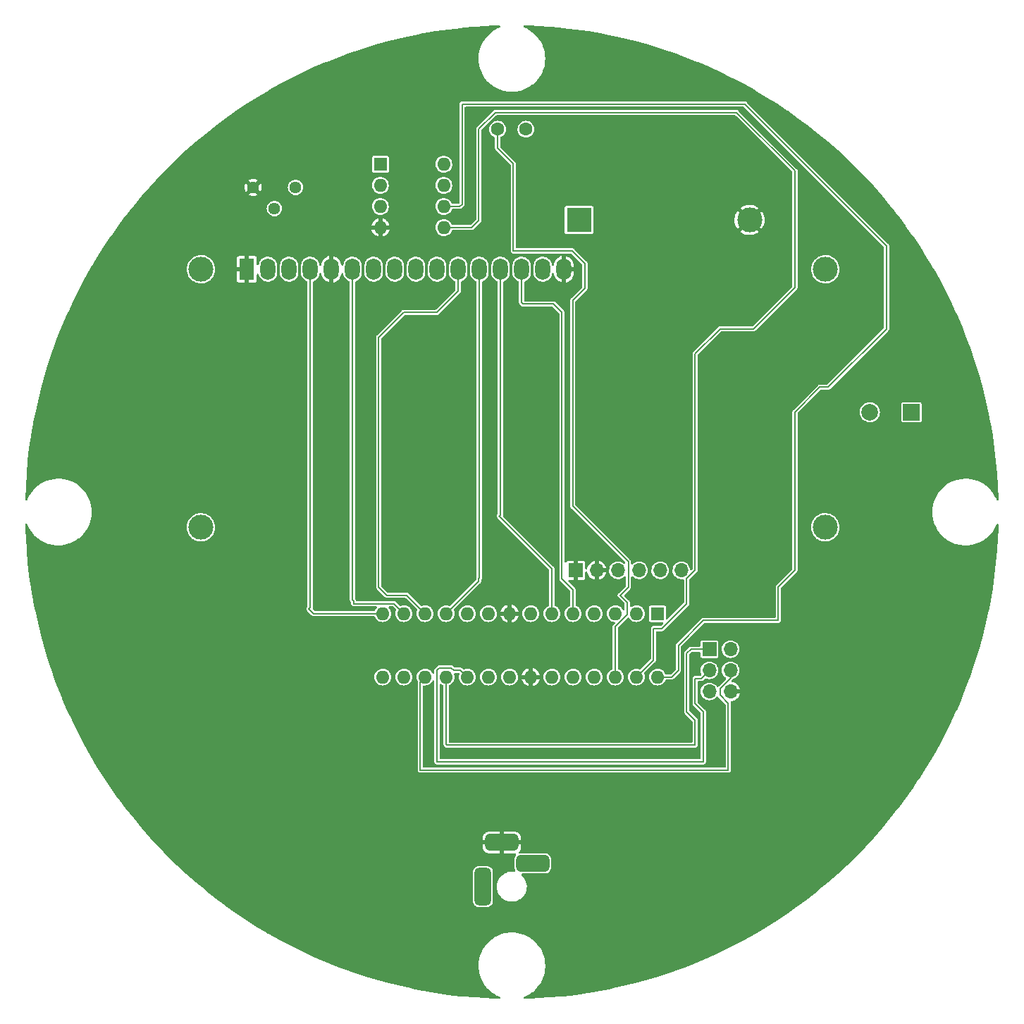
<source format=gbr>
%TF.GenerationSoftware,KiCad,Pcbnew,(6.0.5)*%
%TF.CreationDate,2022-07-18T04:00:38-05:00*%
%TF.ProjectId,First Round Clock,46697273-7420-4526-9f75-6e6420436c6f,rev?*%
%TF.SameCoordinates,PX3dc4fd0PYa381e90*%
%TF.FileFunction,Copper,L2,Bot*%
%TF.FilePolarity,Positive*%
%FSLAX46Y46*%
G04 Gerber Fmt 4.6, Leading zero omitted, Abs format (unit mm)*
G04 Created by KiCad (PCBNEW (6.0.5)) date 2022-07-18 04:00:38*
%MOMM*%
%LPD*%
G01*
G04 APERTURE LIST*
G04 Aperture macros list*
%AMRoundRect*
0 Rectangle with rounded corners*
0 $1 Rounding radius*
0 $2 $3 $4 $5 $6 $7 $8 $9 X,Y pos of 4 corners*
0 Add a 4 corners polygon primitive as box body*
4,1,4,$2,$3,$4,$5,$6,$7,$8,$9,$2,$3,0*
0 Add four circle primitives for the rounded corners*
1,1,$1+$1,$2,$3*
1,1,$1+$1,$4,$5*
1,1,$1+$1,$6,$7*
1,1,$1+$1,$8,$9*
0 Add four rect primitives between the rounded corners*
20,1,$1+$1,$2,$3,$4,$5,0*
20,1,$1+$1,$4,$5,$6,$7,0*
20,1,$1+$1,$6,$7,$8,$9,0*
20,1,$1+$1,$8,$9,$2,$3,0*%
G04 Aperture macros list end*
%TA.AperFunction,ComponentPad*%
%ADD10C,1.600000*%
%TD*%
%TA.AperFunction,ComponentPad*%
%ADD11O,1.700000X1.700000*%
%TD*%
%TA.AperFunction,ComponentPad*%
%ADD12R,1.700000X1.700000*%
%TD*%
%TA.AperFunction,ComponentPad*%
%ADD13R,1.600000X1.600000*%
%TD*%
%TA.AperFunction,ComponentPad*%
%ADD14O,1.600000X1.600000*%
%TD*%
%TA.AperFunction,ComponentPad*%
%ADD15C,3.000000*%
%TD*%
%TA.AperFunction,ComponentPad*%
%ADD16O,1.800000X2.600000*%
%TD*%
%TA.AperFunction,ComponentPad*%
%ADD17R,1.800000X2.600000*%
%TD*%
%TA.AperFunction,ComponentPad*%
%ADD18RoundRect,0.500000X-0.500000X1.750000X-0.500000X-1.750000X0.500000X-1.750000X0.500000X1.750000X0*%
%TD*%
%TA.AperFunction,ComponentPad*%
%ADD19RoundRect,0.500000X-1.500000X-0.500000X1.500000X-0.500000X1.500000X0.500000X-1.500000X0.500000X0*%
%TD*%
%TA.AperFunction,ComponentPad*%
%ADD20C,2.000000*%
%TD*%
%TA.AperFunction,ComponentPad*%
%ADD21R,2.000000X2.000000*%
%TD*%
%TA.AperFunction,ComponentPad*%
%ADD22R,3.000000X3.000000*%
%TD*%
%TA.AperFunction,ComponentPad*%
%ADD23C,1.440000*%
%TD*%
%TA.AperFunction,Conductor*%
%ADD24C,0.203200*%
%TD*%
G04 APERTURE END LIST*
D10*
%TO.P,R9,2*%
%TO.N,LIGHT_SENSOR*%
X83505000Y117450000D03*
%TO.P,R9,1*%
%TO.N,VCC*%
X86905000Y117450000D03*
%TD*%
D11*
%TO.P,J2,6,Pin_6*%
%TO.N,Net-(C1-Pad2)*%
X105580000Y64450000D03*
%TO.P,J2,5,Pin_5*%
%TO.N,Net-(J2-Pad5)*%
X103040000Y64450000D03*
%TO.P,J2,4,Pin_4*%
%TO.N,Net-(J2-Pad4)*%
X100500000Y64450000D03*
%TO.P,J2,3,Pin_3*%
%TO.N,unconnected-(J2-Pad3)*%
X97960000Y64450000D03*
%TO.P,J2,2,Pin_2*%
%TO.N,GND*%
X95420000Y64450000D03*
D12*
%TO.P,J2,1,Pin_1*%
X92880000Y64450000D03*
%TD*%
D13*
%TO.P,U3,1,X1*%
%TO.N,Net-(U3-Pad1)*%
X69430000Y113250000D03*
D14*
%TO.P,U3,2,X2*%
%TO.N,Net-(U3-Pad2)*%
X69430000Y110710000D03*
%TO.P,U3,3,VBAT*%
%TO.N,Net-(BT1-Pad1)*%
X69430000Y108170000D03*
%TO.P,U3,4,GND*%
%TO.N,GND*%
X69430000Y105630000D03*
%TO.P,U3,5,SDA*%
%TO.N,SDA*%
X77050000Y105630000D03*
%TO.P,U3,6,SCL*%
%TO.N,SCL*%
X77050000Y108170000D03*
%TO.P,U3,7,SQW/OUT*%
%TO.N,unconnected-(U3-Pad7)*%
X77050000Y110710000D03*
%TO.P,U3,8,VCC*%
%TO.N,VCC*%
X77050000Y113250000D03*
%TD*%
D12*
%TO.P,J3,1,Pin_1*%
%TO.N,MISO*%
X108955000Y54975000D03*
D11*
%TO.P,J3,2,Pin_2*%
%TO.N,VCC*%
X111495000Y54975000D03*
%TO.P,J3,3,Pin_3*%
%TO.N,LED_SCK*%
X108955000Y52435000D03*
%TO.P,J3,4,Pin_4*%
%TO.N,MOSI*%
X111495000Y52435000D03*
%TO.P,J3,5,Pin_5*%
%TO.N,RESET*%
X108955000Y49895000D03*
%TO.P,J3,6,Pin_6*%
%TO.N,GND*%
X111495000Y49895000D03*
%TD*%
D15*
%TO.P,DS1,*%
%TO.N,*%
X122869400Y100625300D03*
X122868880Y69624600D03*
X47870300Y69624600D03*
X47870300Y100625300D03*
D16*
%TO.P,DS1,16,LED(-)*%
%TO.N,GND*%
X91469400Y100625300D03*
%TO.P,DS1,15,LED(+)*%
%TO.N,VCC*%
X88929400Y100625300D03*
%TO.P,DS1,14,D7*%
%TO.N,LCD_14*%
X86389400Y100625300D03*
%TO.P,DS1,13,D6*%
%TO.N,LCD_13*%
X83849400Y100625300D03*
%TO.P,DS1,12,D5*%
%TO.N,LCD_12*%
X81309400Y100625300D03*
%TO.P,DS1,11,D4*%
%TO.N,LCD_11*%
X78769400Y100625300D03*
%TO.P,DS1,10,D3*%
%TO.N,unconnected-(DS1-Pad10)*%
X76229400Y100625300D03*
%TO.P,DS1,9,D2*%
%TO.N,unconnected-(DS1-Pad9)*%
X73689400Y100625300D03*
%TO.P,DS1,8,D1*%
%TO.N,unconnected-(DS1-Pad8)*%
X71149400Y100625300D03*
%TO.P,DS1,7,D0*%
%TO.N,unconnected-(DS1-Pad7)*%
X68609400Y100625300D03*
%TO.P,DS1,6,E*%
%TO.N,LCD_6*%
X66069400Y100625300D03*
%TO.P,DS1,5,R/W*%
%TO.N,GND*%
X63529400Y100625300D03*
%TO.P,DS1,4,RS*%
%TO.N,LCD_4*%
X60989400Y100625300D03*
%TO.P,DS1,3,VO*%
%TO.N,Net-(DS1-Pad3)*%
X58449400Y100625300D03*
%TO.P,DS1,2,VDD*%
%TO.N,VCC*%
X55909400Y100625300D03*
D17*
%TO.P,DS1,1,VSS*%
%TO.N,GND*%
X53369400Y100625300D03*
%TD*%
D13*
%TO.P,U2,1,~{RESET}/PC6*%
%TO.N,RESET*%
X102730000Y59250000D03*
D14*
%TO.P,U2,2,PD0*%
%TO.N,RXD*%
X100190000Y59250000D03*
%TO.P,U2,3,PD1*%
%TO.N,TXD*%
X97650000Y59250000D03*
%TO.P,U2,4,PD2*%
%TO.N,Buzz*%
X95110000Y59250000D03*
%TO.P,U2,5,PD3*%
%TO.N,LCD_14*%
X92570000Y59250000D03*
%TO.P,U2,6,PD4*%
%TO.N,LCD_13*%
X90030000Y59250000D03*
%TO.P,U2,7,VCC*%
%TO.N,VCC*%
X87490000Y59250000D03*
%TO.P,U2,8,GND*%
%TO.N,GND*%
X84950000Y59250000D03*
%TO.P,U2,9,XTAL1/PB6*%
%TO.N,Net-(C2-Pad2)*%
X82410000Y59250000D03*
%TO.P,U2,10,XTAL2/PB7*%
%TO.N,Net-(C6-Pad1)*%
X79870000Y59250000D03*
%TO.P,U2,11,PD5*%
%TO.N,LCD_12*%
X77330000Y59250000D03*
%TO.P,U2,12,PD6*%
%TO.N,LCD_11*%
X74790000Y59250000D03*
%TO.P,U2,13,PD7*%
%TO.N,LCD_6*%
X72250000Y59250000D03*
%TO.P,U2,14,PB0*%
%TO.N,LCD_4*%
X69710000Y59250000D03*
%TO.P,U2,15,PB1*%
%TO.N,BTN_MODE*%
X69710000Y51630000D03*
%TO.P,U2,16,PB2*%
%TO.N,BTN_SELECT*%
X72250000Y51630000D03*
%TO.P,U2,17,PB3*%
%TO.N,MOSI*%
X74790000Y51630000D03*
%TO.P,U2,18,PB4*%
%TO.N,MISO*%
X77330000Y51630000D03*
%TO.P,U2,19,PB5*%
%TO.N,LED_SCK*%
X79870000Y51630000D03*
%TO.P,U2,20,AVCC*%
%TO.N,VCC*%
X82410000Y51630000D03*
%TO.P,U2,21,AREF*%
%TO.N,Net-(C5-Pad1)*%
X84950000Y51630000D03*
%TO.P,U2,22,GND*%
%TO.N,GND*%
X87490000Y51630000D03*
%TO.P,U2,23,PC0*%
%TO.N,BTN_DWN*%
X90030000Y51630000D03*
%TO.P,U2,24,PC1*%
%TO.N,BTN_UP*%
X92570000Y51630000D03*
%TO.P,U2,25,PC2*%
%TO.N,unconnected-(U2-Pad25)*%
X95110000Y51630000D03*
%TO.P,U2,26,PC3*%
%TO.N,LIGHT_SENSOR*%
X97650000Y51630000D03*
%TO.P,U2,27,PC4*%
%TO.N,SDA*%
X100190000Y51630000D03*
%TO.P,U2,28,PC5*%
%TO.N,SCL*%
X102730000Y51630000D03*
%TD*%
D18*
%TO.P,J1,1,POLE*%
%TO.N,Net-(C3-Pad1)*%
X81730000Y26450000D03*
D19*
%TO.P,J1,2,OUT*%
%TO.N,GND*%
X84030000Y31750000D03*
%TO.P,J1,3,OUT*%
%TO.N,unconnected-(J1-Pad3)*%
X87730000Y29250000D03*
%TD*%
D20*
%TO.P,BZ1,2,+*%
%TO.N,Net-(BZ1-Pad2)*%
X128230000Y83450000D03*
D21*
%TO.P,BZ1,1,-*%
%TO.N,VCC*%
X133230000Y83450000D03*
%TD*%
D22*
%TO.P,BT1,1,+*%
%TO.N,Net-(BT1-Pad1)*%
X93288314Y106553000D03*
D15*
%TO.P,BT1,2,-*%
%TO.N,GND*%
X113778314Y106553000D03*
%TD*%
D23*
%TO.P,RV1,1,1*%
%TO.N,VCC*%
X59230000Y110450000D03*
%TO.P,RV1,2,2*%
%TO.N,Net-(DS1-Pad3)*%
X56690000Y107910000D03*
%TO.P,RV1,3,3*%
%TO.N,GND*%
X54150000Y110450000D03*
%TD*%
D24*
%TO.N,LED_SCK*%
X79870000Y51630000D02*
X79050000Y52450000D01*
X77945689Y52734311D02*
X76514311Y52734311D01*
X108230000Y41450000D02*
X108230000Y47450000D01*
X107230000Y51450000D02*
X107970000Y51450000D01*
X107970000Y51450000D02*
X108955000Y52435000D01*
X76225689Y41454311D02*
X76230000Y41450000D01*
X107230000Y48450000D02*
X107230000Y51450000D01*
X108230000Y47450000D02*
X107230000Y48450000D01*
X79050000Y52450000D02*
X78230000Y52450000D01*
X76230000Y41450000D02*
X108230000Y41450000D01*
X78230000Y52450000D02*
X77945689Y52734311D01*
X76225689Y52445689D02*
X76225689Y41454311D01*
X76514311Y52734311D02*
X76225689Y52445689D01*
%TO.N,LCD_14*%
X92570000Y62110000D02*
X91230000Y63450000D01*
X91230000Y63450000D02*
X91230000Y95450000D01*
X86548800Y96450000D02*
X86389400Y96609400D01*
X92570000Y59250000D02*
X92570000Y62110000D01*
X86389400Y96609400D02*
X86389400Y100625300D01*
X90230000Y96450000D02*
X86548800Y96450000D01*
X91230000Y95450000D02*
X90230000Y96450000D01*
%TO.N,LCD_13*%
X83849400Y71109400D02*
X83710000Y70970000D01*
X83849400Y100625300D02*
X83849400Y71109400D01*
X90030000Y64650000D02*
X83710000Y70970000D01*
X90030000Y59250000D02*
X90030000Y64650000D01*
%TO.N,LCD_12*%
X81230000Y63150000D02*
X81230000Y63450000D01*
X77330000Y59250000D02*
X81230000Y63150000D01*
X81230000Y63450000D02*
X81309400Y63529400D01*
X81309400Y63529400D02*
X81309400Y100625300D01*
%TO.N,LCD_11*%
X69230000Y92450000D02*
X72230000Y95450000D01*
X70230000Y61450000D02*
X69230000Y62450000D01*
X76230000Y95450000D02*
X78769400Y97989400D01*
X72590000Y61450000D02*
X70230000Y61450000D01*
X78769400Y97989400D02*
X78769400Y100625300D01*
X69230000Y62450000D02*
X69230000Y92450000D01*
X74790000Y59250000D02*
X72590000Y61450000D01*
X72230000Y95450000D02*
X76230000Y95450000D01*
%TO.N,LCD_6*%
X66069400Y100625300D02*
X66069400Y60889400D01*
X66230000Y60450000D02*
X66230000Y60728800D01*
X71050000Y60450000D02*
X66230000Y60450000D01*
X71050000Y60450000D02*
X72250000Y59250000D01*
X66230000Y60728800D02*
X66069400Y60889400D01*
%TO.N,LCD_4*%
X69710000Y59250000D02*
X61430000Y59250000D01*
X61430000Y59250000D02*
X60850000Y59830000D01*
X60989400Y59969400D02*
X60989400Y100625300D01*
X60850000Y59830000D02*
X60989400Y59969400D01*
%TO.N,SCL*%
X130230000Y103450000D02*
X130230000Y93450000D01*
X119230000Y67450000D02*
X119230000Y64450000D01*
X130230000Y93450000D02*
X123230000Y86450000D01*
X108230000Y58450000D02*
X105230000Y55450000D01*
X79230000Y119450000D02*
X79230000Y120450000D01*
X117230000Y62450000D02*
X117230000Y58450000D01*
X113230000Y120450000D02*
X129230000Y104450000D01*
X119230000Y83450000D02*
X119230000Y67450000D01*
X112230000Y120450000D02*
X113230000Y120450000D01*
X77050000Y108170000D02*
X78950000Y108170000D01*
X79230000Y120450000D02*
X112230000Y120450000D01*
X105230000Y55450000D02*
X105230000Y54450000D01*
X78950000Y108170000D02*
X79230000Y108450000D01*
X119230000Y64450000D02*
X117230000Y62450000D01*
X123230000Y86450000D02*
X122230000Y86450000D01*
X79230000Y108450000D02*
X79230000Y119450000D01*
X102730000Y51630000D02*
X104410000Y51630000D01*
X122230000Y86450000D02*
X119230000Y83450000D01*
X104410000Y51630000D02*
X105230000Y52450000D01*
X129230000Y104450000D02*
X130230000Y103450000D01*
X117230000Y58450000D02*
X108230000Y58450000D01*
X105230000Y54450000D02*
X105230000Y52450000D01*
%TO.N,SDA*%
X110230000Y93450000D02*
X114230000Y93450000D01*
X114230000Y93450000D02*
X119230000Y98450000D01*
X81230000Y117450000D02*
X81230000Y106450000D01*
X107230000Y64450000D02*
X107230000Y90450000D01*
X102230000Y53670000D02*
X102230000Y57450000D01*
X102230000Y57450000D02*
X103230000Y57450000D01*
X80410000Y105630000D02*
X77050000Y105630000D01*
X106230000Y63450000D02*
X107230000Y64450000D01*
X119230000Y98450000D02*
X119230000Y112450000D01*
X112230000Y119450000D02*
X83230000Y119450000D01*
X107230000Y90450000D02*
X110230000Y93450000D01*
X106230000Y60450000D02*
X106230000Y63450000D01*
X119230000Y112450000D02*
X112230000Y119450000D01*
X103230000Y57450000D02*
X106230000Y60450000D01*
X100190000Y51630000D02*
X102230000Y53670000D01*
X81230000Y106450000D02*
X80410000Y105630000D01*
X83230000Y119450000D02*
X81230000Y117450000D01*
%TO.N,LIGHT_SENSOR*%
X92534320Y96877720D02*
X94005400Y98348800D01*
X97650000Y57688267D02*
X99085689Y59123956D01*
X92506800Y102819200D02*
X85395400Y102819200D01*
X99230000Y62450000D02*
X99230000Y65450000D01*
X85395400Y102819200D02*
X85395400Y113284600D01*
X99085689Y59123956D02*
X99085689Y60594311D01*
X83505000Y115175000D02*
X83505000Y117450000D01*
X99085689Y60594311D02*
X98230000Y61450000D01*
X97650000Y51630000D02*
X97650000Y57688267D01*
X92534320Y72145680D02*
X92534320Y96877720D01*
X94005400Y98348800D02*
X94005400Y101320600D01*
X98230000Y61450000D02*
X99230000Y62450000D01*
X99230000Y65450000D02*
X92534320Y72145680D01*
X94005400Y101320600D02*
X92506800Y102819200D01*
X85395400Y113284600D02*
X83505000Y115175000D01*
%TO.N,MISO*%
X107230000Y43450000D02*
X107230000Y46450000D01*
X106230000Y54450000D02*
X106755000Y54975000D01*
X77330000Y43550000D02*
X77330000Y51630000D01*
X77330000Y43550000D02*
X77430000Y43450000D01*
X106230000Y47450000D02*
X106230000Y54450000D01*
X77430000Y43450000D02*
X107230000Y43450000D01*
X106755000Y54975000D02*
X108955000Y54975000D01*
X107230000Y46450000D02*
X106230000Y47450000D01*
%TO.N,MOSI*%
X110230000Y50262443D02*
X111495000Y51527443D01*
X111230000Y40450000D02*
X111230000Y48450000D01*
X74790000Y51630000D02*
X74230000Y51070000D01*
X74230000Y40450000D02*
X111230000Y40450000D01*
X111230000Y48450000D02*
X110230000Y49450000D01*
X110230000Y49450000D02*
X110230000Y50262443D01*
X111495000Y51527443D02*
X111495000Y52435000D01*
X74230000Y51070000D02*
X74230000Y40450000D01*
%TD*%
%TA.AperFunction,Conductor*%
%TO.N,GND*%
G36*
X83796706Y129902734D02*
G01*
X83843897Y129849692D01*
X83854921Y129779556D01*
X83826276Y129714595D01*
X83779414Y129679956D01*
X83477199Y129551050D01*
X83477195Y129551048D01*
X83474262Y129549797D01*
X83119468Y129353940D01*
X83116847Y129352125D01*
X83116842Y129352122D01*
X83069346Y129319234D01*
X82786283Y129123232D01*
X82783855Y129121158D01*
X82783852Y129121156D01*
X82776272Y129114682D01*
X82478118Y128860034D01*
X82475918Y128857732D01*
X82475915Y128857729D01*
X82468921Y128850410D01*
X82198128Y128567042D01*
X82196171Y128564529D01*
X82196170Y128564527D01*
X82009679Y128324968D01*
X81949181Y128247255D01*
X81947485Y128244551D01*
X81947482Y128244547D01*
X81940288Y128233079D01*
X81733824Y127903947D01*
X81554263Y127540633D01*
X81412337Y127161034D01*
X81411529Y127157955D01*
X81411527Y127157948D01*
X81310306Y126772116D01*
X81309498Y126769036D01*
X81246800Y126368651D01*
X81224883Y125963981D01*
X81225033Y125960800D01*
X81231750Y125818378D01*
X81243974Y125559167D01*
X81244445Y125556014D01*
X81244446Y125556006D01*
X81254542Y125488456D01*
X81303876Y125158354D01*
X81304662Y125155272D01*
X81304662Y125155270D01*
X81314345Y125117284D01*
X81403975Y124765648D01*
X81543248Y124385067D01*
X81720268Y124020509D01*
X81933223Y123675706D01*
X81935155Y123673188D01*
X81935162Y123673178D01*
X82017762Y123565532D01*
X82179932Y123354188D01*
X82182114Y123351872D01*
X82182123Y123351862D01*
X82338597Y123185817D01*
X82457869Y123059249D01*
X82764189Y122793906D01*
X82766799Y122792071D01*
X82766805Y122792067D01*
X82966373Y122651808D01*
X83095755Y122560877D01*
X83449173Y122362548D01*
X83452087Y122361281D01*
X83452091Y122361279D01*
X83605386Y122294625D01*
X83820825Y122200950D01*
X84004813Y122142232D01*
X84203860Y122078707D01*
X84203869Y122078705D01*
X84206904Y122077736D01*
X84422469Y122032309D01*
X84600339Y121994826D01*
X84600344Y121994825D01*
X84603458Y121994169D01*
X85006427Y121951104D01*
X85009614Y121951087D01*
X85009620Y121951087D01*
X85193626Y121950124D01*
X85411685Y121948982D01*
X85564498Y121963696D01*
X85811918Y121987520D01*
X85811923Y121987521D01*
X85815083Y121987825D01*
X85818202Y121988448D01*
X85818207Y121988449D01*
X86014157Y122027604D01*
X86212491Y122067235D01*
X86481745Y122150068D01*
X86596794Y122185462D01*
X86596798Y122185464D01*
X86599839Y122186399D01*
X86602775Y122187639D01*
X86602780Y122187641D01*
X86768655Y122257709D01*
X86973162Y122344096D01*
X87328637Y122538714D01*
X87662626Y122768257D01*
X87692870Y122793906D01*
X87969278Y123028317D01*
X87969280Y123028319D01*
X87971708Y123030378D01*
X88252718Y123322391D01*
X88502781Y123641307D01*
X88719334Y123983861D01*
X88720754Y123986710D01*
X88720759Y123986718D01*
X88898742Y124343698D01*
X88900162Y124346546D01*
X89043412Y124725647D01*
X89054056Y124765648D01*
X89146798Y125114199D01*
X89147619Y125117284D01*
X89153704Y125155270D01*
X89207071Y125488456D01*
X89211715Y125517447D01*
X89214121Y125559167D01*
X89234945Y125920344D01*
X89235043Y125922039D01*
X89235141Y125950000D01*
X89214638Y126354745D01*
X89153337Y126755345D01*
X89087290Y127010731D01*
X89052664Y127144621D01*
X89052661Y127144629D01*
X89051867Y127147701D01*
X89046935Y127161034D01*
X88912376Y127524796D01*
X88912373Y127524802D01*
X88911267Y127527793D01*
X88732975Y127891731D01*
X88518818Y128235788D01*
X88434566Y128344798D01*
X88272941Y128553917D01*
X88272936Y128553922D01*
X88270989Y128556442D01*
X87992024Y128850410D01*
X87684779Y129114682D01*
X87352401Y129346552D01*
X86998293Y129543646D01*
X86995373Y129544904D01*
X86995368Y129544906D01*
X86720962Y129663084D01*
X86681422Y129680113D01*
X86626770Y129725427D01*
X86605292Y129793097D01*
X86623808Y129861637D01*
X86676441Y129909285D01*
X86732908Y129921825D01*
X86751302Y129921585D01*
X86759478Y129921478D01*
X86762746Y129921392D01*
X87594440Y129888715D01*
X88289575Y129861403D01*
X88292869Y129861230D01*
X89817553Y129761297D01*
X89820841Y129761038D01*
X90989181Y129653683D01*
X91342359Y129621230D01*
X91345627Y129620888D01*
X92863082Y129441285D01*
X92866295Y129440862D01*
X94378471Y129221607D01*
X94381695Y129221097D01*
X95887634Y128962328D01*
X95890812Y128961739D01*
X96857565Y128769440D01*
X97389452Y128663641D01*
X97392679Y128662955D01*
X98882963Y128325738D01*
X98886170Y128324968D01*
X100367127Y127948853D01*
X100370313Y127947999D01*
X101840899Y127533252D01*
X101844062Y127532315D01*
X103303283Y127079214D01*
X103306420Y127078195D01*
X104753291Y126587049D01*
X104756399Y126585949D01*
X106189961Y126057080D01*
X106192987Y126055918D01*
X107438104Y125559167D01*
X107612179Y125489718D01*
X107615227Y125488456D01*
X109019137Y124885288D01*
X109022150Y124883946D01*
X110409765Y124244247D01*
X110412699Y124242847D01*
X111562748Y123675706D01*
X111783121Y123567030D01*
X111786060Y123565532D01*
X113138271Y122854099D01*
X113141152Y122852536D01*
X114474370Y122105898D01*
X114477137Y122104300D01*
X114671865Y121988449D01*
X115790302Y121323048D01*
X115793114Y121321325D01*
X117085361Y120505979D01*
X117088124Y120504185D01*
X118338033Y119669022D01*
X118358578Y119655294D01*
X118361283Y119653435D01*
X119609090Y118771573D01*
X119611749Y118769641D01*
X120631542Y118008126D01*
X120836045Y117855416D01*
X120838647Y117853420D01*
X121110647Y117638992D01*
X122038611Y116907444D01*
X122041174Y116905368D01*
X123215903Y115928357D01*
X123218412Y115926215D01*
X124367215Y114918741D01*
X124369666Y114916534D01*
X125491683Y113879352D01*
X125494076Y113877081D01*
X126071418Y113314659D01*
X126588575Y112810867D01*
X126590867Y112808575D01*
X126993102Y112395670D01*
X127657081Y111714076D01*
X127659352Y111711683D01*
X128696534Y110589666D01*
X128698741Y110587215D01*
X129706215Y109438412D01*
X129708357Y109435903D01*
X130685368Y108261174D01*
X130687444Y108258611D01*
X131186905Y107625048D01*
X131611458Y107086506D01*
X131633408Y107058662D01*
X131635404Y107056061D01*
X132497703Y105901303D01*
X132549634Y105831759D01*
X132551565Y105829101D01*
X133394224Y104636766D01*
X133433426Y104581296D01*
X133435285Y104578592D01*
X134273884Y103323540D01*
X134284182Y103308128D01*
X134285979Y103305361D01*
X135101325Y102013114D01*
X135103048Y102010302D01*
X135560907Y101240712D01*
X135776800Y100877829D01*
X135884290Y100697154D01*
X135885898Y100694370D01*
X136632526Y99361170D01*
X136634099Y99358271D01*
X137345532Y98006060D01*
X137347029Y98003123D01*
X138018178Y96642169D01*
X138022837Y96632721D01*
X138024244Y96629771D01*
X138472992Y95656361D01*
X138663946Y95242150D01*
X138665288Y95239137D01*
X139268456Y93835227D01*
X139269718Y93832180D01*
X139832918Y92420509D01*
X139835908Y92413014D01*
X139837090Y92409935D01*
X140365948Y90976401D01*
X140367049Y90973291D01*
X140858195Y89526420D01*
X140859214Y89523283D01*
X141312315Y88064062D01*
X141313252Y88060899D01*
X141727999Y86590313D01*
X141728853Y86587127D01*
X142104968Y85106170D01*
X142105738Y85102963D01*
X142442955Y83612679D01*
X142443641Y83609452D01*
X142512974Y83260893D01*
X142715321Y82243629D01*
X142741733Y82110845D01*
X142742334Y82107602D01*
X143001094Y80601712D01*
X143001610Y80598454D01*
X143220858Y79086324D01*
X143221289Y79083054D01*
X143400887Y77565633D01*
X143401231Y77562352D01*
X143541038Y76040841D01*
X143541297Y76037553D01*
X143641230Y74512869D01*
X143641403Y74509575D01*
X143699741Y73024796D01*
X143701392Y72982764D01*
X143701478Y72979467D01*
X143701896Y72947544D01*
X143682788Y72879167D01*
X143629745Y72831976D01*
X143559610Y72820952D01*
X143494648Y72849597D01*
X143457733Y72902180D01*
X143412376Y73024796D01*
X143412373Y73024802D01*
X143411267Y73027793D01*
X143232975Y73391731D01*
X143018818Y73735788D01*
X142770989Y74056442D01*
X142492024Y74350410D01*
X142478425Y74362107D01*
X142187194Y74612605D01*
X142187191Y74612607D01*
X142184779Y74614682D01*
X141852401Y74846552D01*
X141498293Y75043646D01*
X141495373Y75044904D01*
X141495368Y75044906D01*
X141129014Y75202684D01*
X141129004Y75202688D01*
X141126080Y75203947D01*
X140739573Y75325812D01*
X140455282Y75384686D01*
X140345855Y75407347D01*
X140345852Y75407347D01*
X140342730Y75407994D01*
X140031937Y75440111D01*
X139942769Y75449326D01*
X139942766Y75449326D01*
X139939613Y75449652D01*
X139936447Y75449658D01*
X139936438Y75449658D01*
X139736225Y75450007D01*
X139534350Y75450359D01*
X139334617Y75430423D01*
X139134274Y75410427D01*
X139134270Y75410426D01*
X139131090Y75410109D01*
X139127950Y75409470D01*
X139127949Y75409470D01*
X138737096Y75329950D01*
X138737089Y75329948D01*
X138733962Y75329312D01*
X138347032Y75208797D01*
X138344092Y75207543D01*
X137977199Y75051050D01*
X137977195Y75051048D01*
X137974262Y75049797D01*
X137619468Y74853940D01*
X137616847Y74852125D01*
X137616842Y74852122D01*
X137307119Y74637659D01*
X137286283Y74623232D01*
X137283855Y74621158D01*
X137283852Y74621156D01*
X137155121Y74511209D01*
X136978118Y74360034D01*
X136975918Y74357732D01*
X136975915Y74357729D01*
X136968921Y74350410D01*
X136698128Y74067042D01*
X136449181Y73747255D01*
X136447485Y73744551D01*
X136447482Y73744547D01*
X136440288Y73733079D01*
X136233824Y73403947D01*
X136054263Y73040633D01*
X135912337Y72661034D01*
X135809498Y72269036D01*
X135746800Y71868651D01*
X135746629Y71865485D01*
X135746628Y71865480D01*
X135743082Y71800000D01*
X135724883Y71463981D01*
X135725033Y71460800D01*
X135743298Y71073508D01*
X135743974Y71059167D01*
X135744445Y71056014D01*
X135744446Y71056006D01*
X135759541Y70955005D01*
X135803876Y70658354D01*
X135804662Y70655272D01*
X135804662Y70655270D01*
X135814345Y70617284D01*
X135903975Y70265648D01*
X135919702Y70222672D01*
X136030269Y69920535D01*
X136043248Y69885067D01*
X136060507Y69849524D01*
X136213142Y69535185D01*
X136220268Y69520509D01*
X136221940Y69517802D01*
X136221941Y69517800D01*
X136369131Y69279480D01*
X136433223Y69175706D01*
X136435155Y69173188D01*
X136435162Y69173178D01*
X136625154Y68925576D01*
X136679932Y68854188D01*
X136682114Y68851872D01*
X136682123Y68851862D01*
X136815096Y68710756D01*
X136957869Y68559249D01*
X137264189Y68293906D01*
X137266799Y68292071D01*
X137266805Y68292067D01*
X137428400Y68178496D01*
X137595755Y68060877D01*
X137949173Y67862548D01*
X137952087Y67861281D01*
X137952091Y67861279D01*
X138105386Y67794625D01*
X138320825Y67700950D01*
X138504813Y67642232D01*
X138703860Y67578707D01*
X138703869Y67578705D01*
X138706904Y67577736D01*
X138922469Y67532309D01*
X139100339Y67494826D01*
X139100344Y67494825D01*
X139103458Y67494169D01*
X139506427Y67451104D01*
X139509614Y67451087D01*
X139509620Y67451087D01*
X139693626Y67450124D01*
X139911685Y67448982D01*
X140064498Y67463696D01*
X140311918Y67487520D01*
X140311923Y67487521D01*
X140315083Y67487825D01*
X140318202Y67488448D01*
X140318207Y67488449D01*
X140514157Y67527604D01*
X140712491Y67567235D01*
X140981745Y67650068D01*
X141096794Y67685462D01*
X141096798Y67685464D01*
X141099839Y67686399D01*
X141102775Y67687639D01*
X141102780Y67687641D01*
X141268655Y67757709D01*
X141473162Y67844096D01*
X141828637Y68038714D01*
X142162626Y68268257D01*
X142192870Y68293906D01*
X142469278Y68528317D01*
X142469280Y68528319D01*
X142471708Y68530378D01*
X142752718Y68822391D01*
X142920211Y69036002D01*
X143000818Y69138803D01*
X143000822Y69138808D01*
X143002781Y69141307D01*
X143219334Y69483861D01*
X143220754Y69486710D01*
X143220759Y69486718D01*
X143398742Y69843698D01*
X143400162Y69846546D01*
X143458055Y69999756D01*
X143500845Y70056409D01*
X143567471Y70080934D01*
X143636779Y70065546D01*
X143686766Y70015129D01*
X143701910Y69953570D01*
X143701488Y69921274D01*
X143701478Y69920535D01*
X143701392Y69917254D01*
X143676511Y69283984D01*
X143641403Y68390425D01*
X143641230Y68387131D01*
X143541297Y66862447D01*
X143541038Y66859159D01*
X143401339Y65338818D01*
X143401231Y65337648D01*
X143400888Y65334373D01*
X143228331Y63876440D01*
X143221289Y63816946D01*
X143220862Y63813705D01*
X143005487Y62328286D01*
X143001610Y62301546D01*
X143001097Y62298305D01*
X142742425Y60792925D01*
X142742334Y60792398D01*
X142741739Y60789188D01*
X142567859Y59915035D01*
X142443641Y59290548D01*
X142442955Y59287321D01*
X142105738Y57797037D01*
X142104968Y57793830D01*
X141728853Y56312873D01*
X141727999Y56309687D01*
X141313252Y54839101D01*
X141312315Y54835938D01*
X140859214Y53376717D01*
X140858195Y53373580D01*
X140478216Y52254197D01*
X140370943Y51938179D01*
X140367049Y51926709D01*
X140365949Y51923601D01*
X139837177Y50490300D01*
X139837090Y50490065D01*
X139835918Y50487013D01*
X139293826Y49128248D01*
X139269718Y49067821D01*
X139268457Y49064774D01*
X139170354Y48836434D01*
X138665288Y47660863D01*
X138663946Y47657850D01*
X138652180Y47632328D01*
X138133240Y46506658D01*
X138024257Y46270256D01*
X138022837Y46267279D01*
X137347030Y44896879D01*
X137345532Y44893940D01*
X136634099Y43541729D01*
X136632536Y43538848D01*
X135885898Y42205630D01*
X135884290Y42202846D01*
X135103048Y40889698D01*
X135101325Y40886886D01*
X134285979Y39594639D01*
X134284185Y39591876D01*
X133913142Y39036571D01*
X133435294Y38321422D01*
X133433435Y38318717D01*
X132551573Y37070910D01*
X132549634Y37068241D01*
X131635416Y35843955D01*
X131633408Y35841338D01*
X130687444Y34641389D01*
X130685368Y34638826D01*
X129708357Y33464097D01*
X129706215Y33461588D01*
X128698741Y32312785D01*
X128696534Y32310334D01*
X127659352Y31188317D01*
X127657081Y31185924D01*
X127086987Y30600706D01*
X126590867Y30091425D01*
X126588575Y30089133D01*
X126366223Y29872527D01*
X125494076Y29022919D01*
X125491683Y29020648D01*
X124369666Y27983466D01*
X124367215Y27981259D01*
X123218412Y26973785D01*
X123215903Y26971643D01*
X122041174Y25994632D01*
X122038611Y25992556D01*
X121574303Y25626525D01*
X121032889Y25199708D01*
X120838662Y25046592D01*
X120836061Y25044596D01*
X119634758Y24147540D01*
X119611759Y24130366D01*
X119609101Y24128435D01*
X119430752Y24002390D01*
X118361296Y23246574D01*
X118358578Y23244706D01*
X117088128Y22395818D01*
X117085361Y22394021D01*
X115793114Y21578675D01*
X115790302Y21576952D01*
X114909238Y21052773D01*
X114526134Y20824850D01*
X114477154Y20795710D01*
X114474370Y20794102D01*
X113141152Y20047464D01*
X113138271Y20045901D01*
X111786060Y19334468D01*
X111783123Y19332971D01*
X110412699Y18657153D01*
X110409765Y18655753D01*
X109904874Y18422995D01*
X109022150Y18016054D01*
X109019137Y18014712D01*
X107615227Y17411544D01*
X107612180Y17410282D01*
X106192987Y16844082D01*
X106189961Y16842920D01*
X104756401Y16314052D01*
X104753291Y16312951D01*
X103306420Y15821805D01*
X103303283Y15820786D01*
X101844062Y15367685D01*
X101840899Y15366748D01*
X100370313Y14952001D01*
X100367127Y14951147D01*
X98886170Y14575032D01*
X98882963Y14574262D01*
X97392679Y14237045D01*
X97389452Y14236359D01*
X96857565Y14130560D01*
X95890812Y13938261D01*
X95887634Y13937672D01*
X94381695Y13678903D01*
X94378471Y13678393D01*
X92866295Y13459138D01*
X92863082Y13458715D01*
X91345627Y13279112D01*
X91342359Y13278770D01*
X90989181Y13246317D01*
X89820841Y13138962D01*
X89817553Y13138703D01*
X88292869Y13038770D01*
X88289575Y13038597D01*
X87594440Y13011285D01*
X86762746Y12978608D01*
X86759478Y12978522D01*
X86751504Y12978418D01*
X86730536Y12978144D01*
X86662160Y12997254D01*
X86614970Y13050298D01*
X86603949Y13120434D01*
X86632596Y13185394D01*
X86679856Y13220199D01*
X86973162Y13344096D01*
X87328637Y13538714D01*
X87662626Y13768257D01*
X87692870Y13793906D01*
X87969278Y14028317D01*
X87969280Y14028319D01*
X87971708Y14030378D01*
X88252718Y14322391D01*
X88450211Y14574262D01*
X88500818Y14638803D01*
X88500822Y14638808D01*
X88502781Y14641307D01*
X88719334Y14983861D01*
X88720754Y14986710D01*
X88720759Y14986718D01*
X88898742Y15343698D01*
X88900162Y15346546D01*
X89043412Y15725647D01*
X89054056Y15765648D01*
X89146798Y16114199D01*
X89147619Y16117284D01*
X89153704Y16155270D01*
X89211210Y16514296D01*
X89211715Y16517447D01*
X89214121Y16559167D01*
X89224064Y16731619D01*
X89235043Y16922039D01*
X89235141Y16950000D01*
X89234272Y16967156D01*
X89214799Y17351572D01*
X89214798Y17351577D01*
X89214638Y17354745D01*
X89184354Y17552652D01*
X89153821Y17752185D01*
X89153819Y17752194D01*
X89153337Y17755345D01*
X89051867Y18147701D01*
X89046935Y18161034D01*
X88912376Y18524796D01*
X88912373Y18524802D01*
X88911267Y18527793D01*
X88732975Y18891731D01*
X88518818Y19235788D01*
X88270989Y19556442D01*
X87992024Y19850410D01*
X87923080Y19909711D01*
X87687194Y20112605D01*
X87687191Y20112607D01*
X87684779Y20114682D01*
X87352401Y20346552D01*
X86998293Y20543646D01*
X86995373Y20544904D01*
X86995368Y20544906D01*
X86629014Y20702684D01*
X86629004Y20702688D01*
X86626080Y20703947D01*
X86239573Y20825812D01*
X85955282Y20884686D01*
X85845855Y20907347D01*
X85845852Y20907347D01*
X85842730Y20907994D01*
X85531937Y20940111D01*
X85442769Y20949326D01*
X85442766Y20949326D01*
X85439613Y20949652D01*
X85436447Y20949658D01*
X85436438Y20949658D01*
X85236225Y20950007D01*
X85034350Y20950359D01*
X84834617Y20930423D01*
X84634274Y20910427D01*
X84634270Y20910426D01*
X84631090Y20910109D01*
X84627950Y20909470D01*
X84627949Y20909470D01*
X84237096Y20829950D01*
X84237089Y20829948D01*
X84233962Y20829312D01*
X83847032Y20708797D01*
X83844092Y20707543D01*
X83477199Y20551050D01*
X83477195Y20551048D01*
X83474262Y20549797D01*
X83119468Y20353940D01*
X83116847Y20352125D01*
X83116842Y20352122D01*
X82807119Y20137659D01*
X82786283Y20123232D01*
X82783855Y20121158D01*
X82783852Y20121156D01*
X82776272Y20114682D01*
X82478118Y19860034D01*
X82475918Y19857732D01*
X82475915Y19857729D01*
X82468921Y19850410D01*
X82198128Y19567042D01*
X81949181Y19247255D01*
X81947485Y19244551D01*
X81947482Y19244547D01*
X81940288Y19233079D01*
X81733824Y18903947D01*
X81554263Y18540633D01*
X81412337Y18161034D01*
X81309498Y17769036D01*
X81246800Y17368651D01*
X81224883Y16963981D01*
X81243974Y16559167D01*
X81244445Y16556014D01*
X81244446Y16556006D01*
X81272029Y16371447D01*
X81303876Y16158354D01*
X81304662Y16155272D01*
X81304662Y16155270D01*
X81389921Y15820786D01*
X81403975Y15765648D01*
X81543248Y15385067D01*
X81720268Y15020509D01*
X81933223Y14675706D01*
X81935155Y14673188D01*
X81935162Y14673178D01*
X82154611Y14387187D01*
X82179932Y14354188D01*
X82182114Y14351872D01*
X82182123Y14351862D01*
X82338597Y14185817D01*
X82457869Y14059249D01*
X82764189Y13793906D01*
X82766799Y13792071D01*
X82766805Y13792067D01*
X82927817Y13678906D01*
X83095755Y13560877D01*
X83449173Y13362548D01*
X83452087Y13361281D01*
X83452091Y13361279D01*
X83777631Y13219731D01*
X83832126Y13174225D01*
X83853368Y13106480D01*
X83834612Y13038006D01*
X83781814Y12990542D01*
X83725741Y12978192D01*
X83700516Y12978522D01*
X83697254Y12978608D01*
X82865560Y13011285D01*
X82170425Y13038597D01*
X82167131Y13038770D01*
X80642447Y13138703D01*
X80639159Y13138962D01*
X79470819Y13246317D01*
X79117641Y13278770D01*
X79114373Y13279112D01*
X77596918Y13458715D01*
X77593705Y13459138D01*
X76081529Y13678393D01*
X76078305Y13678903D01*
X74572366Y13937672D01*
X74569188Y13938261D01*
X73602435Y14130560D01*
X73070548Y14236359D01*
X73067321Y14237045D01*
X71577037Y14574262D01*
X71573830Y14575032D01*
X70092873Y14951147D01*
X70089687Y14952001D01*
X68619101Y15366748D01*
X68615938Y15367685D01*
X67156717Y15820786D01*
X67153580Y15821805D01*
X65706709Y16312951D01*
X65703599Y16314052D01*
X64270039Y16842920D01*
X64267013Y16844082D01*
X62847820Y17410282D01*
X62844773Y17411544D01*
X61440863Y18014712D01*
X61437850Y18016054D01*
X60555126Y18422995D01*
X60050235Y18655753D01*
X60047301Y18657153D01*
X58676877Y19332971D01*
X58673940Y19334468D01*
X57321729Y20045901D01*
X57318848Y20047464D01*
X55985630Y20794102D01*
X55982846Y20795710D01*
X55933867Y20824850D01*
X55550762Y21052773D01*
X54669698Y21576952D01*
X54666886Y21578675D01*
X53374639Y22394021D01*
X53371872Y22395818D01*
X52101422Y23244706D01*
X52098704Y23246574D01*
X51029249Y24002390D01*
X50850899Y24128435D01*
X50848241Y24130366D01*
X50825242Y24147540D01*
X49623939Y25044596D01*
X49621338Y25046592D01*
X49427112Y25199708D01*
X48885697Y25626525D01*
X48421389Y25992556D01*
X48418826Y25994632D01*
X47244097Y26971643D01*
X47241588Y26973785D01*
X46092785Y27981259D01*
X46090334Y27983466D01*
X45798381Y28253345D01*
X80526300Y28253345D01*
X80526301Y26446851D01*
X80526301Y24643758D01*
X80526564Y24640900D01*
X80526564Y24640891D01*
X80529822Y24605438D01*
X80533002Y24570819D01*
X80583935Y24408291D01*
X80672167Y24262603D01*
X80792603Y24142167D01*
X80938291Y24053935D01*
X80945538Y24051664D01*
X80945540Y24051663D01*
X81012079Y24030811D01*
X81100819Y24003002D01*
X81173757Y23996300D01*
X81176655Y23996300D01*
X81731443Y23996301D01*
X82286242Y23996301D01*
X82289100Y23996564D01*
X82289109Y23996564D01*
X82324562Y23999822D01*
X82359181Y24003002D01*
X82365566Y24005003D01*
X82514460Y24051663D01*
X82514462Y24051664D01*
X82521709Y24053935D01*
X82667397Y24142167D01*
X82787833Y24262603D01*
X82876065Y24408291D01*
X82926998Y24570819D01*
X82933700Y24643757D01*
X82933700Y26402749D01*
X83425572Y26402749D01*
X83452376Y26136557D01*
X83453529Y26132018D01*
X83488691Y25993567D01*
X83518231Y25877250D01*
X83621691Y25630526D01*
X83760483Y25401804D01*
X83931558Y25196109D01*
X84131157Y25017960D01*
X84135065Y25015398D01*
X84135070Y25015394D01*
X84304573Y24904263D01*
X84354896Y24871270D01*
X84544481Y24783871D01*
X84560708Y24776390D01*
X84597859Y24759263D01*
X84781454Y24705750D01*
X84818930Y24694827D01*
X84854710Y24684398D01*
X85119805Y24648320D01*
X85124479Y24648381D01*
X85124482Y24648381D01*
X85257414Y24650121D01*
X85387320Y24651822D01*
X85439952Y24660394D01*
X85646770Y24694076D01*
X85646773Y24694077D01*
X85651380Y24694827D01*
X85852678Y24759263D01*
X85901738Y24774967D01*
X85901740Y24774968D01*
X85906183Y24776390D01*
X85910368Y24778454D01*
X85910371Y24778455D01*
X86141940Y24892652D01*
X86141942Y24892653D01*
X86146131Y24894719D01*
X86365953Y25047215D01*
X86560820Y25230528D01*
X86726452Y25440631D01*
X86809665Y25586223D01*
X86856891Y25668851D01*
X86856892Y25668853D01*
X86859209Y25672907D01*
X86956175Y25922255D01*
X87015220Y26183197D01*
X87035047Y26450000D01*
X87032573Y26544469D01*
X86998810Y26809868D01*
X86926189Y27067362D01*
X86816306Y27311294D01*
X86744071Y27423597D01*
X86674105Y27532371D01*
X86674104Y27532373D01*
X86671575Y27536304D01*
X86668496Y27539814D01*
X86668493Y27539819D01*
X86498253Y27733940D01*
X86495174Y27737451D01*
X86392781Y27824133D01*
X86353713Y27883413D01*
X86352897Y27954405D01*
X86390591Y28014569D01*
X86454828Y28044803D01*
X86474193Y28046300D01*
X89256658Y28046301D01*
X89286242Y28046301D01*
X89289100Y28046564D01*
X89289109Y28046564D01*
X89324562Y28049822D01*
X89359181Y28053002D01*
X89365560Y28055001D01*
X89514460Y28101663D01*
X89514462Y28101664D01*
X89521709Y28103935D01*
X89667397Y28192167D01*
X89787833Y28312603D01*
X89876065Y28458291D01*
X89926998Y28620819D01*
X89933700Y28693757D01*
X89933699Y29806242D01*
X89933434Y29809134D01*
X89927609Y29872527D01*
X89926998Y29879181D01*
X89876065Y30041709D01*
X89787833Y30187397D01*
X89667397Y30307833D01*
X89521709Y30396065D01*
X89514462Y30398336D01*
X89514460Y30398337D01*
X89416204Y30429128D01*
X89359181Y30446998D01*
X89286243Y30453700D01*
X88486599Y30453700D01*
X86182140Y30453699D01*
X86114019Y30473701D01*
X86067526Y30527357D01*
X86057422Y30597631D01*
X86086916Y30662211D01*
X86093045Y30668794D01*
X86107069Y30682818D01*
X86210931Y30812924D01*
X86218392Y30824772D01*
X86290842Y30974643D01*
X86295492Y30987846D01*
X86333325Y31151716D01*
X86334746Y31161640D01*
X86334800Y31163509D01*
X86334800Y31477885D01*
X86330325Y31493124D01*
X86328935Y31494329D01*
X86321252Y31496000D01*
X84302115Y31496000D01*
X84286876Y31491525D01*
X84285671Y31490135D01*
X84284000Y31482452D01*
X84284000Y30463316D01*
X84288475Y30448077D01*
X84289865Y30446872D01*
X84297548Y30445201D01*
X85616522Y30445201D01*
X85621931Y30445356D01*
X85621955Y30444512D01*
X85688011Y30429128D01*
X85737473Y30378197D01*
X85751549Y30308610D01*
X85725769Y30242460D01*
X85715110Y30230340D01*
X85672167Y30187397D01*
X85583935Y30041709D01*
X85533002Y29879181D01*
X85526300Y29806243D01*
X85526301Y28693758D01*
X85526564Y28690900D01*
X85526564Y28690891D01*
X85529822Y28655438D01*
X85533002Y28620819D01*
X85583935Y28458291D01*
X85604937Y28423613D01*
X85623116Y28354983D01*
X85601306Y28287420D01*
X85546431Y28242373D01*
X85483444Y28233090D01*
X85351465Y28247544D01*
X85292995Y28253947D01*
X85288332Y28253764D01*
X85288327Y28253764D01*
X85152621Y28248432D01*
X85025663Y28243444D01*
X85021077Y28242573D01*
X85021074Y28242573D01*
X84783877Y28197540D01*
X84762819Y28193542D01*
X84510239Y28105337D01*
X84414566Y28055001D01*
X84277610Y27982945D01*
X84277606Y27982943D01*
X84273471Y27980767D01*
X84269700Y27978002D01*
X84061481Y27825330D01*
X84061478Y27825327D01*
X84057716Y27822569D01*
X84054400Y27819282D01*
X84054399Y27819281D01*
X83871028Y27637503D01*
X83871023Y27637497D01*
X83867714Y27634217D01*
X83864927Y27630485D01*
X83864922Y27630479D01*
X83710436Y27423597D01*
X83707639Y27419851D01*
X83581008Y27184179D01*
X83490602Y26932378D01*
X83438408Y26669980D01*
X83438184Y26665308D01*
X83427842Y26450000D01*
X83425572Y26402749D01*
X82933700Y26402749D01*
X82933700Y26450000D01*
X82933699Y28253359D01*
X82933699Y28256242D01*
X82933434Y28259134D01*
X82927609Y28322527D01*
X82926998Y28329181D01*
X82876065Y28491709D01*
X82787833Y28637397D01*
X82667397Y28757833D01*
X82521709Y28846065D01*
X82514462Y28848336D01*
X82514460Y28848337D01*
X82447921Y28869189D01*
X82359181Y28896998D01*
X82286243Y28903700D01*
X82283345Y28903700D01*
X81728557Y28903699D01*
X81173758Y28903699D01*
X81170900Y28903436D01*
X81170891Y28903436D01*
X81135438Y28900178D01*
X81100819Y28896998D01*
X81094440Y28894999D01*
X80945540Y28848337D01*
X80945538Y28848336D01*
X80938291Y28846065D01*
X80792603Y28757833D01*
X80672167Y28637397D01*
X80583935Y28491709D01*
X80533002Y28329181D01*
X80526300Y28256243D01*
X80526300Y28253345D01*
X45798381Y28253345D01*
X44968317Y29020648D01*
X44965924Y29022919D01*
X44093777Y29872527D01*
X43871425Y30089133D01*
X43869133Y30091425D01*
X43373013Y30600706D01*
X42824785Y31163478D01*
X81725201Y31163478D01*
X81725253Y31161657D01*
X81726677Y31151707D01*
X81764508Y30987846D01*
X81769158Y30974643D01*
X81841608Y30824772D01*
X81849069Y30812924D01*
X81952931Y30682818D01*
X81962818Y30672931D01*
X82092924Y30569069D01*
X82104772Y30561608D01*
X82254643Y30489158D01*
X82267846Y30484508D01*
X82431716Y30446675D01*
X82441640Y30445254D01*
X82443509Y30445200D01*
X83757885Y30445200D01*
X83773124Y30449675D01*
X83774329Y30451065D01*
X83776000Y30458748D01*
X83776000Y31477885D01*
X83771525Y31493124D01*
X83770135Y31494329D01*
X83762452Y31496000D01*
X81743316Y31496000D01*
X81728077Y31491525D01*
X81726872Y31490135D01*
X81725201Y31482452D01*
X81725201Y31163478D01*
X42824785Y31163478D01*
X42802919Y31185924D01*
X42800648Y31188317D01*
X42029893Y32022115D01*
X81725200Y32022115D01*
X81729675Y32006876D01*
X81731065Y32005671D01*
X81738748Y32004000D01*
X83757885Y32004000D01*
X83773124Y32008475D01*
X83774329Y32009865D01*
X83776000Y32017548D01*
X83776000Y32022115D01*
X84284000Y32022115D01*
X84288475Y32006876D01*
X84289865Y32005671D01*
X84297548Y32004000D01*
X86316684Y32004000D01*
X86331923Y32008475D01*
X86333128Y32009865D01*
X86334799Y32017548D01*
X86334799Y32336522D01*
X86334747Y32338343D01*
X86333323Y32348293D01*
X86295492Y32512154D01*
X86290842Y32525357D01*
X86218392Y32675228D01*
X86210931Y32687076D01*
X86107069Y32817182D01*
X86097182Y32827069D01*
X85967076Y32930931D01*
X85955228Y32938392D01*
X85805357Y33010842D01*
X85792154Y33015492D01*
X85628284Y33053325D01*
X85618360Y33054746D01*
X85616491Y33054800D01*
X84302115Y33054800D01*
X84286876Y33050325D01*
X84285671Y33048935D01*
X84284000Y33041252D01*
X84284000Y32022115D01*
X83776000Y32022115D01*
X83776000Y33036684D01*
X83771525Y33051923D01*
X83770135Y33053128D01*
X83762452Y33054799D01*
X82443478Y33054799D01*
X82441657Y33054747D01*
X82431707Y33053323D01*
X82267846Y33015492D01*
X82254643Y33010842D01*
X82104772Y32938392D01*
X82092924Y32930931D01*
X81962818Y32827069D01*
X81952931Y32817182D01*
X81849069Y32687076D01*
X81841608Y32675228D01*
X81769158Y32525357D01*
X81764508Y32512154D01*
X81726675Y32348284D01*
X81725254Y32338360D01*
X81725200Y32336491D01*
X81725200Y32022115D01*
X42029893Y32022115D01*
X41763466Y32310334D01*
X41761259Y32312785D01*
X40753785Y33461588D01*
X40751643Y33464097D01*
X39774632Y34638826D01*
X39772556Y34641389D01*
X38826592Y35841338D01*
X38824584Y35843955D01*
X37910366Y37068241D01*
X37908427Y37070910D01*
X37026565Y38318717D01*
X37024706Y38321422D01*
X36546859Y39036571D01*
X36175815Y39591876D01*
X36174021Y39594639D01*
X35358675Y40886886D01*
X35356952Y40889698D01*
X34575710Y42202846D01*
X34574102Y42205630D01*
X33827464Y43538848D01*
X33825901Y43541729D01*
X33114468Y44893940D01*
X33112970Y44896879D01*
X32437163Y46267279D01*
X32435743Y46270256D01*
X32326761Y46506658D01*
X31807820Y47632328D01*
X31796054Y47657850D01*
X31794712Y47660863D01*
X31289646Y48836434D01*
X31191543Y49064774D01*
X31190282Y49067821D01*
X31166174Y49128248D01*
X30624082Y50487013D01*
X30622910Y50490065D01*
X30622824Y50490300D01*
X30197171Y51644082D01*
X68701542Y51644082D01*
X68702058Y51637938D01*
X68715883Y51473306D01*
X68718013Y51447936D01*
X68719712Y51442011D01*
X68767923Y51273880D01*
X68772268Y51258726D01*
X68782677Y51238472D01*
X68859424Y51089139D01*
X68859427Y51089134D01*
X68862242Y51083657D01*
X68984506Y50929398D01*
X68989200Y50925403D01*
X69123423Y50811170D01*
X69134403Y50801825D01*
X69139781Y50798819D01*
X69139783Y50798818D01*
X69176231Y50778448D01*
X69306226Y50705797D01*
X69312085Y50703893D01*
X69312088Y50703892D01*
X69372201Y50684360D01*
X69493427Y50644971D01*
X69499537Y50644242D01*
X69499539Y50644242D01*
X69566203Y50636293D01*
X69688878Y50621665D01*
X69695013Y50622137D01*
X69695015Y50622137D01*
X69878992Y50636293D01*
X69878996Y50636294D01*
X69885134Y50636766D01*
X70074719Y50689699D01*
X70250411Y50778448D01*
X70257285Y50783818D01*
X70400659Y50895834D01*
X70400660Y50895835D01*
X70405520Y50899632D01*
X70534136Y51048636D01*
X70548343Y51073644D01*
X70628316Y51214420D01*
X70628318Y51214425D01*
X70631362Y51219783D01*
X70693493Y51406556D01*
X70701346Y51468718D01*
X70717721Y51598336D01*
X70717722Y51598345D01*
X70718163Y51601839D01*
X70718556Y51630000D01*
X70717175Y51644082D01*
X71241542Y51644082D01*
X71242058Y51637938D01*
X71255883Y51473306D01*
X71258013Y51447936D01*
X71259712Y51442011D01*
X71307923Y51273880D01*
X71312268Y51258726D01*
X71322677Y51238472D01*
X71399424Y51089139D01*
X71399427Y51089134D01*
X71402242Y51083657D01*
X71524506Y50929398D01*
X71529200Y50925403D01*
X71663423Y50811170D01*
X71674403Y50801825D01*
X71679781Y50798819D01*
X71679783Y50798818D01*
X71716231Y50778448D01*
X71846226Y50705797D01*
X71852085Y50703893D01*
X71852088Y50703892D01*
X71912201Y50684360D01*
X72033427Y50644971D01*
X72039537Y50644242D01*
X72039539Y50644242D01*
X72106203Y50636293D01*
X72228878Y50621665D01*
X72235013Y50622137D01*
X72235015Y50622137D01*
X72418992Y50636293D01*
X72418996Y50636294D01*
X72425134Y50636766D01*
X72614719Y50689699D01*
X72790411Y50778448D01*
X72797285Y50783818D01*
X72940659Y50895834D01*
X72940660Y50895835D01*
X72945520Y50899632D01*
X73074136Y51048636D01*
X73088343Y51073644D01*
X73168316Y51214420D01*
X73168318Y51214425D01*
X73171362Y51219783D01*
X73233493Y51406556D01*
X73241346Y51468718D01*
X73257721Y51598336D01*
X73257722Y51598345D01*
X73258163Y51601839D01*
X73258556Y51630000D01*
X73257175Y51644082D01*
X73781542Y51644082D01*
X73782058Y51637938D01*
X73795883Y51473306D01*
X73798013Y51447936D01*
X73799712Y51442011D01*
X73847923Y51273880D01*
X73852268Y51258726D01*
X73855087Y51253241D01*
X73855089Y51253237D01*
X73908181Y51149930D01*
X73921039Y51090465D01*
X73919783Y51085172D01*
X73921352Y51073644D01*
X73923549Y51057500D01*
X73924700Y51040509D01*
X73924700Y40503463D01*
X73924111Y40491418D01*
X73920894Y40480308D01*
X73921898Y40468718D01*
X73924230Y40441791D01*
X73924700Y40430919D01*
X73924700Y40421607D01*
X73925763Y40415900D01*
X73925960Y40414841D01*
X73927620Y40402645D01*
X73930708Y40366999D01*
X73935817Y40356548D01*
X73936792Y40353031D01*
X73938106Y40349627D01*
X73940236Y40338189D01*
X73946340Y40328286D01*
X73946341Y40328284D01*
X73959008Y40307735D01*
X73964945Y40296958D01*
X73980655Y40264820D01*
X73989187Y40256906D01*
X73991367Y40253971D01*
X73993810Y40251276D01*
X73999915Y40241372D01*
X74009174Y40234331D01*
X74009176Y40234329D01*
X74028389Y40219719D01*
X74037811Y40211800D01*
X74064037Y40187472D01*
X74074845Y40183160D01*
X74077930Y40181210D01*
X74081186Y40179572D01*
X74090447Y40172530D01*
X74101618Y40169295D01*
X74101620Y40169294D01*
X74124805Y40162580D01*
X74136446Y40158583D01*
X74147380Y40154221D01*
X74169673Y40145327D01*
X74176068Y40144700D01*
X74179152Y40144700D01*
X74182220Y40144550D01*
X74182214Y40144422D01*
X74188583Y40144111D01*
X74199692Y40140894D01*
X74238208Y40144230D01*
X74249081Y40144700D01*
X111176537Y40144700D01*
X111188582Y40144111D01*
X111199692Y40140894D01*
X111238208Y40144230D01*
X111249081Y40144700D01*
X111258393Y40144700D01*
X111265162Y40145960D01*
X111277355Y40147620D01*
X111291915Y40148881D01*
X111301413Y40149704D01*
X111301414Y40149704D01*
X111313001Y40150708D01*
X111323452Y40155817D01*
X111326969Y40156792D01*
X111330373Y40158106D01*
X111341811Y40160236D01*
X111351714Y40166340D01*
X111351716Y40166341D01*
X111372265Y40179008D01*
X111383042Y40184945D01*
X111415180Y40200655D01*
X111423096Y40209189D01*
X111426034Y40211371D01*
X111428725Y40213811D01*
X111438628Y40219915D01*
X111445669Y40229174D01*
X111445671Y40229176D01*
X111460281Y40248389D01*
X111468201Y40257812D01*
X111484617Y40275509D01*
X111492528Y40284037D01*
X111496840Y40294845D01*
X111498790Y40297930D01*
X111500428Y40301186D01*
X111507470Y40310447D01*
X111512636Y40328284D01*
X111517420Y40344805D01*
X111521417Y40356446D01*
X111531377Y40381412D01*
X111534673Y40389673D01*
X111535300Y40396068D01*
X111535300Y40399152D01*
X111535450Y40402220D01*
X111535578Y40402214D01*
X111535889Y40408583D01*
X111539106Y40419692D01*
X111535770Y40458209D01*
X111535300Y40469081D01*
X111535300Y48396710D01*
X111535507Y48399535D01*
X111537256Y48404628D01*
X111535389Y48454357D01*
X111535300Y48459083D01*
X111535300Y48478393D01*
X111534408Y48483181D01*
X111534167Y48486898D01*
X111533635Y48501069D01*
X111532989Y48518281D01*
X111528397Y48528970D01*
X111527478Y48533047D01*
X111523393Y48546492D01*
X111521893Y48550378D01*
X111519764Y48561811D01*
X111513661Y48571712D01*
X111512418Y48574933D01*
X111506554Y48645687D01*
X111539874Y48708379D01*
X111601799Y48743105D01*
X111611889Y48744990D01*
X111760024Y48766468D01*
X111771207Y48769153D01*
X111961240Y48833660D01*
X111971755Y48838342D01*
X112146841Y48936395D01*
X112156334Y48942920D01*
X112310627Y49071244D01*
X112318756Y49079373D01*
X112447080Y49233666D01*
X112453605Y49243159D01*
X112551658Y49418245D01*
X112556340Y49428760D01*
X112620846Y49618792D01*
X112622286Y49624787D01*
X112620543Y49637007D01*
X112606974Y49641000D01*
X111367000Y49641000D01*
X111298879Y49661002D01*
X111252386Y49714658D01*
X111241000Y49767000D01*
X111241000Y50023000D01*
X111261002Y50091121D01*
X111314658Y50137614D01*
X111367000Y50149000D01*
X112605183Y50149000D01*
X112618714Y50152973D01*
X112619883Y50161107D01*
X112579285Y50305057D01*
X112575163Y50315796D01*
X112486402Y50495785D01*
X112480392Y50505593D01*
X112360313Y50666398D01*
X112352623Y50674938D01*
X112205249Y50811170D01*
X112196124Y50818171D01*
X112026397Y50925261D01*
X112016150Y50930482D01*
X111829755Y51004846D01*
X111818717Y51008116D01*
X111706868Y51030364D01*
X111643958Y51063271D01*
X111608826Y51124966D01*
X111612626Y51195861D01*
X111642354Y51243038D01*
X111673196Y51273880D01*
X111675343Y51275734D01*
X111680180Y51278098D01*
X111714035Y51314594D01*
X111717315Y51317999D01*
X111730956Y51331640D01*
X111733711Y51335656D01*
X111736166Y51338452D01*
X111749615Y51352950D01*
X111757528Y51361480D01*
X111761839Y51372286D01*
X111768056Y51382120D01*
X111771460Y51379968D01*
X111801937Y51418821D01*
X111841268Y51437633D01*
X111856161Y51441791D01*
X111877887Y51447857D01*
X112062332Y51541027D01*
X112072891Y51549276D01*
X112220307Y51664450D01*
X112220308Y51664451D01*
X112225168Y51668248D01*
X112360191Y51824675D01*
X112368722Y51839691D01*
X112424352Y51937619D01*
X112462260Y52004348D01*
X112527486Y52200425D01*
X112553385Y52405437D01*
X112553798Y52435000D01*
X112533633Y52640655D01*
X112525069Y52669022D01*
X112475688Y52832578D01*
X112473907Y52838477D01*
X112406017Y52966159D01*
X112379789Y53015488D01*
X112379787Y53015491D01*
X112376895Y53020930D01*
X112373005Y53025700D01*
X112373002Y53025704D01*
X112250187Y53176290D01*
X112250184Y53176293D01*
X112246292Y53181065D01*
X112241543Y53184994D01*
X112091822Y53308854D01*
X112091819Y53308856D01*
X112087072Y53312783D01*
X111905301Y53411067D01*
X111745472Y53460542D01*
X111713788Y53470350D01*
X111713785Y53470351D01*
X111707901Y53472172D01*
X111701776Y53472816D01*
X111701775Y53472816D01*
X111508520Y53493128D01*
X111508519Y53493128D01*
X111502392Y53493772D01*
X111375582Y53482232D01*
X111302742Y53475603D01*
X111302741Y53475603D01*
X111296601Y53475044D01*
X111098367Y53416700D01*
X110915241Y53320964D01*
X110754198Y53191482D01*
X110750239Y53186764D01*
X110750238Y53186763D01*
X110625329Y53037903D01*
X110621371Y53033186D01*
X110618408Y53027797D01*
X110618405Y53027792D01*
X110524788Y52857502D01*
X110521821Y52852105D01*
X110519958Y52846232D01*
X110467813Y52681848D01*
X110459339Y52655136D01*
X110458653Y52649019D01*
X110458652Y52649015D01*
X110441508Y52496172D01*
X110436305Y52449783D01*
X110436821Y52443639D01*
X110453080Y52250006D01*
X110453081Y52250001D01*
X110453596Y52243867D01*
X110467197Y52196437D01*
X110508554Y52052209D01*
X110510555Y52045230D01*
X110533405Y52000768D01*
X110593556Y51883728D01*
X110605010Y51861440D01*
X110608835Y51856614D01*
X110608837Y51856611D01*
X110686853Y51758179D01*
X110733364Y51699497D01*
X110890730Y51565569D01*
X110892568Y51564542D01*
X110936209Y51510336D01*
X110943766Y51439743D01*
X110908873Y51373075D01*
X110471400Y50935603D01*
X110051796Y50515999D01*
X110049656Y50514152D01*
X110044820Y50511788D01*
X110019269Y50484244D01*
X109958279Y50447907D01*
X109887323Y50450312D01*
X109829253Y50490300D01*
X109710187Y50636290D01*
X109710184Y50636293D01*
X109706292Y50641065D01*
X109701543Y50644994D01*
X109551822Y50768854D01*
X109551819Y50768856D01*
X109547072Y50772783D01*
X109365301Y50871067D01*
X109226183Y50914131D01*
X109173788Y50930350D01*
X109173785Y50930351D01*
X109167901Y50932172D01*
X109161776Y50932816D01*
X109161775Y50932816D01*
X108968520Y50953128D01*
X108968519Y50953128D01*
X108962392Y50953772D01*
X108835582Y50942232D01*
X108762742Y50935603D01*
X108762741Y50935603D01*
X108756601Y50935044D01*
X108558367Y50876700D01*
X108375241Y50780964D01*
X108370441Y50777104D01*
X108370440Y50777104D01*
X108365066Y50772783D01*
X108214198Y50651482D01*
X108210239Y50646764D01*
X108210238Y50646763D01*
X108099199Y50514432D01*
X108081371Y50493186D01*
X108078408Y50487797D01*
X108078405Y50487792D01*
X108005273Y50354764D01*
X107981821Y50312105D01*
X107919339Y50115136D01*
X107896305Y49909783D01*
X107896821Y49903639D01*
X107913080Y49710006D01*
X107913081Y49710001D01*
X107913596Y49703867D01*
X107970555Y49505230D01*
X108065010Y49321440D01*
X108068835Y49316614D01*
X108068837Y49316611D01*
X108189535Y49164328D01*
X108193364Y49159497D01*
X108198057Y49155503D01*
X108198058Y49155502D01*
X108297062Y49071244D01*
X108350730Y49025569D01*
X108531111Y48924757D01*
X108727639Y48860901D01*
X108932826Y48836434D01*
X108938961Y48836906D01*
X108938963Y48836906D01*
X109132715Y48851815D01*
X109132718Y48851816D01*
X109138858Y48852288D01*
X109337887Y48907857D01*
X109522332Y49001027D01*
X109549899Y49022564D01*
X109680307Y49124450D01*
X109680308Y49124451D01*
X109685168Y49128248D01*
X109797080Y49257900D01*
X109856733Y49296397D01*
X109927730Y49296533D01*
X109985576Y49259513D01*
X109985996Y49259893D01*
X109987398Y49258347D01*
X109987529Y49258263D01*
X109987765Y49257942D01*
X109993811Y49251275D01*
X109999915Y49241372D01*
X110010049Y49233666D01*
X110022145Y49224468D01*
X110034974Y49213267D01*
X110887796Y48360444D01*
X110921821Y48298132D01*
X110924700Y48271349D01*
X110924700Y40881300D01*
X110904698Y40813179D01*
X110851042Y40766686D01*
X110798700Y40755300D01*
X74661300Y40755300D01*
X74593179Y40775302D01*
X74546686Y40828958D01*
X74535300Y40881300D01*
X74535300Y50507600D01*
X74555302Y50575721D01*
X74608958Y50622214D01*
X74676218Y50632714D01*
X74768878Y50621665D01*
X74775013Y50622137D01*
X74775015Y50622137D01*
X74958992Y50636293D01*
X74958996Y50636294D01*
X74965134Y50636766D01*
X75154719Y50689699D01*
X75330411Y50778448D01*
X75337285Y50783818D01*
X75480659Y50895834D01*
X75480660Y50895835D01*
X75485520Y50899632D01*
X75614136Y51048636D01*
X75631287Y51078826D01*
X75684833Y51173084D01*
X75735872Y51222435D01*
X75805491Y51236357D01*
X75871584Y51210431D01*
X75913169Y51152887D01*
X75920389Y51110847D01*
X75920389Y41507601D01*
X75920182Y41504776D01*
X75918433Y41499683D01*
X75919990Y41458209D01*
X75920300Y41449955D01*
X75920389Y41445228D01*
X75920389Y41425918D01*
X75921281Y41421131D01*
X75921522Y41417413D01*
X75922700Y41386029D01*
X75927292Y41375341D01*
X75928212Y41371258D01*
X75932286Y41357850D01*
X75933794Y41353941D01*
X75935925Y41342500D01*
X75942031Y41332594D01*
X75949142Y41321058D01*
X75957650Y41304679D01*
X75964082Y41289707D01*
X75964085Y41289703D01*
X75967595Y41281532D01*
X75971674Y41276567D01*
X75974002Y41274239D01*
X75974094Y41274122D01*
X75975912Y41272118D01*
X75975776Y41271995D01*
X75979371Y41267448D01*
X75980655Y41264820D01*
X75983627Y41262064D01*
X75983627Y41262063D01*
X75989499Y41255587D01*
X75995604Y41245683D01*
X76004865Y41238641D01*
X76017835Y41228778D01*
X76028360Y41219587D01*
X76030092Y41218148D01*
X76034197Y41214043D01*
X76038216Y41211286D01*
X76041008Y41208834D01*
X76055507Y41195384D01*
X76055510Y41195382D01*
X76064037Y41187472D01*
X76074839Y41183163D01*
X76078383Y41180922D01*
X76090755Y41174316D01*
X76094578Y41172622D01*
X76104168Y41166043D01*
X76115482Y41163358D01*
X76115485Y41163357D01*
X76128682Y41160226D01*
X76146277Y41154661D01*
X76169673Y41145327D01*
X76176068Y41144700D01*
X76179364Y41144700D01*
X76179517Y41144682D01*
X76182220Y41144550D01*
X76182211Y41144367D01*
X76194768Y41142897D01*
X76203507Y41142470D01*
X76214828Y41139783D01*
X76226357Y41141352D01*
X76226358Y41141352D01*
X76242500Y41143549D01*
X76259491Y41144700D01*
X108176537Y41144700D01*
X108188582Y41144111D01*
X108199692Y41140894D01*
X108238208Y41144230D01*
X108249081Y41144700D01*
X108258393Y41144700D01*
X108265162Y41145960D01*
X108277355Y41147620D01*
X108291915Y41148881D01*
X108301413Y41149704D01*
X108301414Y41149704D01*
X108313001Y41150708D01*
X108323452Y41155817D01*
X108326969Y41156792D01*
X108330373Y41158106D01*
X108341811Y41160236D01*
X108351714Y41166340D01*
X108351716Y41166341D01*
X108372265Y41179008D01*
X108383042Y41184945D01*
X108415180Y41200655D01*
X108423096Y41209189D01*
X108426034Y41211371D01*
X108428725Y41213811D01*
X108438628Y41219915D01*
X108445669Y41229174D01*
X108445671Y41229176D01*
X108460281Y41248389D01*
X108468201Y41257812D01*
X108479721Y41270231D01*
X108492528Y41284037D01*
X108496840Y41294845D01*
X108498790Y41297930D01*
X108500428Y41301186D01*
X108507470Y41310447D01*
X108516753Y41342500D01*
X108517420Y41344805D01*
X108521417Y41356446D01*
X108531377Y41381412D01*
X108534673Y41389673D01*
X108535300Y41396068D01*
X108535300Y41399152D01*
X108535450Y41402220D01*
X108535578Y41402214D01*
X108535889Y41408583D01*
X108539106Y41419692D01*
X108535770Y41458209D01*
X108535300Y41469081D01*
X108535300Y47396710D01*
X108535507Y47399535D01*
X108537256Y47404628D01*
X108535389Y47454357D01*
X108535300Y47459083D01*
X108535300Y47478393D01*
X108534408Y47483181D01*
X108534167Y47486898D01*
X108533635Y47501069D01*
X108532989Y47518281D01*
X108528397Y47528970D01*
X108527478Y47533047D01*
X108523397Y47546480D01*
X108521894Y47550375D01*
X108519764Y47561811D01*
X108506540Y47583265D01*
X108498043Y47599622D01*
X108488094Y47622778D01*
X108484016Y47627744D01*
X108481687Y47630073D01*
X108481597Y47630186D01*
X108479768Y47632204D01*
X108479905Y47632328D01*
X108472062Y47642249D01*
X108466189Y47648726D01*
X108460085Y47658628D01*
X108437855Y47675532D01*
X108425027Y47686733D01*
X107572205Y48539555D01*
X107538179Y48601867D01*
X107535300Y48628650D01*
X107535300Y51018700D01*
X107555302Y51086821D01*
X107608958Y51133314D01*
X107661300Y51144700D01*
X107916710Y51144700D01*
X107919535Y51144493D01*
X107924628Y51142744D01*
X107974357Y51144611D01*
X107979083Y51144700D01*
X107998393Y51144700D01*
X108003180Y51145592D01*
X108006898Y51145833D01*
X108038282Y51147011D01*
X108048974Y51151605D01*
X108053059Y51152525D01*
X108066475Y51156601D01*
X108070374Y51158106D01*
X108081811Y51160236D01*
X108103253Y51173453D01*
X108119632Y51181961D01*
X108134604Y51188393D01*
X108134608Y51188396D01*
X108142779Y51191906D01*
X108147744Y51195985D01*
X108150070Y51198311D01*
X108150185Y51198402D01*
X108152193Y51200223D01*
X108152316Y51200087D01*
X108162250Y51207940D01*
X108168723Y51213810D01*
X108178628Y51219915D01*
X108195542Y51242158D01*
X108206736Y51254977D01*
X108391039Y51439280D01*
X108453351Y51473306D01*
X108529294Y51465773D01*
X108531111Y51464757D01*
X108727639Y51400901D01*
X108932826Y51376434D01*
X108938961Y51376906D01*
X108938963Y51376906D01*
X109132715Y51391815D01*
X109132718Y51391816D01*
X109138858Y51392288D01*
X109337887Y51447857D01*
X109522332Y51541027D01*
X109532891Y51549276D01*
X109680307Y51664450D01*
X109680308Y51664451D01*
X109685168Y51668248D01*
X109820191Y51824675D01*
X109828722Y51839691D01*
X109884352Y51937619D01*
X109922260Y52004348D01*
X109987486Y52200425D01*
X110013385Y52405437D01*
X110013798Y52435000D01*
X109993633Y52640655D01*
X109985069Y52669022D01*
X109935688Y52832578D01*
X109933907Y52838477D01*
X109866017Y52966159D01*
X109839789Y53015488D01*
X109839787Y53015491D01*
X109836895Y53020930D01*
X109833005Y53025700D01*
X109833002Y53025704D01*
X109710187Y53176290D01*
X109710184Y53176293D01*
X109706292Y53181065D01*
X109701543Y53184994D01*
X109551822Y53308854D01*
X109551819Y53308856D01*
X109547072Y53312783D01*
X109365301Y53411067D01*
X109205472Y53460542D01*
X109173788Y53470350D01*
X109173785Y53470351D01*
X109167901Y53472172D01*
X109161776Y53472816D01*
X109161775Y53472816D01*
X108968520Y53493128D01*
X108968519Y53493128D01*
X108962392Y53493772D01*
X108835582Y53482232D01*
X108762742Y53475603D01*
X108762741Y53475603D01*
X108756601Y53475044D01*
X108558367Y53416700D01*
X108375241Y53320964D01*
X108214198Y53191482D01*
X108210239Y53186764D01*
X108210238Y53186763D01*
X108085329Y53037903D01*
X108081371Y53033186D01*
X108078408Y53027797D01*
X108078405Y53027792D01*
X107984788Y52857502D01*
X107981821Y52852105D01*
X107979958Y52846232D01*
X107927813Y52681848D01*
X107919339Y52655136D01*
X107918653Y52649019D01*
X107918652Y52649015D01*
X107901508Y52496172D01*
X107896305Y52449783D01*
X107896821Y52443639D01*
X107913080Y52250006D01*
X107913081Y52250001D01*
X107913596Y52243867D01*
X107927197Y52196437D01*
X107968554Y52052209D01*
X107970555Y52045230D01*
X107973369Y52039754D01*
X107973370Y52039752D01*
X107983862Y52019336D01*
X107997208Y51949605D01*
X107970736Y51883728D01*
X107960889Y51872649D01*
X107880445Y51792205D01*
X107818133Y51758179D01*
X107791350Y51755300D01*
X107283463Y51755300D01*
X107271418Y51755889D01*
X107260308Y51759106D01*
X107227285Y51756246D01*
X107221791Y51755770D01*
X107210919Y51755300D01*
X107201607Y51755300D01*
X107194838Y51754040D01*
X107182645Y51752380D01*
X107168085Y51751119D01*
X107158587Y51750296D01*
X107158586Y51750296D01*
X107146999Y51749292D01*
X107136548Y51744183D01*
X107133031Y51743208D01*
X107129627Y51741894D01*
X107118189Y51739764D01*
X107108286Y51733660D01*
X107108284Y51733659D01*
X107087735Y51720992D01*
X107076958Y51715055D01*
X107044820Y51699345D01*
X107036904Y51690811D01*
X107033966Y51688629D01*
X107031275Y51686189D01*
X107021372Y51680085D01*
X107014331Y51670826D01*
X107014329Y51670824D01*
X106999719Y51651611D01*
X106991800Y51642189D01*
X106967472Y51615963D01*
X106963160Y51605155D01*
X106961210Y51602070D01*
X106959572Y51598814D01*
X106952530Y51589553D01*
X106949295Y51578382D01*
X106949294Y51578380D01*
X106942580Y51555195D01*
X106938583Y51543554D01*
X106925327Y51510327D01*
X106924700Y51503932D01*
X106924700Y51500848D01*
X106924550Y51497780D01*
X106924422Y51497786D01*
X106924111Y51491417D01*
X106920894Y51480308D01*
X106921898Y51468718D01*
X106924230Y51441791D01*
X106924700Y51430919D01*
X106924700Y48503290D01*
X106924493Y48500465D01*
X106922744Y48495372D01*
X106924195Y48456727D01*
X106924611Y48445644D01*
X106924700Y48440917D01*
X106924700Y48421607D01*
X106925592Y48416820D01*
X106925833Y48413102D01*
X106927011Y48381718D01*
X106931605Y48371026D01*
X106932525Y48366941D01*
X106936601Y48353525D01*
X106938106Y48349626D01*
X106940236Y48338189D01*
X106949266Y48323540D01*
X106953453Y48316747D01*
X106961961Y48300368D01*
X106968393Y48285396D01*
X106968396Y48285392D01*
X106971906Y48277221D01*
X106975985Y48272256D01*
X106978311Y48269930D01*
X106978402Y48269815D01*
X106980223Y48267807D01*
X106980087Y48267684D01*
X106987940Y48257750D01*
X106993810Y48251277D01*
X106999915Y48241372D01*
X107021869Y48224678D01*
X107022145Y48224468D01*
X107034974Y48213267D01*
X107887796Y47360444D01*
X107921821Y47298132D01*
X107924700Y47271349D01*
X107924700Y41881300D01*
X107904698Y41813179D01*
X107851042Y41766686D01*
X107798700Y41755300D01*
X76656989Y41755300D01*
X76588868Y41775302D01*
X76542375Y41828958D01*
X76530989Y41881300D01*
X76530989Y50719276D01*
X76550991Y50787397D01*
X76604647Y50833890D01*
X76674921Y50843994D01*
X76738653Y50815230D01*
X76754403Y50801825D01*
X76759781Y50798819D01*
X76759783Y50798818D01*
X76796231Y50778448D01*
X76926226Y50705797D01*
X76932083Y50703894D01*
X76932092Y50703890D01*
X76937639Y50702088D01*
X76996244Y50662013D01*
X77023879Y50596616D01*
X77024700Y50582256D01*
X77024700Y43603290D01*
X77024493Y43600465D01*
X77022744Y43595372D01*
X77023181Y43583745D01*
X77024611Y43545644D01*
X77024700Y43540917D01*
X77024700Y43521607D01*
X77025592Y43516820D01*
X77025833Y43513102D01*
X77027011Y43481718D01*
X77031605Y43471026D01*
X77032525Y43466941D01*
X77036601Y43453525D01*
X77038106Y43449626D01*
X77040236Y43438189D01*
X77051638Y43419692D01*
X77053453Y43416747D01*
X77061961Y43400368D01*
X77068393Y43385396D01*
X77068396Y43385392D01*
X77071906Y43377221D01*
X77075985Y43372256D01*
X77078311Y43369930D01*
X77078402Y43369815D01*
X77080223Y43367807D01*
X77080087Y43367684D01*
X77087940Y43357750D01*
X77093810Y43351277D01*
X77099915Y43341372D01*
X77122158Y43324458D01*
X77134977Y43313264D01*
X77176437Y43271804D01*
X77178291Y43269657D01*
X77180655Y43264820D01*
X77189184Y43256908D01*
X77189185Y43256907D01*
X77217151Y43230965D01*
X77220556Y43227685D01*
X77234197Y43214044D01*
X77238213Y43211289D01*
X77241007Y43208836D01*
X77264037Y43187472D01*
X77274843Y43183161D01*
X77278378Y43180926D01*
X77290751Y43174319D01*
X77294576Y43172624D01*
X77304168Y43166044D01*
X77326129Y43160832D01*
X77328675Y43160228D01*
X77346271Y43154663D01*
X77361413Y43148622D01*
X77361416Y43148621D01*
X77369673Y43145327D01*
X77376068Y43144700D01*
X77379362Y43144700D01*
X77379513Y43144682D01*
X77382220Y43144550D01*
X77382211Y43144367D01*
X77394766Y43142897D01*
X77403507Y43142470D01*
X77414827Y43139783D01*
X77426356Y43141352D01*
X77426357Y43141352D01*
X77442499Y43143549D01*
X77459490Y43144700D01*
X107176537Y43144700D01*
X107188582Y43144111D01*
X107199692Y43140894D01*
X107238208Y43144230D01*
X107249081Y43144700D01*
X107258393Y43144700D01*
X107265162Y43145960D01*
X107277355Y43147620D01*
X107291915Y43148881D01*
X107301413Y43149704D01*
X107301414Y43149704D01*
X107313001Y43150708D01*
X107323452Y43155817D01*
X107326969Y43156792D01*
X107330373Y43158106D01*
X107341811Y43160236D01*
X107351714Y43166340D01*
X107351716Y43166341D01*
X107372265Y43179008D01*
X107383042Y43184945D01*
X107415180Y43200655D01*
X107423096Y43209189D01*
X107426034Y43211371D01*
X107428725Y43213811D01*
X107438628Y43219915D01*
X107445669Y43229174D01*
X107445671Y43229176D01*
X107460281Y43248389D01*
X107468201Y43257812D01*
X107484617Y43275509D01*
X107492528Y43284037D01*
X107496840Y43294845D01*
X107498790Y43297930D01*
X107500428Y43301186D01*
X107507470Y43310447D01*
X107517420Y43344805D01*
X107521417Y43356446D01*
X107531377Y43381412D01*
X107534673Y43389673D01*
X107535300Y43396068D01*
X107535300Y43399152D01*
X107535450Y43402220D01*
X107535578Y43402214D01*
X107535889Y43408583D01*
X107539106Y43419692D01*
X107535770Y43458209D01*
X107535300Y43469081D01*
X107535300Y46396710D01*
X107535507Y46399535D01*
X107537256Y46404628D01*
X107535389Y46454357D01*
X107535300Y46459083D01*
X107535300Y46478393D01*
X107534408Y46483181D01*
X107534167Y46486898D01*
X107533425Y46506658D01*
X107532989Y46518281D01*
X107528397Y46528970D01*
X107527478Y46533047D01*
X107523397Y46546480D01*
X107521894Y46550375D01*
X107519764Y46561811D01*
X107506540Y46583265D01*
X107498043Y46599622D01*
X107488094Y46622778D01*
X107484016Y46627744D01*
X107481687Y46630073D01*
X107481597Y46630186D01*
X107479768Y46632204D01*
X107479905Y46632328D01*
X107472062Y46642249D01*
X107466189Y46648726D01*
X107460085Y46658628D01*
X107437855Y46675532D01*
X107425027Y46686733D01*
X106572205Y47539555D01*
X106538179Y47601867D01*
X106535300Y47628650D01*
X106535300Y54271351D01*
X106555302Y54339472D01*
X106572205Y54360446D01*
X106844554Y54632795D01*
X106906866Y54666821D01*
X106933649Y54669700D01*
X107775300Y54669700D01*
X107843421Y54649698D01*
X107889914Y54596042D01*
X107901300Y54543700D01*
X107901300Y54104936D01*
X107913119Y54045520D01*
X107958140Y53978140D01*
X107968455Y53971248D01*
X108011024Y53942805D01*
X108025520Y53933119D01*
X108084936Y53921300D01*
X109825064Y53921300D01*
X109884480Y53933119D01*
X109898977Y53942805D01*
X109941545Y53971248D01*
X109951860Y53978140D01*
X109996881Y54045520D01*
X110008700Y54104936D01*
X110008700Y54989783D01*
X110436305Y54989783D01*
X110436821Y54983639D01*
X110453080Y54790006D01*
X110453081Y54790001D01*
X110453596Y54783867D01*
X110477833Y54699345D01*
X110507838Y54594706D01*
X110510555Y54585230D01*
X110605010Y54401440D01*
X110608835Y54396614D01*
X110608837Y54396611D01*
X110654125Y54339472D01*
X110733364Y54239497D01*
X110890730Y54105569D01*
X111071111Y54004757D01*
X111267639Y53940901D01*
X111472826Y53916434D01*
X111478961Y53916906D01*
X111478963Y53916906D01*
X111672715Y53931815D01*
X111672718Y53931816D01*
X111678858Y53932288D01*
X111877887Y53987857D01*
X112062332Y54081027D01*
X112089899Y54102564D01*
X112220307Y54204450D01*
X112220308Y54204451D01*
X112225168Y54208248D01*
X112360191Y54364675D01*
X112462260Y54544348D01*
X112527486Y54740425D01*
X112553385Y54945437D01*
X112553798Y54975000D01*
X112533633Y55180655D01*
X112512230Y55251547D01*
X112475688Y55372578D01*
X112473907Y55378477D01*
X112417144Y55485232D01*
X112379789Y55555488D01*
X112379787Y55555491D01*
X112376895Y55560930D01*
X112373005Y55565700D01*
X112373002Y55565704D01*
X112250187Y55716290D01*
X112250184Y55716293D01*
X112246292Y55721065D01*
X112241543Y55724994D01*
X112091822Y55848854D01*
X112091819Y55848856D01*
X112087072Y55852783D01*
X111905301Y55951067D01*
X111806601Y55981620D01*
X111713788Y56010350D01*
X111713785Y56010351D01*
X111707901Y56012172D01*
X111701776Y56012816D01*
X111701775Y56012816D01*
X111508520Y56033128D01*
X111508519Y56033128D01*
X111502392Y56033772D01*
X111375582Y56022232D01*
X111302742Y56015603D01*
X111302741Y56015603D01*
X111296601Y56015044D01*
X111098367Y55956700D01*
X110915241Y55860964D01*
X110754198Y55731482D01*
X110750239Y55726764D01*
X110750238Y55726763D01*
X110634842Y55589240D01*
X110621371Y55573186D01*
X110618408Y55567797D01*
X110618405Y55567792D01*
X110573018Y55485232D01*
X110521821Y55392105D01*
X110459339Y55195136D01*
X110458653Y55189019D01*
X110458652Y55189015D01*
X110456522Y55170026D01*
X110436305Y54989783D01*
X110008700Y54989783D01*
X110008700Y55845064D01*
X109996881Y55904480D01*
X109951860Y55971860D01*
X109884480Y56016881D01*
X109825064Y56028700D01*
X108084936Y56028700D01*
X108025520Y56016881D01*
X107958140Y55971860D01*
X107913119Y55904480D01*
X107901300Y55845064D01*
X107901300Y55406300D01*
X107881298Y55338179D01*
X107827642Y55291686D01*
X107775300Y55280300D01*
X106808281Y55280300D01*
X106805462Y55280507D01*
X106800371Y55282255D01*
X106788748Y55281819D01*
X106788746Y55281819D01*
X106750658Y55280389D01*
X106745932Y55280300D01*
X106726607Y55280300D01*
X106721821Y55279409D01*
X106718092Y55279167D01*
X106710335Y55278876D01*
X106686718Y55277989D01*
X106676029Y55273397D01*
X106671952Y55272478D01*
X106658525Y55268399D01*
X106654626Y55266894D01*
X106643189Y55264764D01*
X106621747Y55251547D01*
X106605368Y55243039D01*
X106590396Y55236607D01*
X106590392Y55236604D01*
X106582221Y55233094D01*
X106577256Y55229015D01*
X106574930Y55226689D01*
X106574815Y55226598D01*
X106572807Y55224777D01*
X106572684Y55224913D01*
X106562750Y55217060D01*
X106556277Y55211190D01*
X106546372Y55205085D01*
X106539331Y55195825D01*
X106529468Y55182855D01*
X106518267Y55170026D01*
X106051796Y54703556D01*
X106049656Y54701709D01*
X106044820Y54699345D01*
X106036908Y54690816D01*
X106036907Y54690815D01*
X106010978Y54662863D01*
X106007698Y54659458D01*
X105994043Y54645803D01*
X105991286Y54641784D01*
X105988834Y54638992D01*
X105975384Y54624493D01*
X105975382Y54624490D01*
X105967472Y54615963D01*
X105963162Y54605161D01*
X105960932Y54601633D01*
X105954316Y54589240D01*
X105952627Y54585428D01*
X105946044Y54575832D01*
X105943358Y54564513D01*
X105940226Y54551317D01*
X105934663Y54533730D01*
X105925327Y54510327D01*
X105924700Y54503932D01*
X105924700Y54500636D01*
X105924682Y54500483D01*
X105924550Y54497780D01*
X105924367Y54497789D01*
X105922897Y54485232D01*
X105922470Y54476493D01*
X105919783Y54465172D01*
X105921352Y54453643D01*
X105921352Y54453642D01*
X105923549Y54437500D01*
X105924700Y54420509D01*
X105924700Y47503290D01*
X105924493Y47500465D01*
X105922744Y47495372D01*
X105924195Y47456727D01*
X105924611Y47445644D01*
X105924700Y47440917D01*
X105924700Y47421607D01*
X105925592Y47416820D01*
X105925833Y47413102D01*
X105927011Y47381718D01*
X105931605Y47371026D01*
X105932525Y47366941D01*
X105936601Y47353525D01*
X105938106Y47349626D01*
X105940236Y47338189D01*
X105949266Y47323540D01*
X105953453Y47316747D01*
X105961961Y47300368D01*
X105968393Y47285396D01*
X105968396Y47285392D01*
X105971906Y47277221D01*
X105975985Y47272256D01*
X105978311Y47269930D01*
X105978402Y47269815D01*
X105980223Y47267807D01*
X105980087Y47267684D01*
X105987940Y47257750D01*
X105993810Y47251277D01*
X105999915Y47241372D01*
X106021869Y47224678D01*
X106022145Y47224468D01*
X106034974Y47213267D01*
X106887796Y46360444D01*
X106921821Y46298132D01*
X106924700Y46271349D01*
X106924700Y43881300D01*
X106904698Y43813179D01*
X106851042Y43766686D01*
X106798700Y43755300D01*
X77761300Y43755300D01*
X77693179Y43775302D01*
X77646686Y43828958D01*
X77635300Y43881300D01*
X77635300Y50582168D01*
X77655302Y50650289D01*
X77704489Y50694634D01*
X77859196Y50772783D01*
X77870411Y50778448D01*
X77877285Y50783818D01*
X78020659Y50895834D01*
X78020660Y50895835D01*
X78025520Y50899632D01*
X78154136Y51048636D01*
X78168343Y51073644D01*
X78248316Y51214420D01*
X78248318Y51214425D01*
X78251362Y51219783D01*
X78313493Y51406556D01*
X78321346Y51468718D01*
X78337721Y51598336D01*
X78337722Y51598345D01*
X78338163Y51601839D01*
X78338556Y51630000D01*
X78319348Y51825896D01*
X78317031Y51833572D01*
X78272132Y51982282D01*
X78271591Y52053276D01*
X78309519Y52113293D01*
X78373873Y52143277D01*
X78392754Y52144700D01*
X78808081Y52144700D01*
X78876202Y52124698D01*
X78922695Y52071042D01*
X78932799Y52000768D01*
X78928183Y51980601D01*
X78883483Y51839691D01*
X78868314Y51704455D01*
X78862387Y51651611D01*
X78861542Y51644082D01*
X78862058Y51637938D01*
X78875883Y51473306D01*
X78878013Y51447936D01*
X78879712Y51442011D01*
X78927923Y51273880D01*
X78932268Y51258726D01*
X78942677Y51238472D01*
X79019424Y51089139D01*
X79019427Y51089134D01*
X79022242Y51083657D01*
X79144506Y50929398D01*
X79149200Y50925403D01*
X79283423Y50811170D01*
X79294403Y50801825D01*
X79299781Y50798819D01*
X79299783Y50798818D01*
X79336231Y50778448D01*
X79466226Y50705797D01*
X79472085Y50703893D01*
X79472088Y50703892D01*
X79532201Y50684360D01*
X79653427Y50644971D01*
X79659537Y50644242D01*
X79659539Y50644242D01*
X79726203Y50636293D01*
X79848878Y50621665D01*
X79855013Y50622137D01*
X79855015Y50622137D01*
X80038992Y50636293D01*
X80038996Y50636294D01*
X80045134Y50636766D01*
X80234719Y50689699D01*
X80410411Y50778448D01*
X80417285Y50783818D01*
X80560659Y50895834D01*
X80560660Y50895835D01*
X80565520Y50899632D01*
X80694136Y51048636D01*
X80708343Y51073644D01*
X80788316Y51214420D01*
X80788318Y51214425D01*
X80791362Y51219783D01*
X80853493Y51406556D01*
X80861346Y51468718D01*
X80877721Y51598336D01*
X80877722Y51598345D01*
X80878163Y51601839D01*
X80878556Y51630000D01*
X80877175Y51644082D01*
X81401542Y51644082D01*
X81402058Y51637938D01*
X81415883Y51473306D01*
X81418013Y51447936D01*
X81419712Y51442011D01*
X81467923Y51273880D01*
X81472268Y51258726D01*
X81482677Y51238472D01*
X81559424Y51089139D01*
X81559427Y51089134D01*
X81562242Y51083657D01*
X81684506Y50929398D01*
X81689200Y50925403D01*
X81823423Y50811170D01*
X81834403Y50801825D01*
X81839781Y50798819D01*
X81839783Y50798818D01*
X81876231Y50778448D01*
X82006226Y50705797D01*
X82012085Y50703893D01*
X82012088Y50703892D01*
X82072201Y50684360D01*
X82193427Y50644971D01*
X82199537Y50644242D01*
X82199539Y50644242D01*
X82266203Y50636293D01*
X82388878Y50621665D01*
X82395013Y50622137D01*
X82395015Y50622137D01*
X82578992Y50636293D01*
X82578996Y50636294D01*
X82585134Y50636766D01*
X82774719Y50689699D01*
X82950411Y50778448D01*
X82957285Y50783818D01*
X83100659Y50895834D01*
X83100660Y50895835D01*
X83105520Y50899632D01*
X83234136Y51048636D01*
X83248343Y51073644D01*
X83328316Y51214420D01*
X83328318Y51214425D01*
X83331362Y51219783D01*
X83393493Y51406556D01*
X83401346Y51468718D01*
X83417721Y51598336D01*
X83417722Y51598345D01*
X83418163Y51601839D01*
X83418556Y51630000D01*
X83417175Y51644082D01*
X83941542Y51644082D01*
X83942058Y51637938D01*
X83955883Y51473306D01*
X83958013Y51447936D01*
X83959712Y51442011D01*
X84007923Y51273880D01*
X84012268Y51258726D01*
X84022677Y51238472D01*
X84099424Y51089139D01*
X84099427Y51089134D01*
X84102242Y51083657D01*
X84224506Y50929398D01*
X84229200Y50925403D01*
X84363423Y50811170D01*
X84374403Y50801825D01*
X84379781Y50798819D01*
X84379783Y50798818D01*
X84416231Y50778448D01*
X84546226Y50705797D01*
X84552085Y50703893D01*
X84552088Y50703892D01*
X84612201Y50684360D01*
X84733427Y50644971D01*
X84739537Y50644242D01*
X84739539Y50644242D01*
X84806203Y50636293D01*
X84928878Y50621665D01*
X84935013Y50622137D01*
X84935015Y50622137D01*
X85118992Y50636293D01*
X85118996Y50636294D01*
X85125134Y50636766D01*
X85314719Y50689699D01*
X85490411Y50778448D01*
X85497285Y50783818D01*
X85640659Y50895834D01*
X85640660Y50895835D01*
X85645520Y50899632D01*
X85774136Y51048636D01*
X85788343Y51073644D01*
X85868316Y51214420D01*
X85868318Y51214425D01*
X85871362Y51219783D01*
X85919017Y51363038D01*
X86417846Y51363038D01*
X86442686Y51265230D01*
X86446527Y51254383D01*
X86526698Y51080479D01*
X86532449Y51070518D01*
X86642972Y50914131D01*
X86650438Y50905389D01*
X86787614Y50771758D01*
X86796547Y50764524D01*
X86955773Y50658133D01*
X86965883Y50652643D01*
X87141828Y50577051D01*
X87152771Y50573496D01*
X87218331Y50558661D01*
X87232405Y50559550D01*
X87235832Y50568511D01*
X87744000Y50568511D01*
X87747966Y50555005D01*
X87756746Y50553747D01*
X87935816Y50614533D01*
X87946329Y50619214D01*
X88113408Y50712783D01*
X88122887Y50719298D01*
X88270120Y50841751D01*
X88278249Y50849880D01*
X88400702Y50997113D01*
X88407217Y51006592D01*
X88500786Y51173671D01*
X88505467Y51184184D01*
X88566262Y51363282D01*
X88565018Y51372007D01*
X88551450Y51376000D01*
X87762115Y51376000D01*
X87746876Y51371525D01*
X87745671Y51370135D01*
X87744000Y51362452D01*
X87744000Y50568511D01*
X87235832Y50568511D01*
X87236000Y50568949D01*
X87236000Y51357885D01*
X87231525Y51373124D01*
X87230135Y51374329D01*
X87222452Y51376000D01*
X86432669Y51376000D01*
X86419138Y51372027D01*
X86417846Y51363038D01*
X85919017Y51363038D01*
X85933493Y51406556D01*
X85941346Y51468718D01*
X85957721Y51598336D01*
X85957722Y51598345D01*
X85958163Y51601839D01*
X85958556Y51630000D01*
X85957175Y51644082D01*
X89021542Y51644082D01*
X89022058Y51637938D01*
X89035883Y51473306D01*
X89038013Y51447936D01*
X89039712Y51442011D01*
X89087923Y51273880D01*
X89092268Y51258726D01*
X89102677Y51238472D01*
X89179424Y51089139D01*
X89179427Y51089134D01*
X89182242Y51083657D01*
X89304506Y50929398D01*
X89309200Y50925403D01*
X89443423Y50811170D01*
X89454403Y50801825D01*
X89459781Y50798819D01*
X89459783Y50798818D01*
X89496231Y50778448D01*
X89626226Y50705797D01*
X89632085Y50703893D01*
X89632088Y50703892D01*
X89692201Y50684360D01*
X89813427Y50644971D01*
X89819537Y50644242D01*
X89819539Y50644242D01*
X89886203Y50636293D01*
X90008878Y50621665D01*
X90015013Y50622137D01*
X90015015Y50622137D01*
X90198992Y50636293D01*
X90198996Y50636294D01*
X90205134Y50636766D01*
X90394719Y50689699D01*
X90570411Y50778448D01*
X90577285Y50783818D01*
X90720659Y50895834D01*
X90720660Y50895835D01*
X90725520Y50899632D01*
X90854136Y51048636D01*
X90868343Y51073644D01*
X90948316Y51214420D01*
X90948318Y51214425D01*
X90951362Y51219783D01*
X91013493Y51406556D01*
X91021346Y51468718D01*
X91037721Y51598336D01*
X91037722Y51598345D01*
X91038163Y51601839D01*
X91038556Y51630000D01*
X91037175Y51644082D01*
X91561542Y51644082D01*
X91562058Y51637938D01*
X91575883Y51473306D01*
X91578013Y51447936D01*
X91579712Y51442011D01*
X91627923Y51273880D01*
X91632268Y51258726D01*
X91642677Y51238472D01*
X91719424Y51089139D01*
X91719427Y51089134D01*
X91722242Y51083657D01*
X91844506Y50929398D01*
X91849200Y50925403D01*
X91983423Y50811170D01*
X91994403Y50801825D01*
X91999781Y50798819D01*
X91999783Y50798818D01*
X92036231Y50778448D01*
X92166226Y50705797D01*
X92172085Y50703893D01*
X92172088Y50703892D01*
X92232201Y50684360D01*
X92353427Y50644971D01*
X92359537Y50644242D01*
X92359539Y50644242D01*
X92426203Y50636293D01*
X92548878Y50621665D01*
X92555013Y50622137D01*
X92555015Y50622137D01*
X92738992Y50636293D01*
X92738996Y50636294D01*
X92745134Y50636766D01*
X92934719Y50689699D01*
X93110411Y50778448D01*
X93117285Y50783818D01*
X93260659Y50895834D01*
X93260660Y50895835D01*
X93265520Y50899632D01*
X93394136Y51048636D01*
X93408343Y51073644D01*
X93488316Y51214420D01*
X93488318Y51214425D01*
X93491362Y51219783D01*
X93553493Y51406556D01*
X93561346Y51468718D01*
X93577721Y51598336D01*
X93577722Y51598345D01*
X93578163Y51601839D01*
X93578556Y51630000D01*
X93577175Y51644082D01*
X94101542Y51644082D01*
X94102058Y51637938D01*
X94115883Y51473306D01*
X94118013Y51447936D01*
X94119712Y51442011D01*
X94167923Y51273880D01*
X94172268Y51258726D01*
X94182677Y51238472D01*
X94259424Y51089139D01*
X94259427Y51089134D01*
X94262242Y51083657D01*
X94384506Y50929398D01*
X94389200Y50925403D01*
X94523423Y50811170D01*
X94534403Y50801825D01*
X94539781Y50798819D01*
X94539783Y50798818D01*
X94576231Y50778448D01*
X94706226Y50705797D01*
X94712085Y50703893D01*
X94712088Y50703892D01*
X94772201Y50684360D01*
X94893427Y50644971D01*
X94899537Y50644242D01*
X94899539Y50644242D01*
X94966203Y50636293D01*
X95088878Y50621665D01*
X95095013Y50622137D01*
X95095015Y50622137D01*
X95278992Y50636293D01*
X95278996Y50636294D01*
X95285134Y50636766D01*
X95474719Y50689699D01*
X95650411Y50778448D01*
X95657285Y50783818D01*
X95800659Y50895834D01*
X95800660Y50895835D01*
X95805520Y50899632D01*
X95934136Y51048636D01*
X95948343Y51073644D01*
X96028316Y51214420D01*
X96028318Y51214425D01*
X96031362Y51219783D01*
X96093493Y51406556D01*
X96101346Y51468718D01*
X96117721Y51598336D01*
X96117722Y51598345D01*
X96118163Y51601839D01*
X96118556Y51630000D01*
X96099348Y51825896D01*
X96097031Y51833572D01*
X96055175Y51972204D01*
X96042456Y52014331D01*
X95950048Y52188126D01*
X95860129Y52298378D01*
X95829537Y52335888D01*
X95829534Y52335891D01*
X95825642Y52340663D01*
X95820893Y52344592D01*
X95678727Y52462202D01*
X95678723Y52462204D01*
X95673977Y52466131D01*
X95500831Y52559751D01*
X95379457Y52597322D01*
X95318685Y52616134D01*
X95318682Y52616135D01*
X95312798Y52617956D01*
X95306673Y52618600D01*
X95306672Y52618600D01*
X95123169Y52637887D01*
X95123168Y52637887D01*
X95117041Y52638531D01*
X95044275Y52631909D01*
X94927153Y52621251D01*
X94927149Y52621250D01*
X94921015Y52620692D01*
X94732188Y52565117D01*
X94557752Y52473924D01*
X94552952Y52470064D01*
X94552951Y52470064D01*
X94527727Y52449783D01*
X94404350Y52350586D01*
X94277827Y52199801D01*
X94183001Y52027312D01*
X94181140Y52021445D01*
X94181139Y52021443D01*
X94174015Y51998985D01*
X94123483Y51839691D01*
X94108314Y51704455D01*
X94102387Y51651611D01*
X94101542Y51644082D01*
X93577175Y51644082D01*
X93559348Y51825896D01*
X93557031Y51833572D01*
X93515175Y51972204D01*
X93502456Y52014331D01*
X93410048Y52188126D01*
X93320129Y52298378D01*
X93289537Y52335888D01*
X93289534Y52335891D01*
X93285642Y52340663D01*
X93280893Y52344592D01*
X93138727Y52462202D01*
X93138723Y52462204D01*
X93133977Y52466131D01*
X92960831Y52559751D01*
X92839457Y52597322D01*
X92778685Y52616134D01*
X92778682Y52616135D01*
X92772798Y52617956D01*
X92766673Y52618600D01*
X92766672Y52618600D01*
X92583169Y52637887D01*
X92583168Y52637887D01*
X92577041Y52638531D01*
X92504275Y52631909D01*
X92387153Y52621251D01*
X92387149Y52621250D01*
X92381015Y52620692D01*
X92192188Y52565117D01*
X92017752Y52473924D01*
X92012952Y52470064D01*
X92012951Y52470064D01*
X91987727Y52449783D01*
X91864350Y52350586D01*
X91737827Y52199801D01*
X91643001Y52027312D01*
X91641140Y52021445D01*
X91641139Y52021443D01*
X91634015Y51998985D01*
X91583483Y51839691D01*
X91568314Y51704455D01*
X91562387Y51651611D01*
X91561542Y51644082D01*
X91037175Y51644082D01*
X91019348Y51825896D01*
X91017031Y51833572D01*
X90975175Y51972204D01*
X90962456Y52014331D01*
X90870048Y52188126D01*
X90780129Y52298378D01*
X90749537Y52335888D01*
X90749534Y52335891D01*
X90745642Y52340663D01*
X90740893Y52344592D01*
X90598727Y52462202D01*
X90598723Y52462204D01*
X90593977Y52466131D01*
X90420831Y52559751D01*
X90299457Y52597322D01*
X90238685Y52616134D01*
X90238682Y52616135D01*
X90232798Y52617956D01*
X90226673Y52618600D01*
X90226672Y52618600D01*
X90043169Y52637887D01*
X90043168Y52637887D01*
X90037041Y52638531D01*
X89964275Y52631909D01*
X89847153Y52621251D01*
X89847149Y52621250D01*
X89841015Y52620692D01*
X89652188Y52565117D01*
X89477752Y52473924D01*
X89472952Y52470064D01*
X89472951Y52470064D01*
X89447727Y52449783D01*
X89324350Y52350586D01*
X89197827Y52199801D01*
X89103001Y52027312D01*
X89101140Y52021445D01*
X89101139Y52021443D01*
X89094015Y51998985D01*
X89043483Y51839691D01*
X89028314Y51704455D01*
X89022387Y51651611D01*
X89021542Y51644082D01*
X85957175Y51644082D01*
X85939348Y51825896D01*
X85937031Y51833572D01*
X85920839Y51887201D01*
X86417106Y51887201D01*
X86423837Y51884000D01*
X87217885Y51884000D01*
X87233124Y51888475D01*
X87234329Y51889865D01*
X87236000Y51897548D01*
X87236000Y51902115D01*
X87744000Y51902115D01*
X87748475Y51886876D01*
X87749865Y51885671D01*
X87757548Y51884000D01*
X88548229Y51884000D01*
X88561760Y51887973D01*
X88562929Y51896107D01*
X88527406Y52022061D01*
X88523284Y52032800D01*
X88438586Y52204550D01*
X88432576Y52214357D01*
X88318001Y52367792D01*
X88310299Y52376346D01*
X88169686Y52506328D01*
X88160554Y52513335D01*
X87998601Y52615520D01*
X87988353Y52620741D01*
X87810488Y52691702D01*
X87799461Y52694968D01*
X87761770Y52702465D01*
X87748894Y52701313D01*
X87744000Y52686160D01*
X87744000Y51902115D01*
X87236000Y51902115D01*
X87236000Y52689311D01*
X87232194Y52702273D01*
X87217278Y52704209D01*
X87208528Y52702706D01*
X87197411Y52699727D01*
X87017750Y52633446D01*
X87007372Y52628496D01*
X86842798Y52530585D01*
X86833489Y52523821D01*
X86689512Y52397557D01*
X86681601Y52389222D01*
X86563045Y52238833D01*
X86556774Y52229177D01*
X86467618Y52059719D01*
X86463210Y52049076D01*
X86417325Y51901303D01*
X86417106Y51887201D01*
X85920839Y51887201D01*
X85895175Y51972204D01*
X85882456Y52014331D01*
X85790048Y52188126D01*
X85700129Y52298378D01*
X85669537Y52335888D01*
X85669534Y52335891D01*
X85665642Y52340663D01*
X85660893Y52344592D01*
X85518727Y52462202D01*
X85518723Y52462204D01*
X85513977Y52466131D01*
X85340831Y52559751D01*
X85219457Y52597322D01*
X85158685Y52616134D01*
X85158682Y52616135D01*
X85152798Y52617956D01*
X85146673Y52618600D01*
X85146672Y52618600D01*
X84963169Y52637887D01*
X84963168Y52637887D01*
X84957041Y52638531D01*
X84884275Y52631909D01*
X84767153Y52621251D01*
X84767149Y52621250D01*
X84761015Y52620692D01*
X84572188Y52565117D01*
X84397752Y52473924D01*
X84392952Y52470064D01*
X84392951Y52470064D01*
X84367727Y52449783D01*
X84244350Y52350586D01*
X84117827Y52199801D01*
X84023001Y52027312D01*
X84021140Y52021445D01*
X84021139Y52021443D01*
X84014015Y51998985D01*
X83963483Y51839691D01*
X83948314Y51704455D01*
X83942387Y51651611D01*
X83941542Y51644082D01*
X83417175Y51644082D01*
X83399348Y51825896D01*
X83397031Y51833572D01*
X83355175Y51972204D01*
X83342456Y52014331D01*
X83250048Y52188126D01*
X83160129Y52298378D01*
X83129537Y52335888D01*
X83129534Y52335891D01*
X83125642Y52340663D01*
X83120893Y52344592D01*
X82978727Y52462202D01*
X82978723Y52462204D01*
X82973977Y52466131D01*
X82800831Y52559751D01*
X82679457Y52597322D01*
X82618685Y52616134D01*
X82618682Y52616135D01*
X82612798Y52617956D01*
X82606673Y52618600D01*
X82606672Y52618600D01*
X82423169Y52637887D01*
X82423168Y52637887D01*
X82417041Y52638531D01*
X82344275Y52631909D01*
X82227153Y52621251D01*
X82227149Y52621250D01*
X82221015Y52620692D01*
X82032188Y52565117D01*
X81857752Y52473924D01*
X81852952Y52470064D01*
X81852951Y52470064D01*
X81827727Y52449783D01*
X81704350Y52350586D01*
X81577827Y52199801D01*
X81483001Y52027312D01*
X81481140Y52021445D01*
X81481139Y52021443D01*
X81474015Y51998985D01*
X81423483Y51839691D01*
X81408314Y51704455D01*
X81402387Y51651611D01*
X81401542Y51644082D01*
X80877175Y51644082D01*
X80859348Y51825896D01*
X80857031Y51833572D01*
X80815175Y51972204D01*
X80802456Y52014331D01*
X80710048Y52188126D01*
X80620129Y52298378D01*
X80589537Y52335888D01*
X80589534Y52335891D01*
X80585642Y52340663D01*
X80580893Y52344592D01*
X80438727Y52462202D01*
X80438723Y52462204D01*
X80433977Y52466131D01*
X80260831Y52559751D01*
X80139457Y52597322D01*
X80078685Y52616134D01*
X80078682Y52616135D01*
X80072798Y52617956D01*
X80066673Y52618600D01*
X80066672Y52618600D01*
X79883169Y52637887D01*
X79883168Y52637887D01*
X79877041Y52638531D01*
X79804275Y52631909D01*
X79687153Y52621251D01*
X79687149Y52621250D01*
X79681015Y52620692D01*
X79492188Y52565117D01*
X79486723Y52562260D01*
X79481016Y52559954D01*
X79479959Y52562569D01*
X79422232Y52551053D01*
X79356151Y52577010D01*
X79344297Y52587463D01*
X79303560Y52628200D01*
X79301709Y52630345D01*
X79299345Y52635180D01*
X79287080Y52646558D01*
X79262863Y52669022D01*
X79259458Y52672302D01*
X79245803Y52685957D01*
X79241784Y52688714D01*
X79238992Y52691166D01*
X79224493Y52704616D01*
X79224490Y52704618D01*
X79215963Y52712528D01*
X79205161Y52716838D01*
X79201633Y52719068D01*
X79189240Y52725684D01*
X79185428Y52727373D01*
X79175832Y52733956D01*
X79151317Y52739774D01*
X79133730Y52745337D01*
X79110327Y52754673D01*
X79103932Y52755300D01*
X79100636Y52755300D01*
X79100483Y52755318D01*
X79097780Y52755450D01*
X79097789Y52755633D01*
X79085232Y52757103D01*
X79076493Y52757530D01*
X79065172Y52760217D01*
X79053643Y52758648D01*
X79053642Y52758648D01*
X79037500Y52756451D01*
X79020509Y52755300D01*
X78408650Y52755300D01*
X78340529Y52775302D01*
X78319554Y52792205D01*
X78273283Y52838477D01*
X78199245Y52912515D01*
X78197398Y52914655D01*
X78195034Y52919491D01*
X78158552Y52953333D01*
X78155147Y52956613D01*
X78141492Y52970268D01*
X78137473Y52973025D01*
X78134681Y52975477D01*
X78120182Y52988927D01*
X78120179Y52988929D01*
X78111652Y52996839D01*
X78100850Y53001149D01*
X78097322Y53003379D01*
X78084929Y53009995D01*
X78081117Y53011684D01*
X78071521Y53018267D01*
X78047006Y53024085D01*
X78029419Y53029648D01*
X78006016Y53038984D01*
X77999621Y53039611D01*
X77996325Y53039611D01*
X77996172Y53039629D01*
X77993469Y53039761D01*
X77993478Y53039944D01*
X77980921Y53041414D01*
X77972182Y53041841D01*
X77960861Y53044528D01*
X77949332Y53042959D01*
X77949331Y53042959D01*
X77933189Y53040762D01*
X77916198Y53039611D01*
X76567592Y53039611D01*
X76564773Y53039818D01*
X76559682Y53041566D01*
X76548059Y53041130D01*
X76548057Y53041130D01*
X76509969Y53039700D01*
X76505243Y53039611D01*
X76485918Y53039611D01*
X76481132Y53038720D01*
X76477403Y53038478D01*
X76469646Y53038187D01*
X76446029Y53037300D01*
X76435340Y53032708D01*
X76431263Y53031789D01*
X76417836Y53027710D01*
X76413937Y53026205D01*
X76402500Y53024075D01*
X76381058Y53010858D01*
X76364679Y53002350D01*
X76349707Y52995918D01*
X76349703Y52995915D01*
X76341532Y52992405D01*
X76336567Y52988326D01*
X76334241Y52986000D01*
X76334126Y52985909D01*
X76332118Y52984088D01*
X76331995Y52984224D01*
X76322061Y52976371D01*
X76315588Y52970501D01*
X76305683Y52964396D01*
X76298642Y52955136D01*
X76288779Y52942166D01*
X76277578Y52929337D01*
X76047485Y52699245D01*
X76045345Y52697398D01*
X76040509Y52695034D01*
X76032597Y52686505D01*
X76032596Y52686504D01*
X76006667Y52658552D01*
X76003387Y52655147D01*
X75989732Y52641492D01*
X75986975Y52637473D01*
X75984523Y52634681D01*
X75971073Y52620182D01*
X75971071Y52620179D01*
X75963161Y52611652D01*
X75958851Y52600850D01*
X75956621Y52597322D01*
X75950005Y52584929D01*
X75948316Y52581117D01*
X75941733Y52571521D01*
X75935915Y52547006D01*
X75930352Y52529419D01*
X75921016Y52506016D01*
X75920389Y52499621D01*
X75920389Y52496325D01*
X75920371Y52496172D01*
X75920239Y52493469D01*
X75920056Y52493478D01*
X75918586Y52480921D01*
X75918159Y52472182D01*
X75915472Y52460861D01*
X75917041Y52449332D01*
X75917041Y52449331D01*
X75919238Y52433189D01*
X75920389Y52416198D01*
X75920389Y52147433D01*
X75900387Y52079312D01*
X75846731Y52032819D01*
X75776457Y52022715D01*
X75711877Y52052209D01*
X75683138Y52088280D01*
X75632946Y52182677D01*
X75632942Y52182682D01*
X75630048Y52188126D01*
X75540129Y52298378D01*
X75509537Y52335888D01*
X75509534Y52335891D01*
X75505642Y52340663D01*
X75500893Y52344592D01*
X75358727Y52462202D01*
X75358723Y52462204D01*
X75353977Y52466131D01*
X75180831Y52559751D01*
X75059457Y52597322D01*
X74998685Y52616134D01*
X74998682Y52616135D01*
X74992798Y52617956D01*
X74986673Y52618600D01*
X74986672Y52618600D01*
X74803169Y52637887D01*
X74803168Y52637887D01*
X74797041Y52638531D01*
X74724275Y52631909D01*
X74607153Y52621251D01*
X74607149Y52621250D01*
X74601015Y52620692D01*
X74412188Y52565117D01*
X74237752Y52473924D01*
X74232952Y52470064D01*
X74232951Y52470064D01*
X74207727Y52449783D01*
X74084350Y52350586D01*
X73957827Y52199801D01*
X73863001Y52027312D01*
X73861140Y52021445D01*
X73861139Y52021443D01*
X73854015Y51998985D01*
X73803483Y51839691D01*
X73788314Y51704455D01*
X73782387Y51651611D01*
X73781542Y51644082D01*
X73257175Y51644082D01*
X73239348Y51825896D01*
X73237031Y51833572D01*
X73195175Y51972204D01*
X73182456Y52014331D01*
X73090048Y52188126D01*
X73000129Y52298378D01*
X72969537Y52335888D01*
X72969534Y52335891D01*
X72965642Y52340663D01*
X72960893Y52344592D01*
X72818727Y52462202D01*
X72818723Y52462204D01*
X72813977Y52466131D01*
X72640831Y52559751D01*
X72519457Y52597322D01*
X72458685Y52616134D01*
X72458682Y52616135D01*
X72452798Y52617956D01*
X72446673Y52618600D01*
X72446672Y52618600D01*
X72263169Y52637887D01*
X72263168Y52637887D01*
X72257041Y52638531D01*
X72184275Y52631909D01*
X72067153Y52621251D01*
X72067149Y52621250D01*
X72061015Y52620692D01*
X71872188Y52565117D01*
X71697752Y52473924D01*
X71692952Y52470064D01*
X71692951Y52470064D01*
X71667727Y52449783D01*
X71544350Y52350586D01*
X71417827Y52199801D01*
X71323001Y52027312D01*
X71321140Y52021445D01*
X71321139Y52021443D01*
X71314015Y51998985D01*
X71263483Y51839691D01*
X71248314Y51704455D01*
X71242387Y51651611D01*
X71241542Y51644082D01*
X70717175Y51644082D01*
X70699348Y51825896D01*
X70697031Y51833572D01*
X70655175Y51972204D01*
X70642456Y52014331D01*
X70550048Y52188126D01*
X70460129Y52298378D01*
X70429537Y52335888D01*
X70429534Y52335891D01*
X70425642Y52340663D01*
X70420893Y52344592D01*
X70278727Y52462202D01*
X70278723Y52462204D01*
X70273977Y52466131D01*
X70100831Y52559751D01*
X69979457Y52597322D01*
X69918685Y52616134D01*
X69918682Y52616135D01*
X69912798Y52617956D01*
X69906673Y52618600D01*
X69906672Y52618600D01*
X69723169Y52637887D01*
X69723168Y52637887D01*
X69717041Y52638531D01*
X69644275Y52631909D01*
X69527153Y52621251D01*
X69527149Y52621250D01*
X69521015Y52620692D01*
X69332188Y52565117D01*
X69157752Y52473924D01*
X69152952Y52470064D01*
X69152951Y52470064D01*
X69127727Y52449783D01*
X69004350Y52350586D01*
X68877827Y52199801D01*
X68783001Y52027312D01*
X68781140Y52021445D01*
X68781139Y52021443D01*
X68774015Y51998985D01*
X68723483Y51839691D01*
X68708314Y51704455D01*
X68702387Y51651611D01*
X68701542Y51644082D01*
X30197171Y51644082D01*
X30094051Y51923601D01*
X30092951Y51926709D01*
X30089058Y51938179D01*
X29981784Y52254197D01*
X29601805Y53373580D01*
X29600786Y53376717D01*
X29147685Y54835938D01*
X29146748Y54839101D01*
X28732001Y56309687D01*
X28731147Y56312873D01*
X28355032Y57793830D01*
X28354262Y57797037D01*
X28017045Y59287321D01*
X28016359Y59290548D01*
X27892141Y59915035D01*
X27718261Y60789188D01*
X27717666Y60792398D01*
X27717576Y60792925D01*
X27458903Y62298305D01*
X27458390Y62301546D01*
X27454513Y62328286D01*
X27239138Y63813705D01*
X27238711Y63816946D01*
X27231670Y63876440D01*
X27059112Y65334373D01*
X27058769Y65337648D01*
X27058662Y65338818D01*
X26918962Y66859159D01*
X26918703Y66862447D01*
X26818770Y68387131D01*
X26818597Y68390425D01*
X26783489Y69283984D01*
X26758608Y69917254D01*
X26758522Y69920535D01*
X26758513Y69921274D01*
X26758115Y69951659D01*
X26777224Y70020036D01*
X26830268Y70067226D01*
X26900403Y70078248D01*
X26965364Y70049602D01*
X27002429Y69996609D01*
X27018879Y69951659D01*
X27030269Y69920535D01*
X27043248Y69885067D01*
X27060507Y69849524D01*
X27213142Y69535185D01*
X27220268Y69520509D01*
X27221940Y69517802D01*
X27221941Y69517800D01*
X27369131Y69279480D01*
X27433223Y69175706D01*
X27435155Y69173188D01*
X27435162Y69173178D01*
X27625154Y68925576D01*
X27679932Y68854188D01*
X27682114Y68851872D01*
X27682123Y68851862D01*
X27815096Y68710756D01*
X27957869Y68559249D01*
X28264189Y68293906D01*
X28266799Y68292071D01*
X28266805Y68292067D01*
X28428400Y68178496D01*
X28595755Y68060877D01*
X28949173Y67862548D01*
X28952087Y67861281D01*
X28952091Y67861279D01*
X29105386Y67794625D01*
X29320825Y67700950D01*
X29504813Y67642232D01*
X29703860Y67578707D01*
X29703869Y67578705D01*
X29706904Y67577736D01*
X29922469Y67532309D01*
X30100339Y67494826D01*
X30100344Y67494825D01*
X30103458Y67494169D01*
X30506427Y67451104D01*
X30509614Y67451087D01*
X30509620Y67451087D01*
X30693626Y67450124D01*
X30911685Y67448982D01*
X31064498Y67463696D01*
X31311918Y67487520D01*
X31311923Y67487521D01*
X31315083Y67487825D01*
X31318202Y67488448D01*
X31318207Y67488449D01*
X31514157Y67527604D01*
X31712491Y67567235D01*
X31981745Y67650068D01*
X32096794Y67685462D01*
X32096798Y67685464D01*
X32099839Y67686399D01*
X32102775Y67687639D01*
X32102780Y67687641D01*
X32268655Y67757709D01*
X32473162Y67844096D01*
X32828637Y68038714D01*
X33162626Y68268257D01*
X33192870Y68293906D01*
X33469278Y68528317D01*
X33469280Y68528319D01*
X33471708Y68530378D01*
X33752718Y68822391D01*
X33920211Y69036002D01*
X34000818Y69138803D01*
X34000822Y69138808D01*
X34002781Y69141307D01*
X34219334Y69483861D01*
X34220754Y69486710D01*
X34220759Y69486718D01*
X34311802Y69669323D01*
X46162408Y69669323D01*
X46174558Y69416389D01*
X46223960Y69168029D01*
X46309529Y68929700D01*
X46429385Y68706636D01*
X46580896Y68503738D01*
X46584205Y68500458D01*
X46584210Y68500452D01*
X46698525Y68387131D01*
X46760733Y68325464D01*
X46764495Y68322706D01*
X46764498Y68322703D01*
X46877353Y68239954D01*
X46964945Y68175729D01*
X46969088Y68173549D01*
X46969090Y68173548D01*
X47184896Y68060007D01*
X47184901Y68060005D01*
X47189046Y68057824D01*
X47193469Y68056279D01*
X47193470Y68056279D01*
X47328276Y68009203D01*
X47428114Y67974338D01*
X47676895Y67927105D01*
X47797043Y67922385D01*
X47925257Y67917347D01*
X47925262Y67917347D01*
X47929925Y67917164D01*
X48028648Y67927976D01*
X48177002Y67944223D01*
X48177009Y67944224D01*
X48181645Y67944732D01*
X48426526Y68009203D01*
X48495215Y68038714D01*
X48654893Y68107317D01*
X48654895Y68107318D01*
X48659187Y68109162D01*
X48771229Y68178496D01*
X48870545Y68239954D01*
X48870549Y68239957D01*
X48874518Y68242413D01*
X49067787Y68406028D01*
X49150595Y68500452D01*
X49231668Y68592898D01*
X49231671Y68592903D01*
X49234750Y68596413D01*
X49371739Y68809385D01*
X49475743Y69040266D01*
X49544479Y69283984D01*
X49570270Y69486718D01*
X49576038Y69532054D01*
X49576038Y69532060D01*
X49576436Y69535185D01*
X49578777Y69624600D01*
X49575108Y69673977D01*
X49560357Y69872477D01*
X49560356Y69872481D01*
X49560011Y69877129D01*
X49504125Y70124110D01*
X49487560Y70166708D01*
X49414039Y70355764D01*
X49412346Y70360118D01*
X49389419Y70400232D01*
X49289011Y70575911D01*
X49289009Y70575913D01*
X49286692Y70579968D01*
X49140530Y70765373D01*
X49132813Y70775162D01*
X49132810Y70775165D01*
X49129921Y70778830D01*
X48945479Y70952336D01*
X48941632Y70955005D01*
X48741260Y71094009D01*
X48741257Y71094011D01*
X48737418Y71096674D01*
X48733228Y71098740D01*
X48733225Y71098742D01*
X48514495Y71206607D01*
X48514492Y71206608D01*
X48510307Y71208672D01*
X48503863Y71210735D01*
X48425372Y71235860D01*
X48269136Y71285872D01*
X48264529Y71286622D01*
X48264526Y71286623D01*
X48023815Y71325825D01*
X48023816Y71325825D01*
X48019204Y71326576D01*
X47896452Y71328183D01*
X47770677Y71329829D01*
X47770674Y71329829D01*
X47766000Y71329890D01*
X47515088Y71295743D01*
X47510598Y71294434D01*
X47510592Y71294433D01*
X47407380Y71264349D01*
X47271979Y71224883D01*
X47267732Y71222925D01*
X47267729Y71222924D01*
X47232335Y71206607D01*
X47042014Y71118868D01*
X47011317Y71098742D01*
X46834158Y70982592D01*
X46834153Y70982588D01*
X46830245Y70980026D01*
X46641324Y70811408D01*
X46479402Y70616718D01*
X46348036Y70400232D01*
X46346227Y70395918D01*
X46346226Y70395916D01*
X46273579Y70222672D01*
X46250111Y70166708D01*
X46248960Y70162176D01*
X46248959Y70162173D01*
X46238135Y70119553D01*
X46187779Y69921274D01*
X46162408Y69669323D01*
X34311802Y69669323D01*
X34398742Y69843698D01*
X34400162Y69846546D01*
X34543412Y70225647D01*
X34554056Y70265648D01*
X34646798Y70614199D01*
X34647619Y70617284D01*
X34653704Y70655270D01*
X34701713Y70955005D01*
X34711715Y71017447D01*
X34713539Y71049073D01*
X34734945Y71420344D01*
X34735043Y71422039D01*
X34735141Y71450000D01*
X34717411Y71800000D01*
X34714799Y71851572D01*
X34714798Y71851577D01*
X34714638Y71854745D01*
X34664780Y72180566D01*
X34653821Y72252185D01*
X34653819Y72252194D01*
X34653337Y72255345D01*
X34551867Y72647701D01*
X34546935Y72661034D01*
X34412376Y73024796D01*
X34412373Y73024802D01*
X34411267Y73027793D01*
X34232975Y73391731D01*
X34018818Y73735788D01*
X33770989Y74056442D01*
X33492024Y74350410D01*
X33478425Y74362107D01*
X33187194Y74612605D01*
X33187191Y74612607D01*
X33184779Y74614682D01*
X32852401Y74846552D01*
X32498293Y75043646D01*
X32495373Y75044904D01*
X32495368Y75044906D01*
X32129014Y75202684D01*
X32129004Y75202688D01*
X32126080Y75203947D01*
X31739573Y75325812D01*
X31455282Y75384686D01*
X31345855Y75407347D01*
X31345852Y75407347D01*
X31342730Y75407994D01*
X31031937Y75440111D01*
X30942769Y75449326D01*
X30942766Y75449326D01*
X30939613Y75449652D01*
X30936447Y75449658D01*
X30936438Y75449658D01*
X30736225Y75450007D01*
X30534350Y75450359D01*
X30334617Y75430423D01*
X30134274Y75410427D01*
X30134270Y75410426D01*
X30131090Y75410109D01*
X30127950Y75409470D01*
X30127949Y75409470D01*
X29737096Y75329950D01*
X29737089Y75329948D01*
X29733962Y75329312D01*
X29347032Y75208797D01*
X29344092Y75207543D01*
X28977199Y75051050D01*
X28977195Y75051048D01*
X28974262Y75049797D01*
X28619468Y74853940D01*
X28616847Y74852125D01*
X28616842Y74852122D01*
X28307119Y74637659D01*
X28286283Y74623232D01*
X28283855Y74621158D01*
X28283852Y74621156D01*
X28155121Y74511209D01*
X27978118Y74360034D01*
X27975918Y74357732D01*
X27975915Y74357729D01*
X27968921Y74350410D01*
X27698128Y74067042D01*
X27449181Y73747255D01*
X27447485Y73744551D01*
X27447482Y73744547D01*
X27440288Y73733079D01*
X27233824Y73403947D01*
X27054263Y73040633D01*
X27053149Y73037652D01*
X27053148Y73037651D01*
X27002106Y72901133D01*
X26959514Y72844331D01*
X26892974Y72819573D01*
X26823612Y72834719D01*
X26773450Y72884961D01*
X26758096Y72946907D01*
X26758522Y72979465D01*
X26758608Y72982764D01*
X26760260Y73024796D01*
X26818597Y74509575D01*
X26818770Y74512869D01*
X26918703Y76037553D01*
X26918962Y76040841D01*
X27058769Y77562352D01*
X27059113Y77565633D01*
X27238711Y79083054D01*
X27239142Y79086324D01*
X27458390Y80598454D01*
X27458906Y80601712D01*
X27717666Y82107602D01*
X27718267Y82110845D01*
X27744680Y82243629D01*
X27947026Y83260893D01*
X28016359Y83609452D01*
X28017045Y83612679D01*
X28354262Y85102963D01*
X28355032Y85106170D01*
X28731147Y86587127D01*
X28732001Y86590313D01*
X29146748Y88060899D01*
X29147685Y88064062D01*
X29600786Y89523283D01*
X29601805Y89526420D01*
X30092951Y90973291D01*
X30094052Y90976401D01*
X30622910Y92409935D01*
X30624092Y92413014D01*
X30627083Y92420509D01*
X31190282Y93832180D01*
X31191544Y93835227D01*
X31794712Y95239137D01*
X31796054Y95242150D01*
X31987008Y95656361D01*
X32435756Y96629771D01*
X32437163Y96632721D01*
X32441823Y96642169D01*
X33112971Y98003123D01*
X33114468Y98006060D01*
X33825901Y99358271D01*
X33827474Y99361170D01*
X34560467Y100670023D01*
X46162408Y100670023D01*
X46174558Y100417089D01*
X46223960Y100168729D01*
X46309529Y99930400D01*
X46311745Y99926276D01*
X46375174Y99808229D01*
X46429385Y99707336D01*
X46580896Y99504438D01*
X46584205Y99501158D01*
X46584210Y99501152D01*
X46757416Y99329452D01*
X46760733Y99326164D01*
X46764495Y99323406D01*
X46764498Y99323403D01*
X46960800Y99179468D01*
X46964945Y99176429D01*
X46969088Y99174249D01*
X46969090Y99174248D01*
X47184896Y99060707D01*
X47184901Y99060705D01*
X47189046Y99058524D01*
X47193469Y99056979D01*
X47193470Y99056979D01*
X47328276Y99009903D01*
X47428114Y98975038D01*
X47676895Y98927805D01*
X47797043Y98923085D01*
X47925257Y98918047D01*
X47925262Y98918047D01*
X47929925Y98917864D01*
X48028648Y98928676D01*
X48177002Y98944923D01*
X48177009Y98944924D01*
X48181645Y98945432D01*
X48426526Y99009903D01*
X48430816Y99011746D01*
X48654893Y99108017D01*
X48654895Y99108018D01*
X48659187Y99109862D01*
X48766758Y99176429D01*
X48870545Y99240654D01*
X48870549Y99240657D01*
X48874518Y99243113D01*
X48922518Y99283748D01*
X52164600Y99283748D01*
X52165042Y99276303D01*
X52166645Y99262825D01*
X52171598Y99244805D01*
X52209133Y99160299D01*
X52222087Y99141451D01*
X52285983Y99077667D01*
X52304853Y99064746D01*
X52389401Y99027368D01*
X52407478Y99022440D01*
X52420475Y99020924D01*
X52427776Y99020500D01*
X53097285Y99020500D01*
X53112524Y99024975D01*
X53113729Y99026365D01*
X53115400Y99034048D01*
X53115400Y99038615D01*
X53623400Y99038615D01*
X53627875Y99023376D01*
X53629265Y99022171D01*
X53636948Y99020500D01*
X54310952Y99020500D01*
X54318397Y99020942D01*
X54331875Y99022545D01*
X54349895Y99027498D01*
X54434401Y99065033D01*
X54453249Y99077987D01*
X54517033Y99141883D01*
X54529954Y99160753D01*
X54567332Y99245301D01*
X54572260Y99263378D01*
X54573776Y99276375D01*
X54574200Y99283676D01*
X54574200Y99978739D01*
X54594202Y100046860D01*
X54647858Y100093353D01*
X54718132Y100103457D01*
X54782712Y100073963D01*
X54821105Y100014208D01*
X54879969Y99813557D01*
X54882713Y99808230D01*
X54882713Y99808229D01*
X54934677Y99707336D01*
X54976400Y99626325D01*
X55017062Y99574560D01*
X55102790Y99465422D01*
X55102794Y99465417D01*
X55106496Y99460705D01*
X55111026Y99456774D01*
X55111027Y99456773D01*
X55162907Y99411754D01*
X55265563Y99322674D01*
X55447861Y99217212D01*
X55646813Y99148124D01*
X55652746Y99147264D01*
X55652749Y99147263D01*
X55849299Y99118765D01*
X55849302Y99118765D01*
X55855239Y99117904D01*
X56065620Y99127641D01*
X56071444Y99129045D01*
X56071447Y99129045D01*
X56264531Y99175579D01*
X56264533Y99175580D01*
X56270364Y99176985D01*
X56275822Y99179467D01*
X56275826Y99179468D01*
X56410397Y99240654D01*
X56462083Y99264154D01*
X56633860Y99386004D01*
X56666699Y99420308D01*
X56775347Y99533803D01*
X56775351Y99533808D01*
X56779497Y99538139D01*
X56893739Y99715067D01*
X56932032Y99810085D01*
X56970219Y99904838D01*
X56970220Y99904841D01*
X56972463Y99910407D01*
X56997127Y100036702D01*
X57011961Y100112662D01*
X57011961Y100112665D01*
X57012829Y100117108D01*
X57013100Y100122649D01*
X57013100Y100172685D01*
X57345700Y100172685D01*
X57360683Y100015646D01*
X57362372Y100009890D01*
X57362372Y100009888D01*
X57371295Y99979472D01*
X57419969Y99813557D01*
X57422713Y99808230D01*
X57422713Y99808229D01*
X57474677Y99707336D01*
X57516400Y99626325D01*
X57557062Y99574560D01*
X57642790Y99465422D01*
X57642794Y99465417D01*
X57646496Y99460705D01*
X57651026Y99456774D01*
X57651027Y99456773D01*
X57702907Y99411754D01*
X57805563Y99322674D01*
X57987861Y99217212D01*
X58186813Y99148124D01*
X58192746Y99147264D01*
X58192749Y99147263D01*
X58389299Y99118765D01*
X58389302Y99118765D01*
X58395239Y99117904D01*
X58605620Y99127641D01*
X58611444Y99129045D01*
X58611447Y99129045D01*
X58804531Y99175579D01*
X58804533Y99175580D01*
X58810364Y99176985D01*
X58815822Y99179467D01*
X58815826Y99179468D01*
X58950397Y99240654D01*
X59002083Y99264154D01*
X59173860Y99386004D01*
X59206699Y99420308D01*
X59315347Y99533803D01*
X59315351Y99533808D01*
X59319497Y99538139D01*
X59433739Y99715067D01*
X59472032Y99810085D01*
X59510219Y99904838D01*
X59510220Y99904841D01*
X59512463Y99910407D01*
X59537127Y100036702D01*
X59551961Y100112662D01*
X59551961Y100112665D01*
X59552829Y100117108D01*
X59553100Y100122649D01*
X59553100Y100172685D01*
X59885700Y100172685D01*
X59900683Y100015646D01*
X59902372Y100009890D01*
X59902372Y100009888D01*
X59911295Y99979472D01*
X59959969Y99813557D01*
X59962713Y99808230D01*
X59962713Y99808229D01*
X60014677Y99707336D01*
X60056400Y99626325D01*
X60097062Y99574560D01*
X60182790Y99465422D01*
X60182794Y99465417D01*
X60186496Y99460705D01*
X60191026Y99456774D01*
X60191027Y99456773D01*
X60242907Y99411754D01*
X60345563Y99322674D01*
X60527861Y99217212D01*
X60573531Y99201353D01*
X60599433Y99192358D01*
X60657223Y99151116D01*
X60683542Y99085178D01*
X60684100Y99073330D01*
X60684100Y60152466D01*
X60664098Y60084345D01*
X60651988Y60070735D01*
X60652860Y60070002D01*
X60627982Y60040406D01*
X60620626Y60032386D01*
X60614043Y60025803D01*
X60610756Y60021011D01*
X60610147Y60020123D01*
X60602697Y60010325D01*
X60579678Y59982941D01*
X60575899Y59971936D01*
X60574103Y59968761D01*
X60572625Y59965426D01*
X60566044Y59955832D01*
X60563358Y59944514D01*
X60557784Y59921027D01*
X60554363Y59909212D01*
X60542744Y59875372D01*
X60543180Y59863746D01*
X60542648Y59860142D01*
X60542470Y59856495D01*
X60539783Y59845172D01*
X60541352Y59833643D01*
X60544607Y59809724D01*
X60545669Y59797461D01*
X60546574Y59773345D01*
X60546575Y59773342D01*
X60547011Y59761718D01*
X60551604Y59751028D01*
X60552406Y59747467D01*
X60553551Y59744006D01*
X60555120Y59732478D01*
X60568451Y59708280D01*
X60572376Y59701155D01*
X60577782Y59690095D01*
X60588394Y59665394D01*
X60588397Y59665390D01*
X60591906Y59657221D01*
X60595985Y59652256D01*
X60598162Y59650079D01*
X60600223Y59647807D01*
X60600128Y59647721D01*
X60604416Y59642993D01*
X60609998Y59632860D01*
X60618905Y59625373D01*
X60639593Y59607983D01*
X60647614Y59600627D01*
X61176444Y59071796D01*
X61178291Y59069656D01*
X61180655Y59064820D01*
X61189184Y59056908D01*
X61189185Y59056907D01*
X61217137Y59030978D01*
X61220542Y59027698D01*
X61234197Y59014043D01*
X61238216Y59011286D01*
X61241008Y59008834D01*
X61255505Y58995385D01*
X61255510Y58995382D01*
X61264037Y58987472D01*
X61274841Y58983162D01*
X61278387Y58980920D01*
X61290755Y58974316D01*
X61294578Y58972622D01*
X61304168Y58966043D01*
X61315482Y58963358D01*
X61315485Y58963357D01*
X61328682Y58960226D01*
X61346277Y58954661D01*
X61369673Y58945327D01*
X61376068Y58944700D01*
X61379364Y58944700D01*
X61379517Y58944682D01*
X61382220Y58944550D01*
X61382211Y58944367D01*
X61394768Y58942897D01*
X61403507Y58942470D01*
X61414828Y58939783D01*
X61426357Y58941352D01*
X61426358Y58941352D01*
X61442500Y58943549D01*
X61459491Y58944700D01*
X68661451Y58944700D01*
X68729572Y58924698D01*
X68773517Y58876295D01*
X68859424Y58709139D01*
X68859426Y58709136D01*
X68862242Y58703657D01*
X68984506Y58549398D01*
X68989200Y58545403D01*
X69124873Y58429936D01*
X69134403Y58421825D01*
X69139781Y58418819D01*
X69139783Y58418818D01*
X69206714Y58381412D01*
X69306226Y58325797D01*
X69312085Y58323893D01*
X69312088Y58323892D01*
X69372201Y58304360D01*
X69493427Y58264971D01*
X69499537Y58264242D01*
X69499539Y58264242D01*
X69566203Y58256293D01*
X69688878Y58241665D01*
X69695013Y58242137D01*
X69695015Y58242137D01*
X69878992Y58256293D01*
X69878996Y58256294D01*
X69885134Y58256766D01*
X70074719Y58309699D01*
X70250411Y58398448D01*
X70280333Y58421825D01*
X70400659Y58515834D01*
X70400660Y58515835D01*
X70405520Y58519632D01*
X70534136Y58668636D01*
X70547444Y58692062D01*
X70628316Y58834420D01*
X70628318Y58834425D01*
X70631362Y58839783D01*
X70693493Y59026556D01*
X70704622Y59114648D01*
X70717721Y59218336D01*
X70717722Y59218345D01*
X70718163Y59221839D01*
X70718556Y59250000D01*
X70699348Y59445896D01*
X70697031Y59453572D01*
X70660278Y59575302D01*
X70642456Y59634331D01*
X70550048Y59808126D01*
X70516568Y59849177D01*
X70443258Y59939064D01*
X70415704Y60004496D01*
X70427900Y60074438D01*
X70475972Y60126683D01*
X70540901Y60144700D01*
X70871351Y60144700D01*
X70939472Y60124698D01*
X70960446Y60107795D01*
X71292516Y59775725D01*
X71326542Y59713413D01*
X71320311Y59648165D01*
X71323001Y59647312D01*
X71263483Y59459691D01*
X71241542Y59264082D01*
X71258013Y59067936D01*
X71259712Y59062011D01*
X71299086Y58924698D01*
X71312268Y58878726D01*
X71315087Y58873241D01*
X71399424Y58709139D01*
X71399426Y58709136D01*
X71402242Y58703657D01*
X71524506Y58549398D01*
X71529200Y58545403D01*
X71664873Y58429936D01*
X71674403Y58421825D01*
X71679781Y58418819D01*
X71679783Y58418818D01*
X71746714Y58381412D01*
X71846226Y58325797D01*
X71852085Y58323893D01*
X71852088Y58323892D01*
X71912201Y58304360D01*
X72033427Y58264971D01*
X72039537Y58264242D01*
X72039539Y58264242D01*
X72106203Y58256293D01*
X72228878Y58241665D01*
X72235013Y58242137D01*
X72235015Y58242137D01*
X72418992Y58256293D01*
X72418996Y58256294D01*
X72425134Y58256766D01*
X72614719Y58309699D01*
X72790411Y58398448D01*
X72820333Y58421825D01*
X72940659Y58515834D01*
X72940660Y58515835D01*
X72945520Y58519632D01*
X73074136Y58668636D01*
X73087444Y58692062D01*
X73168316Y58834420D01*
X73168318Y58834425D01*
X73171362Y58839783D01*
X73233493Y59026556D01*
X73244622Y59114648D01*
X73257721Y59218336D01*
X73257722Y59218345D01*
X73258163Y59221839D01*
X73258556Y59250000D01*
X73239348Y59445896D01*
X73237031Y59453572D01*
X73200278Y59575302D01*
X73182456Y59634331D01*
X73090048Y59808126D01*
X73002502Y59915468D01*
X72969537Y59955888D01*
X72969534Y59955891D01*
X72965642Y59960663D01*
X72960893Y59964592D01*
X72818727Y60082202D01*
X72818723Y60082204D01*
X72813977Y60086131D01*
X72640831Y60179751D01*
X72523763Y60215989D01*
X72458685Y60236134D01*
X72458682Y60236135D01*
X72452798Y60237956D01*
X72446673Y60238600D01*
X72446672Y60238600D01*
X72263169Y60257887D01*
X72263168Y60257887D01*
X72257041Y60258531D01*
X72190692Y60252493D01*
X72067153Y60241251D01*
X72067149Y60241250D01*
X72061015Y60240692D01*
X71872188Y60185117D01*
X71866723Y60182260D01*
X71861016Y60179954D01*
X71859959Y60182569D01*
X71802232Y60171053D01*
X71736151Y60197010D01*
X71724297Y60207463D01*
X71303560Y60628200D01*
X71301709Y60630345D01*
X71299345Y60635180D01*
X71262863Y60669022D01*
X71259458Y60672302D01*
X71245803Y60685957D01*
X71241784Y60688714D01*
X71238992Y60691166D01*
X71224493Y60704616D01*
X71224490Y60704618D01*
X71215963Y60712528D01*
X71205161Y60716838D01*
X71201633Y60719068D01*
X71189240Y60725684D01*
X71185428Y60727373D01*
X71175832Y60733956D01*
X71151317Y60739774D01*
X71133730Y60745337D01*
X71110327Y60754673D01*
X71103932Y60755300D01*
X71100636Y60755300D01*
X71100483Y60755318D01*
X71097780Y60755450D01*
X71097789Y60755633D01*
X71085232Y60757103D01*
X71076493Y60757530D01*
X71065172Y60760217D01*
X71053643Y60758648D01*
X71053642Y60758648D01*
X71037500Y60756451D01*
X71020509Y60755300D01*
X66636836Y60755300D01*
X66568715Y60775302D01*
X66522222Y60828958D01*
X66521706Y60830184D01*
X66519764Y60840611D01*
X66506547Y60862053D01*
X66498039Y60878432D01*
X66491606Y60893406D01*
X66491604Y60893409D01*
X66488094Y60901579D01*
X66484016Y60906544D01*
X66481687Y60908873D01*
X66481599Y60908985D01*
X66479773Y60910998D01*
X66479909Y60911122D01*
X66472062Y60921049D01*
X66466189Y60927526D01*
X66460085Y60937428D01*
X66437855Y60954332D01*
X66425027Y60965533D01*
X66411605Y60978955D01*
X66377579Y61041267D01*
X66374700Y61068050D01*
X66374700Y92465172D01*
X68919783Y92465172D01*
X68921352Y92453643D01*
X68921352Y92453642D01*
X68923549Y92437500D01*
X68924700Y92420509D01*
X68924700Y62503290D01*
X68924493Y62500465D01*
X68922744Y62495372D01*
X68923661Y62470957D01*
X68924611Y62445644D01*
X68924700Y62440917D01*
X68924700Y62421607D01*
X68925592Y62416820D01*
X68925833Y62413102D01*
X68927011Y62381718D01*
X68931605Y62371026D01*
X68932525Y62366941D01*
X68936601Y62353525D01*
X68938106Y62349626D01*
X68940236Y62338189D01*
X68952294Y62318628D01*
X68953453Y62316747D01*
X68961961Y62300368D01*
X68968393Y62285396D01*
X68968396Y62285392D01*
X68971906Y62277221D01*
X68975985Y62272256D01*
X68978311Y62269930D01*
X68978402Y62269815D01*
X68980223Y62267807D01*
X68980087Y62267684D01*
X68987940Y62257750D01*
X68993810Y62251277D01*
X68999915Y62241372D01*
X69012616Y62231714D01*
X69022145Y62224468D01*
X69034974Y62213267D01*
X69976444Y61271796D01*
X69978291Y61269656D01*
X69980655Y61264820D01*
X69989184Y61256908D01*
X69989185Y61256907D01*
X70017137Y61230978D01*
X70020542Y61227698D01*
X70034197Y61214043D01*
X70038216Y61211286D01*
X70041008Y61208834D01*
X70055505Y61195386D01*
X70055507Y61195385D01*
X70064037Y61187472D01*
X70074844Y61183160D01*
X70078370Y61180931D01*
X70090768Y61174311D01*
X70094575Y61172624D01*
X70104169Y61166043D01*
X70128688Y61160224D01*
X70146274Y61154662D01*
X70161412Y61148622D01*
X70161418Y61148621D01*
X70169673Y61145327D01*
X70176068Y61144700D01*
X70179364Y61144700D01*
X70179517Y61144682D01*
X70182220Y61144550D01*
X70182211Y61144367D01*
X70194768Y61142897D01*
X70203507Y61142470D01*
X70214828Y61139783D01*
X70226357Y61141352D01*
X70226358Y61141352D01*
X70242500Y61143549D01*
X70259491Y61144700D01*
X72411351Y61144700D01*
X72479472Y61124698D01*
X72500446Y61107795D01*
X73832516Y59775724D01*
X73866542Y59713412D01*
X73860302Y59648168D01*
X73863001Y59647312D01*
X73803483Y59459691D01*
X73781542Y59264082D01*
X73798013Y59067936D01*
X73799712Y59062011D01*
X73839086Y58924698D01*
X73852268Y58878726D01*
X73855087Y58873241D01*
X73939424Y58709139D01*
X73939426Y58709136D01*
X73942242Y58703657D01*
X74064506Y58549398D01*
X74069200Y58545403D01*
X74204873Y58429936D01*
X74214403Y58421825D01*
X74219781Y58418819D01*
X74219783Y58418818D01*
X74286714Y58381412D01*
X74386226Y58325797D01*
X74392085Y58323893D01*
X74392088Y58323892D01*
X74452201Y58304360D01*
X74573427Y58264971D01*
X74579537Y58264242D01*
X74579539Y58264242D01*
X74646203Y58256293D01*
X74768878Y58241665D01*
X74775013Y58242137D01*
X74775015Y58242137D01*
X74958992Y58256293D01*
X74958996Y58256294D01*
X74965134Y58256766D01*
X75154719Y58309699D01*
X75330411Y58398448D01*
X75360333Y58421825D01*
X75480659Y58515834D01*
X75480660Y58515835D01*
X75485520Y58519632D01*
X75614136Y58668636D01*
X75627444Y58692062D01*
X75708316Y58834420D01*
X75708318Y58834425D01*
X75711362Y58839783D01*
X75773493Y59026556D01*
X75784622Y59114648D01*
X75797721Y59218336D01*
X75797722Y59218345D01*
X75798163Y59221839D01*
X75798556Y59250000D01*
X75797175Y59264082D01*
X76321542Y59264082D01*
X76338013Y59067936D01*
X76339712Y59062011D01*
X76379086Y58924698D01*
X76392268Y58878726D01*
X76395087Y58873241D01*
X76479424Y58709139D01*
X76479426Y58709136D01*
X76482242Y58703657D01*
X76604506Y58549398D01*
X76609200Y58545403D01*
X76744873Y58429936D01*
X76754403Y58421825D01*
X76759781Y58418819D01*
X76759783Y58418818D01*
X76826714Y58381412D01*
X76926226Y58325797D01*
X76932085Y58323893D01*
X76932088Y58323892D01*
X76992201Y58304360D01*
X77113427Y58264971D01*
X77119537Y58264242D01*
X77119539Y58264242D01*
X77186203Y58256293D01*
X77308878Y58241665D01*
X77315013Y58242137D01*
X77315015Y58242137D01*
X77498992Y58256293D01*
X77498996Y58256294D01*
X77505134Y58256766D01*
X77694719Y58309699D01*
X77870411Y58398448D01*
X77900333Y58421825D01*
X78020659Y58515834D01*
X78020660Y58515835D01*
X78025520Y58519632D01*
X78154136Y58668636D01*
X78167444Y58692062D01*
X78248316Y58834420D01*
X78248318Y58834425D01*
X78251362Y58839783D01*
X78313493Y59026556D01*
X78324622Y59114648D01*
X78337721Y59218336D01*
X78337722Y59218345D01*
X78338163Y59221839D01*
X78338556Y59250000D01*
X78337175Y59264082D01*
X78861542Y59264082D01*
X78878013Y59067936D01*
X78879712Y59062011D01*
X78919086Y58924698D01*
X78932268Y58878726D01*
X78935087Y58873241D01*
X79019424Y58709139D01*
X79019426Y58709136D01*
X79022242Y58703657D01*
X79144506Y58549398D01*
X79149200Y58545403D01*
X79284873Y58429936D01*
X79294403Y58421825D01*
X79299781Y58418819D01*
X79299783Y58418818D01*
X79366714Y58381412D01*
X79466226Y58325797D01*
X79472085Y58323893D01*
X79472088Y58323892D01*
X79532201Y58304360D01*
X79653427Y58264971D01*
X79659537Y58264242D01*
X79659539Y58264242D01*
X79726203Y58256293D01*
X79848878Y58241665D01*
X79855013Y58242137D01*
X79855015Y58242137D01*
X80038992Y58256293D01*
X80038996Y58256294D01*
X80045134Y58256766D01*
X80234719Y58309699D01*
X80410411Y58398448D01*
X80440333Y58421825D01*
X80560659Y58515834D01*
X80560660Y58515835D01*
X80565520Y58519632D01*
X80694136Y58668636D01*
X80707444Y58692062D01*
X80788316Y58834420D01*
X80788318Y58834425D01*
X80791362Y58839783D01*
X80853493Y59026556D01*
X80864622Y59114648D01*
X80877721Y59218336D01*
X80877722Y59218345D01*
X80878163Y59221839D01*
X80878556Y59250000D01*
X80877175Y59264082D01*
X81401542Y59264082D01*
X81418013Y59067936D01*
X81419712Y59062011D01*
X81459086Y58924698D01*
X81472268Y58878726D01*
X81475087Y58873241D01*
X81559424Y58709139D01*
X81559426Y58709136D01*
X81562242Y58703657D01*
X81684506Y58549398D01*
X81689200Y58545403D01*
X81824873Y58429936D01*
X81834403Y58421825D01*
X81839781Y58418819D01*
X81839783Y58418818D01*
X81906714Y58381412D01*
X82006226Y58325797D01*
X82012085Y58323893D01*
X82012088Y58323892D01*
X82072201Y58304360D01*
X82193427Y58264971D01*
X82199537Y58264242D01*
X82199539Y58264242D01*
X82266203Y58256293D01*
X82388878Y58241665D01*
X82395013Y58242137D01*
X82395015Y58242137D01*
X82578992Y58256293D01*
X82578996Y58256294D01*
X82585134Y58256766D01*
X82774719Y58309699D01*
X82950411Y58398448D01*
X82980333Y58421825D01*
X83100659Y58515834D01*
X83100660Y58515835D01*
X83105520Y58519632D01*
X83234136Y58668636D01*
X83247444Y58692062D01*
X83328316Y58834420D01*
X83328318Y58834425D01*
X83331362Y58839783D01*
X83379017Y58983038D01*
X83877846Y58983038D01*
X83902686Y58885230D01*
X83906527Y58874383D01*
X83986698Y58700479D01*
X83992449Y58690518D01*
X84102972Y58534131D01*
X84110438Y58525389D01*
X84247614Y58391758D01*
X84256547Y58384524D01*
X84415773Y58278133D01*
X84425883Y58272643D01*
X84601828Y58197051D01*
X84612771Y58193496D01*
X84678331Y58178661D01*
X84692405Y58179550D01*
X84695832Y58188511D01*
X85204000Y58188511D01*
X85207966Y58175005D01*
X85216746Y58173747D01*
X85395816Y58234533D01*
X85406329Y58239214D01*
X85573408Y58332783D01*
X85582887Y58339298D01*
X85730120Y58461751D01*
X85738249Y58469880D01*
X85860702Y58617113D01*
X85867217Y58626592D01*
X85960786Y58793671D01*
X85965467Y58804184D01*
X86026262Y58983282D01*
X86025018Y58992007D01*
X86011450Y58996000D01*
X85222115Y58996000D01*
X85206876Y58991525D01*
X85205671Y58990135D01*
X85204000Y58982452D01*
X85204000Y58188511D01*
X84695832Y58188511D01*
X84696000Y58188949D01*
X84696000Y58977885D01*
X84691525Y58993124D01*
X84690135Y58994329D01*
X84682452Y58996000D01*
X83892669Y58996000D01*
X83879138Y58992027D01*
X83877846Y58983038D01*
X83379017Y58983038D01*
X83393493Y59026556D01*
X83404622Y59114648D01*
X83417721Y59218336D01*
X83417722Y59218345D01*
X83418163Y59221839D01*
X83418556Y59250000D01*
X83417175Y59264082D01*
X86481542Y59264082D01*
X86498013Y59067936D01*
X86499712Y59062011D01*
X86539086Y58924698D01*
X86552268Y58878726D01*
X86555087Y58873241D01*
X86639424Y58709139D01*
X86639426Y58709136D01*
X86642242Y58703657D01*
X86764506Y58549398D01*
X86769200Y58545403D01*
X86904873Y58429936D01*
X86914403Y58421825D01*
X86919781Y58418819D01*
X86919783Y58418818D01*
X86986714Y58381412D01*
X87086226Y58325797D01*
X87092085Y58323893D01*
X87092088Y58323892D01*
X87152201Y58304360D01*
X87273427Y58264971D01*
X87279537Y58264242D01*
X87279539Y58264242D01*
X87346203Y58256293D01*
X87468878Y58241665D01*
X87475013Y58242137D01*
X87475015Y58242137D01*
X87658992Y58256293D01*
X87658996Y58256294D01*
X87665134Y58256766D01*
X87854719Y58309699D01*
X88030411Y58398448D01*
X88060333Y58421825D01*
X88180659Y58515834D01*
X88180660Y58515835D01*
X88185520Y58519632D01*
X88314136Y58668636D01*
X88327444Y58692062D01*
X88408316Y58834420D01*
X88408318Y58834425D01*
X88411362Y58839783D01*
X88473493Y59026556D01*
X88484622Y59114648D01*
X88497721Y59218336D01*
X88497722Y59218345D01*
X88498163Y59221839D01*
X88498556Y59250000D01*
X88479348Y59445896D01*
X88477031Y59453572D01*
X88440278Y59575302D01*
X88422456Y59634331D01*
X88330048Y59808126D01*
X88242502Y59915468D01*
X88209537Y59955888D01*
X88209534Y59955891D01*
X88205642Y59960663D01*
X88200893Y59964592D01*
X88058727Y60082202D01*
X88058723Y60082204D01*
X88053977Y60086131D01*
X87880831Y60179751D01*
X87763763Y60215989D01*
X87698685Y60236134D01*
X87698682Y60236135D01*
X87692798Y60237956D01*
X87686673Y60238600D01*
X87686672Y60238600D01*
X87503169Y60257887D01*
X87503168Y60257887D01*
X87497041Y60258531D01*
X87430692Y60252493D01*
X87307153Y60241251D01*
X87307149Y60241250D01*
X87301015Y60240692D01*
X87112188Y60185117D01*
X86937752Y60093924D01*
X86784350Y59970586D01*
X86657827Y59819801D01*
X86563001Y59647312D01*
X86503483Y59459691D01*
X86481542Y59264082D01*
X83417175Y59264082D01*
X83399348Y59445896D01*
X83397031Y59453572D01*
X83380839Y59507201D01*
X83877106Y59507201D01*
X83883837Y59504000D01*
X84677885Y59504000D01*
X84693124Y59508475D01*
X84694329Y59509865D01*
X84696000Y59517548D01*
X84696000Y59522115D01*
X85204000Y59522115D01*
X85208475Y59506876D01*
X85209865Y59505671D01*
X85217548Y59504000D01*
X86008229Y59504000D01*
X86021760Y59507973D01*
X86022929Y59516107D01*
X85987406Y59642061D01*
X85983284Y59652800D01*
X85898586Y59824550D01*
X85892576Y59834357D01*
X85778001Y59987792D01*
X85770299Y59996346D01*
X85629686Y60126328D01*
X85620554Y60133335D01*
X85458601Y60235520D01*
X85448353Y60240741D01*
X85270488Y60311702D01*
X85259461Y60314968D01*
X85221770Y60322465D01*
X85208894Y60321313D01*
X85204000Y60306160D01*
X85204000Y59522115D01*
X84696000Y59522115D01*
X84696000Y60309311D01*
X84692194Y60322273D01*
X84677278Y60324209D01*
X84668528Y60322706D01*
X84657411Y60319727D01*
X84477750Y60253446D01*
X84467372Y60248496D01*
X84302798Y60150585D01*
X84293489Y60143821D01*
X84149512Y60017557D01*
X84141601Y60009222D01*
X84023045Y59858833D01*
X84016774Y59849177D01*
X83927618Y59679719D01*
X83923210Y59669076D01*
X83877325Y59521303D01*
X83877106Y59507201D01*
X83380839Y59507201D01*
X83360278Y59575302D01*
X83342456Y59634331D01*
X83250048Y59808126D01*
X83162502Y59915468D01*
X83129537Y59955888D01*
X83129534Y59955891D01*
X83125642Y59960663D01*
X83120893Y59964592D01*
X82978727Y60082202D01*
X82978723Y60082204D01*
X82973977Y60086131D01*
X82800831Y60179751D01*
X82683763Y60215989D01*
X82618685Y60236134D01*
X82618682Y60236135D01*
X82612798Y60237956D01*
X82606673Y60238600D01*
X82606672Y60238600D01*
X82423169Y60257887D01*
X82423168Y60257887D01*
X82417041Y60258531D01*
X82350692Y60252493D01*
X82227153Y60241251D01*
X82227149Y60241250D01*
X82221015Y60240692D01*
X82032188Y60185117D01*
X81857752Y60093924D01*
X81704350Y59970586D01*
X81577827Y59819801D01*
X81483001Y59647312D01*
X81423483Y59459691D01*
X81401542Y59264082D01*
X80877175Y59264082D01*
X80859348Y59445896D01*
X80857031Y59453572D01*
X80820278Y59575302D01*
X80802456Y59634331D01*
X80710048Y59808126D01*
X80622502Y59915468D01*
X80589537Y59955888D01*
X80589534Y59955891D01*
X80585642Y59960663D01*
X80580893Y59964592D01*
X80438727Y60082202D01*
X80438723Y60082204D01*
X80433977Y60086131D01*
X80260831Y60179751D01*
X80143763Y60215989D01*
X80078685Y60236134D01*
X80078682Y60236135D01*
X80072798Y60237956D01*
X80066673Y60238600D01*
X80066672Y60238600D01*
X79883169Y60257887D01*
X79883168Y60257887D01*
X79877041Y60258531D01*
X79810692Y60252493D01*
X79687153Y60241251D01*
X79687149Y60241250D01*
X79681015Y60240692D01*
X79492188Y60185117D01*
X79317752Y60093924D01*
X79164350Y59970586D01*
X79037827Y59819801D01*
X78943001Y59647312D01*
X78883483Y59459691D01*
X78861542Y59264082D01*
X78337175Y59264082D01*
X78319348Y59445896D01*
X78317031Y59453572D01*
X78264238Y59628429D01*
X78264237Y59628431D01*
X78262456Y59634331D01*
X78260016Y59638920D01*
X78252590Y59709192D01*
X78287452Y59775692D01*
X81408200Y62896440D01*
X81410345Y62898291D01*
X81415180Y62900655D01*
X81449022Y62937137D01*
X81452302Y62940542D01*
X81465957Y62954197D01*
X81468714Y62958216D01*
X81471166Y62961008D01*
X81484616Y62975507D01*
X81484618Y62975510D01*
X81492528Y62984037D01*
X81496838Y62994839D01*
X81499068Y62998367D01*
X81505684Y63010760D01*
X81507373Y63014572D01*
X81513956Y63024168D01*
X81519774Y63048683D01*
X81525338Y63066275D01*
X81534673Y63089673D01*
X81535300Y63096068D01*
X81535300Y63099364D01*
X81535318Y63099517D01*
X81535450Y63102220D01*
X81535633Y63102211D01*
X81537103Y63114768D01*
X81537530Y63123507D01*
X81540217Y63134828D01*
X81536451Y63162500D01*
X81535300Y63179491D01*
X81535300Y63274509D01*
X81555302Y63342630D01*
X81560457Y63349278D01*
X81564016Y63354908D01*
X81571928Y63363437D01*
X81576240Y63374244D01*
X81578469Y63377770D01*
X81585089Y63390168D01*
X81586776Y63393975D01*
X81593357Y63403569D01*
X81599176Y63428088D01*
X81604738Y63445674D01*
X81610778Y63460812D01*
X81610779Y63460818D01*
X81614073Y63469073D01*
X81614700Y63475468D01*
X81614700Y63478764D01*
X81614718Y63478917D01*
X81614850Y63481620D01*
X81615033Y63481611D01*
X81616503Y63494168D01*
X81616930Y63502907D01*
X81619617Y63514228D01*
X81615851Y63541900D01*
X81614700Y63558891D01*
X81614700Y99070552D01*
X81634702Y99138673D01*
X81688549Y99185253D01*
X81810397Y99240654D01*
X81862083Y99264154D01*
X82033860Y99386004D01*
X82066699Y99420308D01*
X82175347Y99533803D01*
X82175351Y99533808D01*
X82179497Y99538139D01*
X82293739Y99715067D01*
X82332032Y99810085D01*
X82370219Y99904838D01*
X82370220Y99904841D01*
X82372463Y99910407D01*
X82397127Y100036702D01*
X82411961Y100112662D01*
X82411961Y100112665D01*
X82412829Y100117108D01*
X82413100Y100122649D01*
X82413100Y100172685D01*
X82745700Y100172685D01*
X82760683Y100015646D01*
X82762372Y100009890D01*
X82762372Y100009888D01*
X82771295Y99979472D01*
X82819969Y99813557D01*
X82822713Y99808230D01*
X82822713Y99808229D01*
X82874677Y99707336D01*
X82916400Y99626325D01*
X82957062Y99574560D01*
X83042790Y99465422D01*
X83042794Y99465417D01*
X83046496Y99460705D01*
X83051026Y99456774D01*
X83051027Y99456773D01*
X83102907Y99411754D01*
X83205563Y99322674D01*
X83387861Y99217212D01*
X83433531Y99201353D01*
X83459433Y99192358D01*
X83517223Y99151116D01*
X83543542Y99085178D01*
X83544100Y99073330D01*
X83544100Y71292466D01*
X83524098Y71224345D01*
X83511988Y71210735D01*
X83512860Y71210002D01*
X83487982Y71180406D01*
X83480626Y71172386D01*
X83474043Y71165803D01*
X83470756Y71161011D01*
X83470147Y71160123D01*
X83462697Y71150325D01*
X83439678Y71122941D01*
X83435899Y71111936D01*
X83434103Y71108761D01*
X83432625Y71105426D01*
X83426044Y71095832D01*
X83423358Y71084514D01*
X83417784Y71061027D01*
X83414363Y71049212D01*
X83402744Y71015372D01*
X83403180Y71003746D01*
X83402648Y71000142D01*
X83402470Y70996495D01*
X83399783Y70985172D01*
X83401352Y70973643D01*
X83404607Y70949724D01*
X83405669Y70937461D01*
X83406574Y70913345D01*
X83406575Y70913342D01*
X83407011Y70901718D01*
X83411604Y70891028D01*
X83412406Y70887467D01*
X83413551Y70884006D01*
X83415120Y70872478D01*
X83432376Y70841155D01*
X83437782Y70830095D01*
X83448394Y70805394D01*
X83448397Y70805390D01*
X83451906Y70797221D01*
X83455985Y70792256D01*
X83458162Y70790079D01*
X83460223Y70787807D01*
X83460128Y70787721D01*
X83464416Y70782993D01*
X83469998Y70772860D01*
X83478905Y70765373D01*
X83499600Y70747977D01*
X83507620Y70740621D01*
X89687795Y64560445D01*
X89721821Y64498133D01*
X89724700Y64471350D01*
X89724700Y60298753D01*
X89704698Y60230632D01*
X89651450Y60186528D01*
X89652188Y60185117D01*
X89477752Y60093924D01*
X89324350Y59970586D01*
X89197827Y59819801D01*
X89103001Y59647312D01*
X89043483Y59459691D01*
X89021542Y59264082D01*
X89038013Y59067936D01*
X89039712Y59062011D01*
X89079086Y58924698D01*
X89092268Y58878726D01*
X89095087Y58873241D01*
X89179424Y58709139D01*
X89179426Y58709136D01*
X89182242Y58703657D01*
X89304506Y58549398D01*
X89309200Y58545403D01*
X89444873Y58429936D01*
X89454403Y58421825D01*
X89459781Y58418819D01*
X89459783Y58418818D01*
X89526714Y58381412D01*
X89626226Y58325797D01*
X89632085Y58323893D01*
X89632088Y58323892D01*
X89692201Y58304360D01*
X89813427Y58264971D01*
X89819537Y58264242D01*
X89819539Y58264242D01*
X89886203Y58256293D01*
X90008878Y58241665D01*
X90015013Y58242137D01*
X90015015Y58242137D01*
X90198992Y58256293D01*
X90198996Y58256294D01*
X90205134Y58256766D01*
X90394719Y58309699D01*
X90570411Y58398448D01*
X90600333Y58421825D01*
X90720659Y58515834D01*
X90720660Y58515835D01*
X90725520Y58519632D01*
X90854136Y58668636D01*
X90867444Y58692062D01*
X90948316Y58834420D01*
X90948318Y58834425D01*
X90951362Y58839783D01*
X91013493Y59026556D01*
X91024622Y59114648D01*
X91037721Y59218336D01*
X91037722Y59218345D01*
X91038163Y59221839D01*
X91038556Y59250000D01*
X91019348Y59445896D01*
X91017031Y59453572D01*
X90980278Y59575302D01*
X90962456Y59634331D01*
X90870048Y59808126D01*
X90782502Y59915468D01*
X90749537Y59955888D01*
X90749534Y59955891D01*
X90745642Y59960663D01*
X90740893Y59964592D01*
X90598727Y60082202D01*
X90598723Y60082204D01*
X90593977Y60086131D01*
X90420831Y60179751D01*
X90414947Y60181572D01*
X90412474Y60182612D01*
X90357427Y60227448D01*
X90335300Y60298767D01*
X90335300Y64596710D01*
X90335507Y64599535D01*
X90337256Y64604628D01*
X90335389Y64654357D01*
X90335300Y64659083D01*
X90335300Y64678393D01*
X90334408Y64683180D01*
X90334167Y64686899D01*
X90333425Y64706654D01*
X90332989Y64718282D01*
X90328395Y64728974D01*
X90327475Y64733059D01*
X90323399Y64746475D01*
X90321894Y64750374D01*
X90319764Y64761811D01*
X90306547Y64783253D01*
X90298039Y64799632D01*
X90291606Y64814606D01*
X90291604Y64814609D01*
X90288094Y64822779D01*
X90284016Y64827744D01*
X90281687Y64830073D01*
X90281599Y64830185D01*
X90279773Y64832198D01*
X90279909Y64832322D01*
X90272062Y64842249D01*
X90266189Y64848726D01*
X90260085Y64858628D01*
X90237855Y64875532D01*
X90225027Y64886733D01*
X84185230Y70926530D01*
X84151204Y70988842D01*
X84151874Y71043562D01*
X84154073Y71049073D01*
X84154700Y71055468D01*
X84154700Y71058762D01*
X84154718Y71058913D01*
X84154850Y71061620D01*
X84155033Y71061611D01*
X84156503Y71074166D01*
X84156930Y71082907D01*
X84159617Y71094227D01*
X84155851Y71121900D01*
X84154700Y71138890D01*
X84154700Y99070552D01*
X84174702Y99138673D01*
X84228549Y99185253D01*
X84350397Y99240654D01*
X84402083Y99264154D01*
X84573860Y99386004D01*
X84606699Y99420308D01*
X84715347Y99533803D01*
X84715351Y99533808D01*
X84719497Y99538139D01*
X84833739Y99715067D01*
X84872032Y99810085D01*
X84910219Y99904838D01*
X84910220Y99904841D01*
X84912463Y99910407D01*
X84937127Y100036702D01*
X84951961Y100112662D01*
X84951961Y100112665D01*
X84952829Y100117108D01*
X84953100Y100122649D01*
X84953100Y100172685D01*
X85285700Y100172685D01*
X85300683Y100015646D01*
X85302372Y100009890D01*
X85302372Y100009888D01*
X85311295Y99979472D01*
X85359969Y99813557D01*
X85362713Y99808230D01*
X85362713Y99808229D01*
X85414677Y99707336D01*
X85456400Y99626325D01*
X85497062Y99574560D01*
X85582790Y99465422D01*
X85582794Y99465417D01*
X85586496Y99460705D01*
X85591026Y99456774D01*
X85591027Y99456773D01*
X85642907Y99411754D01*
X85745563Y99322674D01*
X85927861Y99217212D01*
X85973531Y99201353D01*
X85999433Y99192358D01*
X86057223Y99151116D01*
X86083542Y99085178D01*
X86084100Y99073330D01*
X86084100Y96662690D01*
X86083893Y96659865D01*
X86082144Y96654772D01*
X86083083Y96629771D01*
X86084011Y96605044D01*
X86084100Y96600317D01*
X86084100Y96581007D01*
X86084992Y96576220D01*
X86085233Y96572502D01*
X86086411Y96541118D01*
X86091005Y96530426D01*
X86091925Y96526341D01*
X86096001Y96512925D01*
X86097506Y96509026D01*
X86099636Y96497589D01*
X86112853Y96476147D01*
X86121361Y96459768D01*
X86127793Y96444796D01*
X86127796Y96444792D01*
X86131306Y96436621D01*
X86135385Y96431656D01*
X86137711Y96429330D01*
X86137802Y96429215D01*
X86139623Y96427207D01*
X86139487Y96427084D01*
X86147340Y96417150D01*
X86153210Y96410676D01*
X86159315Y96400772D01*
X86168574Y96393731D01*
X86168575Y96393730D01*
X86181543Y96383869D01*
X86194370Y96372670D01*
X86295243Y96271798D01*
X86297091Y96269657D01*
X86299455Y96264820D01*
X86335964Y96230953D01*
X86339343Y96227697D01*
X86352997Y96214043D01*
X86357016Y96211286D01*
X86359808Y96208834D01*
X86374305Y96195385D01*
X86374310Y96195382D01*
X86382837Y96187472D01*
X86393641Y96183162D01*
X86397187Y96180920D01*
X86409555Y96174316D01*
X86413378Y96172622D01*
X86422968Y96166043D01*
X86434282Y96163358D01*
X86434285Y96163357D01*
X86447482Y96160226D01*
X86465077Y96154661D01*
X86488473Y96145327D01*
X86494868Y96144700D01*
X86498164Y96144700D01*
X86498317Y96144682D01*
X86501020Y96144550D01*
X86501011Y96144367D01*
X86513568Y96142897D01*
X86522307Y96142470D01*
X86533628Y96139783D01*
X86545157Y96141352D01*
X86545158Y96141352D01*
X86561300Y96143549D01*
X86578291Y96144700D01*
X90051350Y96144700D01*
X90119471Y96124698D01*
X90140446Y96107795D01*
X90887796Y95360444D01*
X90921821Y95298132D01*
X90924700Y95271349D01*
X90924700Y63503290D01*
X90924493Y63500465D01*
X90922744Y63495372D01*
X90923878Y63465172D01*
X90924611Y63445644D01*
X90924700Y63440917D01*
X90924700Y63421607D01*
X90925592Y63416820D01*
X90925833Y63413102D01*
X90927011Y63381718D01*
X90931605Y63371026D01*
X90932525Y63366941D01*
X90936601Y63353525D01*
X90938106Y63349626D01*
X90940236Y63338189D01*
X90949266Y63323540D01*
X90953453Y63316747D01*
X90961961Y63300368D01*
X90968393Y63285396D01*
X90968396Y63285392D01*
X90971906Y63277221D01*
X90975985Y63272256D01*
X90978311Y63269930D01*
X90978402Y63269815D01*
X90980223Y63267807D01*
X90980087Y63267684D01*
X90987940Y63257750D01*
X90993810Y63251277D01*
X90999915Y63241372D01*
X91022158Y63224458D01*
X91034977Y63213264D01*
X92227795Y62020446D01*
X92261821Y61958134D01*
X92264700Y61931351D01*
X92264700Y60298753D01*
X92244698Y60230632D01*
X92191450Y60186528D01*
X92192188Y60185117D01*
X92017752Y60093924D01*
X91864350Y59970586D01*
X91737827Y59819801D01*
X91643001Y59647312D01*
X91583483Y59459691D01*
X91561542Y59264082D01*
X91578013Y59067936D01*
X91579712Y59062011D01*
X91619086Y58924698D01*
X91632268Y58878726D01*
X91635087Y58873241D01*
X91719424Y58709139D01*
X91719426Y58709136D01*
X91722242Y58703657D01*
X91844506Y58549398D01*
X91849200Y58545403D01*
X91984873Y58429936D01*
X91994403Y58421825D01*
X91999781Y58418819D01*
X91999783Y58418818D01*
X92066714Y58381412D01*
X92166226Y58325797D01*
X92172085Y58323893D01*
X92172088Y58323892D01*
X92232201Y58304360D01*
X92353427Y58264971D01*
X92359537Y58264242D01*
X92359539Y58264242D01*
X92426203Y58256293D01*
X92548878Y58241665D01*
X92555013Y58242137D01*
X92555015Y58242137D01*
X92738992Y58256293D01*
X92738996Y58256294D01*
X92745134Y58256766D01*
X92934719Y58309699D01*
X93110411Y58398448D01*
X93140333Y58421825D01*
X93260659Y58515834D01*
X93260660Y58515835D01*
X93265520Y58519632D01*
X93394136Y58668636D01*
X93407444Y58692062D01*
X93488316Y58834420D01*
X93488318Y58834425D01*
X93491362Y58839783D01*
X93553493Y59026556D01*
X93564622Y59114648D01*
X93577721Y59218336D01*
X93577722Y59218345D01*
X93578163Y59221839D01*
X93578556Y59250000D01*
X93577175Y59264082D01*
X94101542Y59264082D01*
X94118013Y59067936D01*
X94119712Y59062011D01*
X94159086Y58924698D01*
X94172268Y58878726D01*
X94175087Y58873241D01*
X94259424Y58709139D01*
X94259426Y58709136D01*
X94262242Y58703657D01*
X94384506Y58549398D01*
X94389200Y58545403D01*
X94524873Y58429936D01*
X94534403Y58421825D01*
X94539781Y58418819D01*
X94539783Y58418818D01*
X94606714Y58381412D01*
X94706226Y58325797D01*
X94712085Y58323893D01*
X94712088Y58323892D01*
X94772201Y58304360D01*
X94893427Y58264971D01*
X94899537Y58264242D01*
X94899539Y58264242D01*
X94966203Y58256293D01*
X95088878Y58241665D01*
X95095013Y58242137D01*
X95095015Y58242137D01*
X95278992Y58256293D01*
X95278996Y58256294D01*
X95285134Y58256766D01*
X95474719Y58309699D01*
X95650411Y58398448D01*
X95680333Y58421825D01*
X95800659Y58515834D01*
X95800660Y58515835D01*
X95805520Y58519632D01*
X95934136Y58668636D01*
X95947444Y58692062D01*
X96028316Y58834420D01*
X96028318Y58834425D01*
X96031362Y58839783D01*
X96093493Y59026556D01*
X96104622Y59114648D01*
X96117721Y59218336D01*
X96117722Y59218345D01*
X96118163Y59221839D01*
X96118556Y59250000D01*
X96099348Y59445896D01*
X96097031Y59453572D01*
X96060278Y59575302D01*
X96042456Y59634331D01*
X95950048Y59808126D01*
X95862502Y59915468D01*
X95829537Y59955888D01*
X95829534Y59955891D01*
X95825642Y59960663D01*
X95820893Y59964592D01*
X95678727Y60082202D01*
X95678723Y60082204D01*
X95673977Y60086131D01*
X95500831Y60179751D01*
X95383763Y60215989D01*
X95318685Y60236134D01*
X95318682Y60236135D01*
X95312798Y60237956D01*
X95306673Y60238600D01*
X95306672Y60238600D01*
X95123169Y60257887D01*
X95123168Y60257887D01*
X95117041Y60258531D01*
X95050692Y60252493D01*
X94927153Y60241251D01*
X94927149Y60241250D01*
X94921015Y60240692D01*
X94732188Y60185117D01*
X94557752Y60093924D01*
X94404350Y59970586D01*
X94277827Y59819801D01*
X94183001Y59647312D01*
X94123483Y59459691D01*
X94101542Y59264082D01*
X93577175Y59264082D01*
X93559348Y59445896D01*
X93557031Y59453572D01*
X93520278Y59575302D01*
X93502456Y59634331D01*
X93410048Y59808126D01*
X93322502Y59915468D01*
X93289537Y59955888D01*
X93289534Y59955891D01*
X93285642Y59960663D01*
X93280893Y59964592D01*
X93138727Y60082202D01*
X93138723Y60082204D01*
X93133977Y60086131D01*
X92960831Y60179751D01*
X92954947Y60181572D01*
X92952474Y60182612D01*
X92897427Y60227448D01*
X92875300Y60298767D01*
X92875300Y62056719D01*
X92875507Y62059538D01*
X92877255Y62064629D01*
X92875389Y62114342D01*
X92875300Y62119068D01*
X92875300Y62138393D01*
X92874409Y62143179D01*
X92874167Y62146908D01*
X92873425Y62166658D01*
X92872989Y62178282D01*
X92868397Y62188971D01*
X92867478Y62193048D01*
X92863399Y62206475D01*
X92861894Y62210374D01*
X92859764Y62221811D01*
X92846547Y62243253D01*
X92838039Y62259632D01*
X92831607Y62274604D01*
X92831604Y62274608D01*
X92828094Y62282779D01*
X92824015Y62287744D01*
X92821689Y62290070D01*
X92821598Y62290185D01*
X92819777Y62292193D01*
X92819913Y62292316D01*
X92812060Y62302250D01*
X92806190Y62308723D01*
X92800085Y62318628D01*
X92777842Y62335542D01*
X92765030Y62346729D01*
X92031653Y63080106D01*
X91997629Y63142417D01*
X92002694Y63213233D01*
X92045241Y63270068D01*
X92111761Y63294879D01*
X92120750Y63295200D01*
X92607885Y63295200D01*
X92623124Y63299675D01*
X92624329Y63301065D01*
X92626000Y63308748D01*
X92626000Y63313315D01*
X93134000Y63313315D01*
X93138475Y63298076D01*
X93139865Y63296871D01*
X93147548Y63295200D01*
X93771552Y63295200D01*
X93778997Y63295642D01*
X93792475Y63297245D01*
X93810495Y63302198D01*
X93895001Y63339733D01*
X93913849Y63352687D01*
X93977633Y63416583D01*
X93990554Y63435453D01*
X94027932Y63520001D01*
X94032860Y63538078D01*
X94034376Y63551075D01*
X94034800Y63558376D01*
X94034800Y64204517D01*
X94054802Y64272638D01*
X94108458Y64319131D01*
X94178732Y64329235D01*
X94243312Y64299741D01*
X94282923Y64235532D01*
X94325351Y64068470D01*
X94329193Y64057621D01*
X94413213Y63875370D01*
X94418963Y63865411D01*
X94534789Y63701519D01*
X94542255Y63692778D01*
X94686014Y63552734D01*
X94694947Y63545500D01*
X94861813Y63434004D01*
X94871923Y63428514D01*
X95056311Y63349295D01*
X95067254Y63345740D01*
X95148331Y63327394D01*
X95162405Y63328283D01*
X95166000Y63337682D01*
X95166000Y63337985D01*
X95674000Y63337985D01*
X95677966Y63324479D01*
X95690243Y63322722D01*
X95696208Y63324154D01*
X95886240Y63388660D01*
X95896755Y63393342D01*
X96071841Y63491395D01*
X96081334Y63497920D01*
X96235627Y63626244D01*
X96243756Y63634373D01*
X96372080Y63788666D01*
X96378605Y63798159D01*
X96476658Y63973245D01*
X96481340Y63983760D01*
X96545846Y64173792D01*
X96547286Y64179787D01*
X96545543Y64192007D01*
X96531974Y64196000D01*
X95692115Y64196000D01*
X95676876Y64191525D01*
X95675671Y64190135D01*
X95674000Y64182452D01*
X95674000Y63337985D01*
X95166000Y63337985D01*
X95166000Y64722115D01*
X95674000Y64722115D01*
X95678475Y64706876D01*
X95679865Y64705671D01*
X95687548Y64704000D01*
X96530183Y64704000D01*
X96543714Y64707973D01*
X96544883Y64716107D01*
X96504285Y64860057D01*
X96500163Y64870796D01*
X96411402Y65050785D01*
X96405392Y65060593D01*
X96285313Y65221398D01*
X96277623Y65229938D01*
X96130249Y65366170D01*
X96121124Y65373171D01*
X95951397Y65480261D01*
X95941150Y65485482D01*
X95754750Y65559848D01*
X95743723Y65563115D01*
X95691770Y65573448D01*
X95678894Y65572296D01*
X95674000Y65557143D01*
X95674000Y64722115D01*
X95166000Y64722115D01*
X95166000Y65560048D01*
X95162194Y65573010D01*
X95147279Y65574946D01*
X95125523Y65571207D01*
X95114420Y65568232D01*
X94926132Y65498769D01*
X94915754Y65493819D01*
X94743283Y65391209D01*
X94733974Y65384445D01*
X94583088Y65252122D01*
X94575178Y65243787D01*
X94450931Y65086180D01*
X94444663Y65076529D01*
X94351225Y64898932D01*
X94346820Y64888298D01*
X94287309Y64696642D01*
X94284047Y64681295D01*
X94250319Y64618822D01*
X94188169Y64584500D01*
X94117330Y64589228D01*
X94060293Y64631504D01*
X94035165Y64697905D01*
X94034800Y64707492D01*
X94034800Y65341552D01*
X94034358Y65348997D01*
X94032755Y65362475D01*
X94027802Y65380495D01*
X93990267Y65465001D01*
X93977313Y65483849D01*
X93913417Y65547633D01*
X93894547Y65560554D01*
X93809999Y65597932D01*
X93791922Y65602860D01*
X93778925Y65604376D01*
X93771624Y65604800D01*
X93152115Y65604800D01*
X93136876Y65600325D01*
X93135671Y65598935D01*
X93134000Y65591252D01*
X93134000Y63313315D01*
X92626000Y63313315D01*
X92626000Y65586685D01*
X92621525Y65601924D01*
X92620135Y65603129D01*
X92612452Y65604800D01*
X91988448Y65604800D01*
X91981003Y65604358D01*
X91967525Y65602755D01*
X91949505Y65597802D01*
X91864999Y65560267D01*
X91846151Y65547313D01*
X91782367Y65483417D01*
X91765264Y65458439D01*
X91710274Y65413532D01*
X91639736Y65405484D01*
X91576043Y65436850D01*
X91539419Y65497671D01*
X91535300Y65529625D01*
X91535300Y95396710D01*
X91535507Y95399535D01*
X91537256Y95404628D01*
X91535389Y95454357D01*
X91535300Y95459083D01*
X91535300Y95478393D01*
X91534408Y95483181D01*
X91534167Y95486898D01*
X91533425Y95506658D01*
X91532989Y95518281D01*
X91528397Y95528970D01*
X91527478Y95533047D01*
X91523397Y95546480D01*
X91521894Y95550375D01*
X91519764Y95561811D01*
X91506540Y95583265D01*
X91498043Y95599622D01*
X91488094Y95622778D01*
X91484016Y95627744D01*
X91481687Y95630073D01*
X91481597Y95630186D01*
X91479768Y95632204D01*
X91479905Y95632328D01*
X91472062Y95642249D01*
X91466189Y95648726D01*
X91460085Y95658628D01*
X91437855Y95675532D01*
X91425027Y95686733D01*
X90483560Y96628200D01*
X90481709Y96630345D01*
X90479345Y96635180D01*
X90442863Y96669022D01*
X90439458Y96672302D01*
X90425803Y96685957D01*
X90421784Y96688714D01*
X90418992Y96691166D01*
X90404493Y96704616D01*
X90404490Y96704618D01*
X90395963Y96712528D01*
X90385161Y96716838D01*
X90381633Y96719068D01*
X90369240Y96725684D01*
X90365428Y96727373D01*
X90355832Y96733956D01*
X90331317Y96739774D01*
X90313730Y96745337D01*
X90290327Y96754673D01*
X90283932Y96755300D01*
X90280636Y96755300D01*
X90280483Y96755318D01*
X90277780Y96755450D01*
X90277789Y96755633D01*
X90265232Y96757103D01*
X90256493Y96757530D01*
X90245172Y96760217D01*
X90233643Y96758648D01*
X90233642Y96758648D01*
X90217500Y96756451D01*
X90200509Y96755300D01*
X86820700Y96755300D01*
X86752579Y96775302D01*
X86706086Y96828958D01*
X86694700Y96881300D01*
X86694700Y99070552D01*
X86714702Y99138673D01*
X86768549Y99185253D01*
X86890397Y99240654D01*
X86942083Y99264154D01*
X87113860Y99386004D01*
X87146699Y99420308D01*
X87255347Y99533803D01*
X87255351Y99533808D01*
X87259497Y99538139D01*
X87373739Y99715067D01*
X87412032Y99810085D01*
X87450219Y99904838D01*
X87450220Y99904841D01*
X87452463Y99910407D01*
X87477127Y100036702D01*
X87491961Y100112662D01*
X87491961Y100112665D01*
X87492829Y100117108D01*
X87493100Y100122649D01*
X87493100Y100172685D01*
X87825700Y100172685D01*
X87840683Y100015646D01*
X87842372Y100009890D01*
X87842372Y100009888D01*
X87851295Y99979472D01*
X87899969Y99813557D01*
X87902713Y99808230D01*
X87902713Y99808229D01*
X87954677Y99707336D01*
X87996400Y99626325D01*
X88037062Y99574560D01*
X88122790Y99465422D01*
X88122794Y99465417D01*
X88126496Y99460705D01*
X88131026Y99456774D01*
X88131027Y99456773D01*
X88182907Y99411754D01*
X88285563Y99322674D01*
X88467861Y99217212D01*
X88666813Y99148124D01*
X88672746Y99147264D01*
X88672749Y99147263D01*
X88869299Y99118765D01*
X88869302Y99118765D01*
X88875239Y99117904D01*
X89085620Y99127641D01*
X89091444Y99129045D01*
X89091447Y99129045D01*
X89284531Y99175579D01*
X89284533Y99175580D01*
X89290364Y99176985D01*
X89295822Y99179467D01*
X89295826Y99179468D01*
X89430397Y99240654D01*
X89482083Y99264154D01*
X89653860Y99386004D01*
X89686699Y99420308D01*
X89795347Y99533803D01*
X89795351Y99533808D01*
X89799497Y99538139D01*
X89913739Y99715067D01*
X89952032Y99810085D01*
X89990219Y99904838D01*
X89990220Y99904841D01*
X89992463Y99910407D01*
X90025061Y100077330D01*
X90057747Y100140352D01*
X90119319Y100175699D01*
X90190227Y100172146D01*
X90247958Y100130822D01*
X90274195Y100064708D01*
X90279171Y100010558D01*
X90281269Y99999238D01*
X90338235Y99797253D01*
X90342360Y99786506D01*
X90435184Y99598278D01*
X90441194Y99588470D01*
X90566767Y99420308D01*
X90574469Y99411754D01*
X90728577Y99269297D01*
X90737709Y99262290D01*
X90915205Y99150298D01*
X90925453Y99145077D01*
X91120384Y99067308D01*
X91131420Y99064039D01*
X91197631Y99050869D01*
X91210506Y99052021D01*
X91214541Y99064516D01*
X91723400Y99064516D01*
X91727206Y99051554D01*
X91742121Y99049618D01*
X91776873Y99055590D01*
X91787976Y99058565D01*
X91984886Y99131209D01*
X91995264Y99136159D01*
X92175632Y99243467D01*
X92184941Y99250231D01*
X92342736Y99388613D01*
X92350647Y99396948D01*
X92480585Y99561774D01*
X92486847Y99571417D01*
X92584569Y99757158D01*
X92588970Y99767782D01*
X92651207Y99968218D01*
X92653599Y99979472D01*
X92673764Y100149841D01*
X92674200Y100157244D01*
X92674200Y100353185D01*
X92669725Y100368424D01*
X92668335Y100369629D01*
X92660652Y100371300D01*
X91741515Y100371300D01*
X91726276Y100366825D01*
X91725071Y100365435D01*
X91723400Y100357752D01*
X91723400Y99064516D01*
X91214541Y99064516D01*
X91215400Y99067177D01*
X91215400Y100897415D01*
X91723400Y100897415D01*
X91727875Y100882176D01*
X91729265Y100880971D01*
X91736948Y100879300D01*
X92656085Y100879300D01*
X92671324Y100883775D01*
X92672529Y100885165D01*
X92674200Y100892848D01*
X92674200Y101078569D01*
X92673934Y101084358D01*
X92659629Y101240041D01*
X92657531Y101251362D01*
X92600565Y101453347D01*
X92596440Y101464094D01*
X92503616Y101652322D01*
X92497606Y101662130D01*
X92372033Y101830292D01*
X92364331Y101838846D01*
X92210223Y101981303D01*
X92201091Y101988310D01*
X92023595Y102100302D01*
X92013347Y102105523D01*
X91818416Y102183292D01*
X91807380Y102186561D01*
X91741169Y102199731D01*
X91728294Y102198579D01*
X91723400Y102183423D01*
X91723400Y100897415D01*
X91215400Y100897415D01*
X91215400Y102186084D01*
X91211594Y102199046D01*
X91196679Y102200982D01*
X91161927Y102195010D01*
X91150824Y102192035D01*
X90953914Y102119391D01*
X90943536Y102114441D01*
X90763168Y102007133D01*
X90753859Y102000369D01*
X90596064Y101861987D01*
X90588153Y101853652D01*
X90458215Y101688826D01*
X90451953Y101679183D01*
X90354231Y101493442D01*
X90349830Y101482818D01*
X90287593Y101282382D01*
X90285201Y101271128D01*
X90273989Y101176401D01*
X90246118Y101111103D01*
X90187370Y101071240D01*
X90116395Y101069466D01*
X90055729Y101106345D01*
X90024631Y101170169D01*
X90023432Y101179244D01*
X90020803Y101206799D01*
X90018117Y101234954D01*
X90013919Y101249266D01*
X89984173Y101350659D01*
X89958831Y101437043D01*
X89935255Y101482818D01*
X89865146Y101618944D01*
X89865144Y101618947D01*
X89862400Y101624275D01*
X89811695Y101688826D01*
X89736010Y101785178D01*
X89736006Y101785183D01*
X89732304Y101789895D01*
X89685751Y101830292D01*
X89577768Y101923994D01*
X89573237Y101927926D01*
X89390939Y102033388D01*
X89191987Y102102476D01*
X89186054Y102103336D01*
X89186051Y102103337D01*
X88989501Y102131835D01*
X88989498Y102131835D01*
X88983561Y102132696D01*
X88773180Y102122959D01*
X88767356Y102121555D01*
X88767353Y102121555D01*
X88574269Y102075021D01*
X88574267Y102075020D01*
X88568436Y102073615D01*
X88562978Y102071133D01*
X88562974Y102071132D01*
X88446741Y102018284D01*
X88376717Y101986446D01*
X88204940Y101864596D01*
X88200791Y101860262D01*
X88200790Y101860261D01*
X88063453Y101716797D01*
X88063449Y101716792D01*
X88059303Y101712461D01*
X87945061Y101535533D01*
X87928098Y101493442D01*
X87872089Y101354465D01*
X87866337Y101340193D01*
X87848580Y101249266D01*
X87833134Y101170169D01*
X87825971Y101133492D01*
X87825700Y101127951D01*
X87825700Y100172685D01*
X87493100Y100172685D01*
X87493100Y101077915D01*
X87478117Y101234954D01*
X87473919Y101249266D01*
X87444173Y101350659D01*
X87418831Y101437043D01*
X87395255Y101482818D01*
X87325146Y101618944D01*
X87325144Y101618947D01*
X87322400Y101624275D01*
X87271695Y101688826D01*
X87196010Y101785178D01*
X87196006Y101785183D01*
X87192304Y101789895D01*
X87145751Y101830292D01*
X87037768Y101923994D01*
X87033237Y101927926D01*
X86850939Y102033388D01*
X86651987Y102102476D01*
X86646054Y102103336D01*
X86646051Y102103337D01*
X86449501Y102131835D01*
X86449498Y102131835D01*
X86443561Y102132696D01*
X86233180Y102122959D01*
X86227356Y102121555D01*
X86227353Y102121555D01*
X86034269Y102075021D01*
X86034267Y102075020D01*
X86028436Y102073615D01*
X86022978Y102071133D01*
X86022974Y102071132D01*
X85906741Y102018284D01*
X85836717Y101986446D01*
X85664940Y101864596D01*
X85660791Y101860262D01*
X85660790Y101860261D01*
X85523453Y101716797D01*
X85523449Y101716792D01*
X85519303Y101712461D01*
X85405061Y101535533D01*
X85388098Y101493442D01*
X85332089Y101354465D01*
X85326337Y101340193D01*
X85308580Y101249266D01*
X85293134Y101170169D01*
X85285971Y101133492D01*
X85285700Y101127951D01*
X85285700Y100172685D01*
X84953100Y100172685D01*
X84953100Y101077915D01*
X84938117Y101234954D01*
X84933919Y101249266D01*
X84904173Y101350659D01*
X84878831Y101437043D01*
X84855255Y101482818D01*
X84785146Y101618944D01*
X84785144Y101618947D01*
X84782400Y101624275D01*
X84731695Y101688826D01*
X84656010Y101785178D01*
X84656006Y101785183D01*
X84652304Y101789895D01*
X84605751Y101830292D01*
X84497768Y101923994D01*
X84493237Y101927926D01*
X84310939Y102033388D01*
X84111987Y102102476D01*
X84106054Y102103336D01*
X84106051Y102103337D01*
X83909501Y102131835D01*
X83909498Y102131835D01*
X83903561Y102132696D01*
X83693180Y102122959D01*
X83687356Y102121555D01*
X83687353Y102121555D01*
X83494269Y102075021D01*
X83494267Y102075020D01*
X83488436Y102073615D01*
X83482978Y102071133D01*
X83482974Y102071132D01*
X83366741Y102018284D01*
X83296717Y101986446D01*
X83124940Y101864596D01*
X83120791Y101860262D01*
X83120790Y101860261D01*
X82983453Y101716797D01*
X82983449Y101716792D01*
X82979303Y101712461D01*
X82865061Y101535533D01*
X82848098Y101493442D01*
X82792089Y101354465D01*
X82786337Y101340193D01*
X82768580Y101249266D01*
X82753134Y101170169D01*
X82745971Y101133492D01*
X82745700Y101127951D01*
X82745700Y100172685D01*
X82413100Y100172685D01*
X82413100Y101077915D01*
X82398117Y101234954D01*
X82393919Y101249266D01*
X82364173Y101350659D01*
X82338831Y101437043D01*
X82315255Y101482818D01*
X82245146Y101618944D01*
X82245144Y101618947D01*
X82242400Y101624275D01*
X82191695Y101688826D01*
X82116010Y101785178D01*
X82116006Y101785183D01*
X82112304Y101789895D01*
X82065751Y101830292D01*
X81957768Y101923994D01*
X81953237Y101927926D01*
X81770939Y102033388D01*
X81571987Y102102476D01*
X81566054Y102103336D01*
X81566051Y102103337D01*
X81369501Y102131835D01*
X81369498Y102131835D01*
X81363561Y102132696D01*
X81153180Y102122959D01*
X81147356Y102121555D01*
X81147353Y102121555D01*
X80954269Y102075021D01*
X80954267Y102075020D01*
X80948436Y102073615D01*
X80942978Y102071133D01*
X80942974Y102071132D01*
X80826741Y102018284D01*
X80756717Y101986446D01*
X80584940Y101864596D01*
X80580791Y101860262D01*
X80580790Y101860261D01*
X80443453Y101716797D01*
X80443449Y101716792D01*
X80439303Y101712461D01*
X80325061Y101535533D01*
X80308098Y101493442D01*
X80252089Y101354465D01*
X80246337Y101340193D01*
X80228580Y101249266D01*
X80213134Y101170169D01*
X80205971Y101133492D01*
X80205700Y101127951D01*
X80205700Y100172685D01*
X80220683Y100015646D01*
X80222372Y100009890D01*
X80222372Y100009888D01*
X80231295Y99979472D01*
X80279969Y99813557D01*
X80282713Y99808230D01*
X80282713Y99808229D01*
X80334677Y99707336D01*
X80376400Y99626325D01*
X80417062Y99574560D01*
X80502790Y99465422D01*
X80502794Y99465417D01*
X80506496Y99460705D01*
X80511026Y99456774D01*
X80511027Y99456773D01*
X80562907Y99411754D01*
X80665563Y99322674D01*
X80847861Y99217212D01*
X80893531Y99201353D01*
X80919433Y99192358D01*
X80977223Y99151116D01*
X81003542Y99085178D01*
X81004100Y99073330D01*
X81004100Y63704891D01*
X80984098Y63636770D01*
X80978939Y63630116D01*
X80975383Y63624491D01*
X80967472Y63615963D01*
X80963162Y63605160D01*
X80960932Y63601633D01*
X80954316Y63589240D01*
X80952627Y63585428D01*
X80946044Y63575832D01*
X80940562Y63552734D01*
X80940226Y63551317D01*
X80934663Y63533730D01*
X80925327Y63510327D01*
X80924700Y63503932D01*
X80924700Y63500636D01*
X80924682Y63500483D01*
X80924550Y63497780D01*
X80924367Y63497789D01*
X80922897Y63485232D01*
X80922470Y63476493D01*
X80919783Y63465172D01*
X80921352Y63453643D01*
X80921352Y63453642D01*
X80923549Y63437500D01*
X80924700Y63420509D01*
X80924700Y63328649D01*
X80904698Y63260528D01*
X80887795Y63239554D01*
X77855687Y60207447D01*
X77793375Y60173421D01*
X77720938Y60180096D01*
X77720831Y60179751D01*
X77719201Y60180256D01*
X77719199Y60180256D01*
X77695888Y60187472D01*
X77538685Y60236134D01*
X77538682Y60236135D01*
X77532798Y60237956D01*
X77526673Y60238600D01*
X77526672Y60238600D01*
X77343169Y60257887D01*
X77343168Y60257887D01*
X77337041Y60258531D01*
X77270692Y60252493D01*
X77147153Y60241251D01*
X77147149Y60241250D01*
X77141015Y60240692D01*
X76952188Y60185117D01*
X76777752Y60093924D01*
X76624350Y59970586D01*
X76497827Y59819801D01*
X76403001Y59647312D01*
X76343483Y59459691D01*
X76321542Y59264082D01*
X75797175Y59264082D01*
X75779348Y59445896D01*
X75777031Y59453572D01*
X75740278Y59575302D01*
X75722456Y59634331D01*
X75630048Y59808126D01*
X75542502Y59915468D01*
X75509537Y59955888D01*
X75509534Y59955891D01*
X75505642Y59960663D01*
X75500893Y59964592D01*
X75358727Y60082202D01*
X75358723Y60082204D01*
X75353977Y60086131D01*
X75180831Y60179751D01*
X75063763Y60215989D01*
X74998685Y60236134D01*
X74998682Y60236135D01*
X74992798Y60237956D01*
X74986673Y60238600D01*
X74986672Y60238600D01*
X74803169Y60257887D01*
X74803168Y60257887D01*
X74797041Y60258531D01*
X74730692Y60252493D01*
X74607153Y60241251D01*
X74607149Y60241250D01*
X74601015Y60240692D01*
X74412188Y60185117D01*
X74406728Y60182263D01*
X74401014Y60179954D01*
X74399958Y60182567D01*
X74342220Y60171054D01*
X74276141Y60197017D01*
X74264296Y60207463D01*
X73578354Y60893406D01*
X72843560Y61628200D01*
X72841709Y61630345D01*
X72839345Y61635180D01*
X72827894Y61645803D01*
X72802863Y61669022D01*
X72799458Y61672302D01*
X72785803Y61685957D01*
X72781784Y61688714D01*
X72778992Y61691166D01*
X72764493Y61704616D01*
X72764490Y61704618D01*
X72755963Y61712528D01*
X72745161Y61716838D01*
X72741633Y61719068D01*
X72729240Y61725684D01*
X72725428Y61727373D01*
X72715832Y61733956D01*
X72691317Y61739774D01*
X72673730Y61745337D01*
X72650327Y61754673D01*
X72643932Y61755300D01*
X72640636Y61755300D01*
X72640483Y61755318D01*
X72637780Y61755450D01*
X72637789Y61755633D01*
X72625232Y61757103D01*
X72616493Y61757530D01*
X72605172Y61760217D01*
X72593643Y61758648D01*
X72593642Y61758648D01*
X72577500Y61756451D01*
X72560509Y61755300D01*
X70408650Y61755300D01*
X70340529Y61775302D01*
X70319555Y61792205D01*
X69572205Y62539555D01*
X69538179Y62601867D01*
X69535300Y62628650D01*
X69535300Y92271351D01*
X69555302Y92339472D01*
X69572205Y92360446D01*
X72319555Y95107795D01*
X72381867Y95141821D01*
X72408650Y95144700D01*
X76176710Y95144700D01*
X76179535Y95144493D01*
X76184628Y95142744D01*
X76234357Y95144611D01*
X76239083Y95144700D01*
X76258393Y95144700D01*
X76263180Y95145592D01*
X76266898Y95145833D01*
X76298282Y95147011D01*
X76308974Y95151605D01*
X76313059Y95152525D01*
X76326475Y95156601D01*
X76330374Y95158106D01*
X76341811Y95160236D01*
X76363253Y95173453D01*
X76379632Y95181961D01*
X76394604Y95188393D01*
X76394608Y95188396D01*
X76402779Y95191906D01*
X76407744Y95195985D01*
X76410070Y95198311D01*
X76410185Y95198402D01*
X76412193Y95200223D01*
X76412316Y95200087D01*
X76422250Y95207940D01*
X76428723Y95213810D01*
X76438628Y95219915D01*
X76455542Y95242158D01*
X76466736Y95254977D01*
X78947600Y97735840D01*
X78949745Y97737691D01*
X78954580Y97740055D01*
X78988422Y97776537D01*
X78991702Y97779942D01*
X79005357Y97793597D01*
X79008114Y97797616D01*
X79010566Y97800408D01*
X79024016Y97814907D01*
X79024018Y97814910D01*
X79031928Y97823437D01*
X79036238Y97834239D01*
X79038468Y97837767D01*
X79045084Y97850160D01*
X79046773Y97853972D01*
X79053356Y97863568D01*
X79059174Y97888083D01*
X79064738Y97905675D01*
X79074073Y97929073D01*
X79074700Y97935468D01*
X79074700Y97938764D01*
X79074718Y97938917D01*
X79074850Y97941620D01*
X79075033Y97941611D01*
X79076503Y97954168D01*
X79076930Y97962907D01*
X79079617Y97974228D01*
X79075851Y98001900D01*
X79074700Y98018891D01*
X79074700Y99070552D01*
X79094702Y99138673D01*
X79148549Y99185253D01*
X79270397Y99240654D01*
X79322083Y99264154D01*
X79493860Y99386004D01*
X79526699Y99420308D01*
X79635347Y99533803D01*
X79635351Y99533808D01*
X79639497Y99538139D01*
X79753739Y99715067D01*
X79792032Y99810085D01*
X79830219Y99904838D01*
X79830220Y99904841D01*
X79832463Y99910407D01*
X79857127Y100036702D01*
X79871961Y100112662D01*
X79871961Y100112665D01*
X79872829Y100117108D01*
X79873100Y100122649D01*
X79873100Y101077915D01*
X79858117Y101234954D01*
X79853919Y101249266D01*
X79824173Y101350659D01*
X79798831Y101437043D01*
X79775255Y101482818D01*
X79705146Y101618944D01*
X79705144Y101618947D01*
X79702400Y101624275D01*
X79651695Y101688826D01*
X79576010Y101785178D01*
X79576006Y101785183D01*
X79572304Y101789895D01*
X79525751Y101830292D01*
X79417768Y101923994D01*
X79413237Y101927926D01*
X79230939Y102033388D01*
X79031987Y102102476D01*
X79026054Y102103336D01*
X79026051Y102103337D01*
X78829501Y102131835D01*
X78829498Y102131835D01*
X78823561Y102132696D01*
X78613180Y102122959D01*
X78607356Y102121555D01*
X78607353Y102121555D01*
X78414269Y102075021D01*
X78414267Y102075020D01*
X78408436Y102073615D01*
X78402978Y102071133D01*
X78402974Y102071132D01*
X78286741Y102018284D01*
X78216717Y101986446D01*
X78044940Y101864596D01*
X78040791Y101860262D01*
X78040790Y101860261D01*
X77903453Y101716797D01*
X77903449Y101716792D01*
X77899303Y101712461D01*
X77785061Y101535533D01*
X77768098Y101493442D01*
X77712089Y101354465D01*
X77706337Y101340193D01*
X77688580Y101249266D01*
X77673134Y101170169D01*
X77665971Y101133492D01*
X77665700Y101127951D01*
X77665700Y100172685D01*
X77680683Y100015646D01*
X77682372Y100009890D01*
X77682372Y100009888D01*
X77691295Y99979472D01*
X77739969Y99813557D01*
X77742713Y99808230D01*
X77742713Y99808229D01*
X77794677Y99707336D01*
X77836400Y99626325D01*
X77877062Y99574560D01*
X77962790Y99465422D01*
X77962794Y99465417D01*
X77966496Y99460705D01*
X77971026Y99456774D01*
X77971027Y99456773D01*
X78022907Y99411754D01*
X78125563Y99322674D01*
X78307861Y99217212D01*
X78353531Y99201353D01*
X78379433Y99192358D01*
X78437223Y99151116D01*
X78463542Y99085178D01*
X78464100Y99073330D01*
X78464100Y98168049D01*
X78444098Y98099928D01*
X78427195Y98078954D01*
X76140445Y95792205D01*
X76078133Y95758179D01*
X76051350Y95755300D01*
X72283290Y95755300D01*
X72280465Y95755507D01*
X72275372Y95757256D01*
X72225644Y95755389D01*
X72220917Y95755300D01*
X72201607Y95755300D01*
X72196820Y95754408D01*
X72193102Y95754167D01*
X72161718Y95752989D01*
X72151026Y95748395D01*
X72146941Y95747475D01*
X72133523Y95743398D01*
X72129626Y95741894D01*
X72118189Y95739764D01*
X72096746Y95726546D01*
X72080368Y95718039D01*
X72065395Y95711606D01*
X72065391Y95711604D01*
X72057222Y95708094D01*
X72052256Y95704016D01*
X72049927Y95701687D01*
X72049814Y95701597D01*
X72047796Y95699768D01*
X72047672Y95699905D01*
X72037751Y95692062D01*
X72031274Y95686189D01*
X72021372Y95680085D01*
X72014331Y95670825D01*
X72004468Y95657855D01*
X71993267Y95645027D01*
X69051800Y92703560D01*
X69049655Y92701709D01*
X69044820Y92699345D01*
X69036908Y92690816D01*
X69036907Y92690815D01*
X69010978Y92662863D01*
X69007698Y92659458D01*
X68994043Y92645803D01*
X68991286Y92641784D01*
X68988834Y92638992D01*
X68975384Y92624493D01*
X68975382Y92624490D01*
X68967472Y92615963D01*
X68963162Y92605161D01*
X68960932Y92601633D01*
X68954316Y92589240D01*
X68952627Y92585428D01*
X68946044Y92575832D01*
X68943358Y92564513D01*
X68940226Y92551317D01*
X68934663Y92533730D01*
X68925327Y92510327D01*
X68924700Y92503932D01*
X68924700Y92500636D01*
X68924682Y92500483D01*
X68924550Y92497780D01*
X68924367Y92497789D01*
X68922897Y92485232D01*
X68922470Y92476493D01*
X68919783Y92465172D01*
X66374700Y92465172D01*
X66374700Y99070552D01*
X66394702Y99138673D01*
X66448549Y99185253D01*
X66570397Y99240654D01*
X66622083Y99264154D01*
X66793860Y99386004D01*
X66826699Y99420308D01*
X66935347Y99533803D01*
X66935351Y99533808D01*
X66939497Y99538139D01*
X67053739Y99715067D01*
X67092032Y99810085D01*
X67130219Y99904838D01*
X67130220Y99904841D01*
X67132463Y99910407D01*
X67157127Y100036702D01*
X67171961Y100112662D01*
X67171961Y100112665D01*
X67172829Y100117108D01*
X67173100Y100122649D01*
X67173100Y100172685D01*
X67505700Y100172685D01*
X67520683Y100015646D01*
X67522372Y100009890D01*
X67522372Y100009888D01*
X67531295Y99979472D01*
X67579969Y99813557D01*
X67582713Y99808230D01*
X67582713Y99808229D01*
X67634677Y99707336D01*
X67676400Y99626325D01*
X67717062Y99574560D01*
X67802790Y99465422D01*
X67802794Y99465417D01*
X67806496Y99460705D01*
X67811026Y99456774D01*
X67811027Y99456773D01*
X67862907Y99411754D01*
X67965563Y99322674D01*
X68147861Y99217212D01*
X68346813Y99148124D01*
X68352746Y99147264D01*
X68352749Y99147263D01*
X68549299Y99118765D01*
X68549302Y99118765D01*
X68555239Y99117904D01*
X68765620Y99127641D01*
X68771444Y99129045D01*
X68771447Y99129045D01*
X68964531Y99175579D01*
X68964533Y99175580D01*
X68970364Y99176985D01*
X68975822Y99179467D01*
X68975826Y99179468D01*
X69110397Y99240654D01*
X69162083Y99264154D01*
X69333860Y99386004D01*
X69366699Y99420308D01*
X69475347Y99533803D01*
X69475351Y99533808D01*
X69479497Y99538139D01*
X69593739Y99715067D01*
X69632032Y99810085D01*
X69670219Y99904838D01*
X69670220Y99904841D01*
X69672463Y99910407D01*
X69697127Y100036702D01*
X69711961Y100112662D01*
X69711961Y100112665D01*
X69712829Y100117108D01*
X69713100Y100122649D01*
X69713100Y100172685D01*
X70045700Y100172685D01*
X70060683Y100015646D01*
X70062372Y100009890D01*
X70062372Y100009888D01*
X70071295Y99979472D01*
X70119969Y99813557D01*
X70122713Y99808230D01*
X70122713Y99808229D01*
X70174677Y99707336D01*
X70216400Y99626325D01*
X70257062Y99574560D01*
X70342790Y99465422D01*
X70342794Y99465417D01*
X70346496Y99460705D01*
X70351026Y99456774D01*
X70351027Y99456773D01*
X70402907Y99411754D01*
X70505563Y99322674D01*
X70687861Y99217212D01*
X70886813Y99148124D01*
X70892746Y99147264D01*
X70892749Y99147263D01*
X71089299Y99118765D01*
X71089302Y99118765D01*
X71095239Y99117904D01*
X71305620Y99127641D01*
X71311444Y99129045D01*
X71311447Y99129045D01*
X71504531Y99175579D01*
X71504533Y99175580D01*
X71510364Y99176985D01*
X71515822Y99179467D01*
X71515826Y99179468D01*
X71650397Y99240654D01*
X71702083Y99264154D01*
X71873860Y99386004D01*
X71906699Y99420308D01*
X72015347Y99533803D01*
X72015351Y99533808D01*
X72019497Y99538139D01*
X72133739Y99715067D01*
X72172032Y99810085D01*
X72210219Y99904838D01*
X72210220Y99904841D01*
X72212463Y99910407D01*
X72237127Y100036702D01*
X72251961Y100112662D01*
X72251961Y100112665D01*
X72252829Y100117108D01*
X72253100Y100122649D01*
X72253100Y100172685D01*
X72585700Y100172685D01*
X72600683Y100015646D01*
X72602372Y100009890D01*
X72602372Y100009888D01*
X72611295Y99979472D01*
X72659969Y99813557D01*
X72662713Y99808230D01*
X72662713Y99808229D01*
X72714677Y99707336D01*
X72756400Y99626325D01*
X72797062Y99574560D01*
X72882790Y99465422D01*
X72882794Y99465417D01*
X72886496Y99460705D01*
X72891026Y99456774D01*
X72891027Y99456773D01*
X72942907Y99411754D01*
X73045563Y99322674D01*
X73227861Y99217212D01*
X73426813Y99148124D01*
X73432746Y99147264D01*
X73432749Y99147263D01*
X73629299Y99118765D01*
X73629302Y99118765D01*
X73635239Y99117904D01*
X73845620Y99127641D01*
X73851444Y99129045D01*
X73851447Y99129045D01*
X74044531Y99175579D01*
X74044533Y99175580D01*
X74050364Y99176985D01*
X74055822Y99179467D01*
X74055826Y99179468D01*
X74190397Y99240654D01*
X74242083Y99264154D01*
X74413860Y99386004D01*
X74446699Y99420308D01*
X74555347Y99533803D01*
X74555351Y99533808D01*
X74559497Y99538139D01*
X74673739Y99715067D01*
X74712032Y99810085D01*
X74750219Y99904838D01*
X74750220Y99904841D01*
X74752463Y99910407D01*
X74777127Y100036702D01*
X74791961Y100112662D01*
X74791961Y100112665D01*
X74792829Y100117108D01*
X74793100Y100122649D01*
X74793100Y100172685D01*
X75125700Y100172685D01*
X75140683Y100015646D01*
X75142372Y100009890D01*
X75142372Y100009888D01*
X75151295Y99979472D01*
X75199969Y99813557D01*
X75202713Y99808230D01*
X75202713Y99808229D01*
X75254677Y99707336D01*
X75296400Y99626325D01*
X75337062Y99574560D01*
X75422790Y99465422D01*
X75422794Y99465417D01*
X75426496Y99460705D01*
X75431026Y99456774D01*
X75431027Y99456773D01*
X75482907Y99411754D01*
X75585563Y99322674D01*
X75767861Y99217212D01*
X75966813Y99148124D01*
X75972746Y99147264D01*
X75972749Y99147263D01*
X76169299Y99118765D01*
X76169302Y99118765D01*
X76175239Y99117904D01*
X76385620Y99127641D01*
X76391444Y99129045D01*
X76391447Y99129045D01*
X76584531Y99175579D01*
X76584533Y99175580D01*
X76590364Y99176985D01*
X76595822Y99179467D01*
X76595826Y99179468D01*
X76730397Y99240654D01*
X76782083Y99264154D01*
X76953860Y99386004D01*
X76986699Y99420308D01*
X77095347Y99533803D01*
X77095351Y99533808D01*
X77099497Y99538139D01*
X77213739Y99715067D01*
X77252032Y99810085D01*
X77290219Y99904838D01*
X77290220Y99904841D01*
X77292463Y99910407D01*
X77317127Y100036702D01*
X77331961Y100112662D01*
X77331961Y100112665D01*
X77332829Y100117108D01*
X77333100Y100122649D01*
X77333100Y101077915D01*
X77318117Y101234954D01*
X77313919Y101249266D01*
X77284173Y101350659D01*
X77258831Y101437043D01*
X77235255Y101482818D01*
X77165146Y101618944D01*
X77165144Y101618947D01*
X77162400Y101624275D01*
X77111695Y101688826D01*
X77036010Y101785178D01*
X77036006Y101785183D01*
X77032304Y101789895D01*
X76985751Y101830292D01*
X76877768Y101923994D01*
X76873237Y101927926D01*
X76690939Y102033388D01*
X76491987Y102102476D01*
X76486054Y102103336D01*
X76486051Y102103337D01*
X76289501Y102131835D01*
X76289498Y102131835D01*
X76283561Y102132696D01*
X76073180Y102122959D01*
X76067356Y102121555D01*
X76067353Y102121555D01*
X75874269Y102075021D01*
X75874267Y102075020D01*
X75868436Y102073615D01*
X75862978Y102071133D01*
X75862974Y102071132D01*
X75746741Y102018284D01*
X75676717Y101986446D01*
X75504940Y101864596D01*
X75500791Y101860262D01*
X75500790Y101860261D01*
X75363453Y101716797D01*
X75363449Y101716792D01*
X75359303Y101712461D01*
X75245061Y101535533D01*
X75228098Y101493442D01*
X75172089Y101354465D01*
X75166337Y101340193D01*
X75148580Y101249266D01*
X75133134Y101170169D01*
X75125971Y101133492D01*
X75125700Y101127951D01*
X75125700Y100172685D01*
X74793100Y100172685D01*
X74793100Y101077915D01*
X74778117Y101234954D01*
X74773919Y101249266D01*
X74744173Y101350659D01*
X74718831Y101437043D01*
X74695255Y101482818D01*
X74625146Y101618944D01*
X74625144Y101618947D01*
X74622400Y101624275D01*
X74571695Y101688826D01*
X74496010Y101785178D01*
X74496006Y101785183D01*
X74492304Y101789895D01*
X74445751Y101830292D01*
X74337768Y101923994D01*
X74333237Y101927926D01*
X74150939Y102033388D01*
X73951987Y102102476D01*
X73946054Y102103336D01*
X73946051Y102103337D01*
X73749501Y102131835D01*
X73749498Y102131835D01*
X73743561Y102132696D01*
X73533180Y102122959D01*
X73527356Y102121555D01*
X73527353Y102121555D01*
X73334269Y102075021D01*
X73334267Y102075020D01*
X73328436Y102073615D01*
X73322978Y102071133D01*
X73322974Y102071132D01*
X73206741Y102018284D01*
X73136717Y101986446D01*
X72964940Y101864596D01*
X72960791Y101860262D01*
X72960790Y101860261D01*
X72823453Y101716797D01*
X72823449Y101716792D01*
X72819303Y101712461D01*
X72705061Y101535533D01*
X72688098Y101493442D01*
X72632089Y101354465D01*
X72626337Y101340193D01*
X72608580Y101249266D01*
X72593134Y101170169D01*
X72585971Y101133492D01*
X72585700Y101127951D01*
X72585700Y100172685D01*
X72253100Y100172685D01*
X72253100Y101077915D01*
X72238117Y101234954D01*
X72233919Y101249266D01*
X72204173Y101350659D01*
X72178831Y101437043D01*
X72155255Y101482818D01*
X72085146Y101618944D01*
X72085144Y101618947D01*
X72082400Y101624275D01*
X72031695Y101688826D01*
X71956010Y101785178D01*
X71956006Y101785183D01*
X71952304Y101789895D01*
X71905751Y101830292D01*
X71797768Y101923994D01*
X71793237Y101927926D01*
X71610939Y102033388D01*
X71411987Y102102476D01*
X71406054Y102103336D01*
X71406051Y102103337D01*
X71209501Y102131835D01*
X71209498Y102131835D01*
X71203561Y102132696D01*
X70993180Y102122959D01*
X70987356Y102121555D01*
X70987353Y102121555D01*
X70794269Y102075021D01*
X70794267Y102075020D01*
X70788436Y102073615D01*
X70782978Y102071133D01*
X70782974Y102071132D01*
X70666741Y102018284D01*
X70596717Y101986446D01*
X70424940Y101864596D01*
X70420791Y101860262D01*
X70420790Y101860261D01*
X70283453Y101716797D01*
X70283449Y101716792D01*
X70279303Y101712461D01*
X70165061Y101535533D01*
X70148098Y101493442D01*
X70092089Y101354465D01*
X70086337Y101340193D01*
X70068580Y101249266D01*
X70053134Y101170169D01*
X70045971Y101133492D01*
X70045700Y101127951D01*
X70045700Y100172685D01*
X69713100Y100172685D01*
X69713100Y101077915D01*
X69698117Y101234954D01*
X69693919Y101249266D01*
X69664173Y101350659D01*
X69638831Y101437043D01*
X69615255Y101482818D01*
X69545146Y101618944D01*
X69545144Y101618947D01*
X69542400Y101624275D01*
X69491695Y101688826D01*
X69416010Y101785178D01*
X69416006Y101785183D01*
X69412304Y101789895D01*
X69365751Y101830292D01*
X69257768Y101923994D01*
X69253237Y101927926D01*
X69070939Y102033388D01*
X68871987Y102102476D01*
X68866054Y102103336D01*
X68866051Y102103337D01*
X68669501Y102131835D01*
X68669498Y102131835D01*
X68663561Y102132696D01*
X68453180Y102122959D01*
X68447356Y102121555D01*
X68447353Y102121555D01*
X68254269Y102075021D01*
X68254267Y102075020D01*
X68248436Y102073615D01*
X68242978Y102071133D01*
X68242974Y102071132D01*
X68126741Y102018284D01*
X68056717Y101986446D01*
X67884940Y101864596D01*
X67880791Y101860262D01*
X67880790Y101860261D01*
X67743453Y101716797D01*
X67743449Y101716792D01*
X67739303Y101712461D01*
X67625061Y101535533D01*
X67608098Y101493442D01*
X67552089Y101354465D01*
X67546337Y101340193D01*
X67528580Y101249266D01*
X67513134Y101170169D01*
X67505971Y101133492D01*
X67505700Y101127951D01*
X67505700Y100172685D01*
X67173100Y100172685D01*
X67173100Y101077915D01*
X67158117Y101234954D01*
X67153919Y101249266D01*
X67124173Y101350659D01*
X67098831Y101437043D01*
X67075255Y101482818D01*
X67005146Y101618944D01*
X67005144Y101618947D01*
X67002400Y101624275D01*
X66951695Y101688826D01*
X66876010Y101785178D01*
X66876006Y101785183D01*
X66872304Y101789895D01*
X66825751Y101830292D01*
X66717768Y101923994D01*
X66713237Y101927926D01*
X66530939Y102033388D01*
X66331987Y102102476D01*
X66326054Y102103336D01*
X66326051Y102103337D01*
X66129501Y102131835D01*
X66129498Y102131835D01*
X66123561Y102132696D01*
X65913180Y102122959D01*
X65907356Y102121555D01*
X65907353Y102121555D01*
X65714269Y102075021D01*
X65714267Y102075020D01*
X65708436Y102073615D01*
X65702978Y102071133D01*
X65702974Y102071132D01*
X65586741Y102018284D01*
X65516717Y101986446D01*
X65344940Y101864596D01*
X65340791Y101860262D01*
X65340790Y101860261D01*
X65203453Y101716797D01*
X65203449Y101716792D01*
X65199303Y101712461D01*
X65085061Y101535533D01*
X65068098Y101493442D01*
X65012089Y101354465D01*
X65006337Y101340193D01*
X64976205Y101185892D01*
X64973740Y101173272D01*
X64941053Y101110248D01*
X64879481Y101074901D01*
X64808573Y101078454D01*
X64750842Y101119778D01*
X64724605Y101185892D01*
X64719629Y101240042D01*
X64717531Y101251362D01*
X64660565Y101453347D01*
X64656440Y101464094D01*
X64563616Y101652322D01*
X64557606Y101662130D01*
X64432033Y101830292D01*
X64424331Y101838846D01*
X64270223Y101981303D01*
X64261091Y101988310D01*
X64083595Y102100302D01*
X64073347Y102105523D01*
X63878416Y102183292D01*
X63867380Y102186561D01*
X63801169Y102199731D01*
X63788294Y102198579D01*
X63783400Y102183423D01*
X63783400Y99064516D01*
X63787206Y99051554D01*
X63802121Y99049618D01*
X63836873Y99055590D01*
X63847976Y99058565D01*
X64044886Y99131209D01*
X64055264Y99136159D01*
X64235632Y99243467D01*
X64244941Y99250231D01*
X64402736Y99388613D01*
X64410647Y99396948D01*
X64540585Y99561774D01*
X64546847Y99571417D01*
X64644569Y99757158D01*
X64648970Y99767782D01*
X64711207Y99968218D01*
X64713599Y99979472D01*
X64724811Y100074199D01*
X64752682Y100139497D01*
X64811430Y100179360D01*
X64882405Y100181134D01*
X64943071Y100144255D01*
X64974169Y100080431D01*
X64975367Y100071363D01*
X64980683Y100015646D01*
X64982372Y100009890D01*
X64982372Y100009888D01*
X64991295Y99979472D01*
X65039969Y99813557D01*
X65042713Y99808230D01*
X65042713Y99808229D01*
X65094677Y99707336D01*
X65136400Y99626325D01*
X65177062Y99574560D01*
X65262790Y99465422D01*
X65262794Y99465417D01*
X65266496Y99460705D01*
X65271026Y99456774D01*
X65271027Y99456773D01*
X65322907Y99411754D01*
X65425563Y99322674D01*
X65607861Y99217212D01*
X65653531Y99201353D01*
X65679433Y99192358D01*
X65737223Y99151116D01*
X65763542Y99085178D01*
X65764100Y99073330D01*
X65764100Y60942690D01*
X65763893Y60939865D01*
X65762144Y60934772D01*
X65763204Y60906544D01*
X65764011Y60885044D01*
X65764100Y60880317D01*
X65764100Y60861007D01*
X65764992Y60856220D01*
X65765233Y60852502D01*
X65766411Y60821118D01*
X65771005Y60810426D01*
X65771925Y60806341D01*
X65776001Y60792925D01*
X65777506Y60789026D01*
X65779636Y60777589D01*
X65792208Y60757193D01*
X65792853Y60756147D01*
X65801361Y60739768D01*
X65807793Y60724796D01*
X65807796Y60724792D01*
X65811306Y60716621D01*
X65815385Y60711656D01*
X65817711Y60709330D01*
X65817802Y60709215D01*
X65819623Y60707207D01*
X65819487Y60707084D01*
X65827340Y60697150D01*
X65833210Y60690676D01*
X65839315Y60680772D01*
X65861550Y60663864D01*
X65874371Y60652668D01*
X65887795Y60639244D01*
X65921821Y60576932D01*
X65924700Y60550149D01*
X65924700Y60503463D01*
X65924111Y60491418D01*
X65920894Y60480308D01*
X65923754Y60447285D01*
X65924230Y60441791D01*
X65924700Y60430919D01*
X65924700Y60421607D01*
X65925763Y60415900D01*
X65925960Y60414841D01*
X65927620Y60402645D01*
X65927923Y60399151D01*
X65929460Y60381411D01*
X65930708Y60366999D01*
X65935817Y60356548D01*
X65936792Y60353031D01*
X65938106Y60349627D01*
X65940236Y60338189D01*
X65946340Y60328286D01*
X65946341Y60328284D01*
X65959008Y60307735D01*
X65964945Y60296958D01*
X65980655Y60264820D01*
X65989189Y60256904D01*
X65991371Y60253966D01*
X65993811Y60251275D01*
X65999915Y60241372D01*
X66009174Y60234331D01*
X66009176Y60234329D01*
X66028389Y60219719D01*
X66037811Y60211800D01*
X66064037Y60187472D01*
X66074845Y60183160D01*
X66077930Y60181210D01*
X66081186Y60179572D01*
X66090447Y60172530D01*
X66101618Y60169295D01*
X66101620Y60169294D01*
X66124805Y60162580D01*
X66136446Y60158583D01*
X66169673Y60145327D01*
X66176068Y60144700D01*
X66179152Y60144700D01*
X66182220Y60144550D01*
X66182214Y60144422D01*
X66188583Y60144111D01*
X66199692Y60140894D01*
X66238208Y60144230D01*
X66249081Y60144700D01*
X68880241Y60144700D01*
X68948362Y60124698D01*
X68994855Y60071042D01*
X69004959Y60000768D01*
X68976763Y59937709D01*
X68877827Y59819801D01*
X68783001Y59647312D01*
X68781139Y59641443D01*
X68778710Y59635775D01*
X68777146Y59636445D01*
X68742035Y59584319D01*
X68676834Y59556225D01*
X68661595Y59555300D01*
X61608650Y59555300D01*
X61540529Y59575302D01*
X61519555Y59592205D01*
X61325230Y59786530D01*
X61291204Y59848842D01*
X61291874Y59903562D01*
X61294073Y59909073D01*
X61294700Y59915468D01*
X61294700Y59918762D01*
X61294718Y59918913D01*
X61294850Y59921620D01*
X61295033Y59921611D01*
X61296503Y59934166D01*
X61296930Y59942907D01*
X61299617Y59954227D01*
X61296866Y59974445D01*
X61295851Y59981899D01*
X61294700Y59998890D01*
X61294700Y99070552D01*
X61314702Y99138673D01*
X61368549Y99185253D01*
X61490397Y99240654D01*
X61542083Y99264154D01*
X61713860Y99386004D01*
X61746699Y99420308D01*
X61855347Y99533803D01*
X61855351Y99533808D01*
X61859497Y99538139D01*
X61973739Y99715067D01*
X62012032Y99810085D01*
X62050219Y99904838D01*
X62050220Y99904841D01*
X62052463Y99910407D01*
X62085061Y100077330D01*
X62117747Y100140352D01*
X62179319Y100175699D01*
X62250227Y100172146D01*
X62307958Y100130822D01*
X62334195Y100064708D01*
X62339171Y100010558D01*
X62341269Y99999238D01*
X62398235Y99797253D01*
X62402360Y99786506D01*
X62495184Y99598278D01*
X62501194Y99588470D01*
X62626767Y99420308D01*
X62634469Y99411754D01*
X62788577Y99269297D01*
X62797709Y99262290D01*
X62975205Y99150298D01*
X62985453Y99145077D01*
X63180384Y99067308D01*
X63191420Y99064039D01*
X63257631Y99050869D01*
X63270506Y99052021D01*
X63275400Y99067177D01*
X63275400Y102186084D01*
X63271594Y102199046D01*
X63256679Y102200982D01*
X63221927Y102195010D01*
X63210824Y102192035D01*
X63013914Y102119391D01*
X63003536Y102114441D01*
X62823168Y102007133D01*
X62813859Y102000369D01*
X62656064Y101861987D01*
X62648153Y101853652D01*
X62518215Y101688826D01*
X62511953Y101679183D01*
X62414231Y101493442D01*
X62409830Y101482818D01*
X62347593Y101282382D01*
X62345201Y101271128D01*
X62333989Y101176401D01*
X62306118Y101111103D01*
X62247370Y101071240D01*
X62176395Y101069466D01*
X62115729Y101106345D01*
X62084631Y101170169D01*
X62083432Y101179244D01*
X62080803Y101206799D01*
X62078117Y101234954D01*
X62073919Y101249266D01*
X62044173Y101350659D01*
X62018831Y101437043D01*
X61995255Y101482818D01*
X61925146Y101618944D01*
X61925144Y101618947D01*
X61922400Y101624275D01*
X61871695Y101688826D01*
X61796010Y101785178D01*
X61796006Y101785183D01*
X61792304Y101789895D01*
X61745751Y101830292D01*
X61637768Y101923994D01*
X61633237Y101927926D01*
X61450939Y102033388D01*
X61251987Y102102476D01*
X61246054Y102103336D01*
X61246051Y102103337D01*
X61049501Y102131835D01*
X61049498Y102131835D01*
X61043561Y102132696D01*
X60833180Y102122959D01*
X60827356Y102121555D01*
X60827353Y102121555D01*
X60634269Y102075021D01*
X60634267Y102075020D01*
X60628436Y102073615D01*
X60622978Y102071133D01*
X60622974Y102071132D01*
X60506741Y102018284D01*
X60436717Y101986446D01*
X60264940Y101864596D01*
X60260791Y101860262D01*
X60260790Y101860261D01*
X60123453Y101716797D01*
X60123449Y101716792D01*
X60119303Y101712461D01*
X60005061Y101535533D01*
X59988098Y101493442D01*
X59932089Y101354465D01*
X59926337Y101340193D01*
X59908580Y101249266D01*
X59893134Y101170169D01*
X59885971Y101133492D01*
X59885700Y101127951D01*
X59885700Y100172685D01*
X59553100Y100172685D01*
X59553100Y101077915D01*
X59538117Y101234954D01*
X59533919Y101249266D01*
X59504173Y101350659D01*
X59478831Y101437043D01*
X59455255Y101482818D01*
X59385146Y101618944D01*
X59385144Y101618947D01*
X59382400Y101624275D01*
X59331695Y101688826D01*
X59256010Y101785178D01*
X59256006Y101785183D01*
X59252304Y101789895D01*
X59205751Y101830292D01*
X59097768Y101923994D01*
X59093237Y101927926D01*
X58910939Y102033388D01*
X58711987Y102102476D01*
X58706054Y102103336D01*
X58706051Y102103337D01*
X58509501Y102131835D01*
X58509498Y102131835D01*
X58503561Y102132696D01*
X58293180Y102122959D01*
X58287356Y102121555D01*
X58287353Y102121555D01*
X58094269Y102075021D01*
X58094267Y102075020D01*
X58088436Y102073615D01*
X58082978Y102071133D01*
X58082974Y102071132D01*
X57966741Y102018284D01*
X57896717Y101986446D01*
X57724940Y101864596D01*
X57720791Y101860262D01*
X57720790Y101860261D01*
X57583453Y101716797D01*
X57583449Y101716792D01*
X57579303Y101712461D01*
X57465061Y101535533D01*
X57448098Y101493442D01*
X57392089Y101354465D01*
X57386337Y101340193D01*
X57368580Y101249266D01*
X57353134Y101170169D01*
X57345971Y101133492D01*
X57345700Y101127951D01*
X57345700Y100172685D01*
X57013100Y100172685D01*
X57013100Y101077915D01*
X56998117Y101234954D01*
X56993919Y101249266D01*
X56964173Y101350659D01*
X56938831Y101437043D01*
X56915255Y101482818D01*
X56845146Y101618944D01*
X56845144Y101618947D01*
X56842400Y101624275D01*
X56791695Y101688826D01*
X56716010Y101785178D01*
X56716006Y101785183D01*
X56712304Y101789895D01*
X56665751Y101830292D01*
X56557768Y101923994D01*
X56553237Y101927926D01*
X56370939Y102033388D01*
X56171987Y102102476D01*
X56166054Y102103336D01*
X56166051Y102103337D01*
X55969501Y102131835D01*
X55969498Y102131835D01*
X55963561Y102132696D01*
X55753180Y102122959D01*
X55747356Y102121555D01*
X55747353Y102121555D01*
X55554269Y102075021D01*
X55554267Y102075020D01*
X55548436Y102073615D01*
X55542978Y102071133D01*
X55542974Y102071132D01*
X55426741Y102018284D01*
X55356717Y101986446D01*
X55184940Y101864596D01*
X55180791Y101860262D01*
X55180790Y101860261D01*
X55043453Y101716797D01*
X55043449Y101716792D01*
X55039303Y101712461D01*
X54925061Y101535533D01*
X54908098Y101493442D01*
X54852089Y101354465D01*
X54846337Y101340193D01*
X54828580Y101249266D01*
X54823864Y101225116D01*
X54791176Y101162092D01*
X54729604Y101126745D01*
X54658697Y101130298D01*
X54600966Y101171622D01*
X54574741Y101237598D01*
X54574200Y101249266D01*
X54574200Y101966852D01*
X54573758Y101974297D01*
X54572155Y101987775D01*
X54567202Y102005795D01*
X54529667Y102090301D01*
X54516713Y102109149D01*
X54452817Y102172933D01*
X54433947Y102185854D01*
X54349399Y102223232D01*
X54331322Y102228160D01*
X54318325Y102229676D01*
X54311024Y102230100D01*
X53641515Y102230100D01*
X53626276Y102225625D01*
X53625071Y102224235D01*
X53623400Y102216552D01*
X53623400Y99038615D01*
X53115400Y99038615D01*
X53115400Y100353185D01*
X53110925Y100368424D01*
X53109535Y100369629D01*
X53101852Y100371300D01*
X52182715Y100371300D01*
X52167476Y100366825D01*
X52166271Y100365435D01*
X52164600Y100357752D01*
X52164600Y99283748D01*
X48922518Y99283748D01*
X49048428Y99390339D01*
X49064221Y99403709D01*
X49064222Y99403710D01*
X49067787Y99406728D01*
X49150595Y99501152D01*
X49231668Y99593598D01*
X49231671Y99593603D01*
X49234750Y99597113D01*
X49371739Y99810085D01*
X49475743Y100040966D01*
X49544479Y100284684D01*
X49547897Y100311551D01*
X49576038Y100532754D01*
X49576038Y100532760D01*
X49576436Y100535885D01*
X49578777Y100625300D01*
X49560011Y100877829D01*
X49555579Y100897415D01*
X52164600Y100897415D01*
X52169075Y100882176D01*
X52170465Y100880971D01*
X52178148Y100879300D01*
X53097285Y100879300D01*
X53112524Y100883775D01*
X53113729Y100885165D01*
X53115400Y100892848D01*
X53115400Y102211985D01*
X53110925Y102227224D01*
X53109535Y102228429D01*
X53101852Y102230100D01*
X52427848Y102230100D01*
X52420403Y102229658D01*
X52406925Y102228055D01*
X52388905Y102223102D01*
X52304399Y102185567D01*
X52285551Y102172613D01*
X52221767Y102108717D01*
X52208846Y102089847D01*
X52171468Y102005299D01*
X52166540Y101987222D01*
X52165024Y101974225D01*
X52164600Y101966924D01*
X52164600Y100897415D01*
X49555579Y100897415D01*
X49504125Y101124810D01*
X49487560Y101167408D01*
X49425375Y101327313D01*
X49412346Y101360818D01*
X49387867Y101403648D01*
X49289011Y101576611D01*
X49289009Y101576613D01*
X49286692Y101580668D01*
X49129921Y101779530D01*
X48945479Y101953036D01*
X48941632Y101955705D01*
X48741260Y102094709D01*
X48741257Y102094711D01*
X48737418Y102097374D01*
X48733228Y102099440D01*
X48733225Y102099442D01*
X48514495Y102207307D01*
X48514492Y102207308D01*
X48510307Y102209372D01*
X48269136Y102286572D01*
X48264529Y102287322D01*
X48264526Y102287323D01*
X48023815Y102326525D01*
X48023816Y102326525D01*
X48019204Y102327276D01*
X47896452Y102328883D01*
X47770677Y102330529D01*
X47770674Y102330529D01*
X47766000Y102330590D01*
X47515088Y102296443D01*
X47510598Y102295134D01*
X47510592Y102295133D01*
X47407380Y102265049D01*
X47271979Y102225583D01*
X47267732Y102223625D01*
X47267729Y102223624D01*
X47187333Y102186561D01*
X47042014Y102119568D01*
X47012944Y102100509D01*
X46834158Y101983292D01*
X46834153Y101983288D01*
X46830245Y101980726D01*
X46766682Y101923994D01*
X46661698Y101830292D01*
X46641324Y101812108D01*
X46479402Y101617418D01*
X46348036Y101400932D01*
X46346227Y101396618D01*
X46346226Y101396616D01*
X46276797Y101231046D01*
X46250111Y101167408D01*
X46248960Y101162876D01*
X46248959Y101162873D01*
X46225237Y101069466D01*
X46187779Y100921974D01*
X46162408Y100670023D01*
X34560467Y100670023D01*
X34574102Y100694370D01*
X34575710Y100697154D01*
X34683201Y100877829D01*
X34899093Y101240712D01*
X35356952Y102010302D01*
X35358675Y102013114D01*
X36174021Y103305361D01*
X36175818Y103308128D01*
X36186116Y103323540D01*
X37024715Y104578592D01*
X37026574Y104581296D01*
X37065777Y104636766D01*
X37579055Y105363038D01*
X68357846Y105363038D01*
X68382686Y105265230D01*
X68386527Y105254383D01*
X68466698Y105080479D01*
X68472449Y105070518D01*
X68582972Y104914131D01*
X68590438Y104905389D01*
X68727614Y104771758D01*
X68736547Y104764524D01*
X68895773Y104658133D01*
X68905883Y104652643D01*
X69081828Y104577051D01*
X69092771Y104573496D01*
X69158331Y104558661D01*
X69172405Y104559550D01*
X69175832Y104568511D01*
X69684000Y104568511D01*
X69687966Y104555005D01*
X69696746Y104553747D01*
X69875816Y104614533D01*
X69886329Y104619214D01*
X70053408Y104712783D01*
X70062887Y104719298D01*
X70210120Y104841751D01*
X70218249Y104849880D01*
X70340702Y104997113D01*
X70347217Y105006592D01*
X70440786Y105173671D01*
X70445467Y105184184D01*
X70506262Y105363282D01*
X70505018Y105372007D01*
X70491450Y105376000D01*
X69702115Y105376000D01*
X69686876Y105371525D01*
X69685671Y105370135D01*
X69684000Y105362452D01*
X69684000Y104568511D01*
X69175832Y104568511D01*
X69176000Y104568949D01*
X69176000Y105357885D01*
X69171525Y105373124D01*
X69170135Y105374329D01*
X69162452Y105376000D01*
X68372669Y105376000D01*
X68359138Y105372027D01*
X68357846Y105363038D01*
X37579055Y105363038D01*
X37777677Y105644082D01*
X76041542Y105644082D01*
X76042058Y105637938D01*
X76055496Y105477915D01*
X76058013Y105447936D01*
X76059712Y105442011D01*
X76101352Y105296796D01*
X76112268Y105258726D01*
X76115087Y105253241D01*
X76199424Y105089139D01*
X76199427Y105089134D01*
X76202242Y105083657D01*
X76324506Y104929398D01*
X76329200Y104925403D01*
X76342445Y104914131D01*
X76474403Y104801825D01*
X76646226Y104705797D01*
X76652085Y104703893D01*
X76652088Y104703892D01*
X76707305Y104685951D01*
X76833427Y104644971D01*
X76839537Y104644242D01*
X76839539Y104644242D01*
X76906203Y104636293D01*
X77028878Y104621665D01*
X77035013Y104622137D01*
X77035015Y104622137D01*
X77218992Y104636293D01*
X77218996Y104636294D01*
X77225134Y104636766D01*
X77414719Y104689699D01*
X77590411Y104778448D01*
X77620333Y104801825D01*
X77740659Y104895834D01*
X77740660Y104895835D01*
X77745520Y104899632D01*
X77874136Y105048636D01*
X77886567Y105070518D01*
X77968316Y105214420D01*
X77968318Y105214425D01*
X77971362Y105219783D01*
X77977579Y105238472D01*
X78018060Y105296796D01*
X78083648Y105323976D01*
X78097137Y105324700D01*
X80356710Y105324700D01*
X80359535Y105324493D01*
X80364628Y105322744D01*
X80414357Y105324611D01*
X80419083Y105324700D01*
X80438393Y105324700D01*
X80443180Y105325592D01*
X80446898Y105325833D01*
X80478282Y105327011D01*
X80488974Y105331605D01*
X80493059Y105332525D01*
X80506475Y105336601D01*
X80510374Y105338106D01*
X80521811Y105340236D01*
X80543253Y105353453D01*
X80559632Y105361961D01*
X80574604Y105368393D01*
X80574608Y105368396D01*
X80582779Y105371906D01*
X80587744Y105375985D01*
X80590070Y105378311D01*
X80590185Y105378402D01*
X80592193Y105380223D01*
X80592316Y105380087D01*
X80602250Y105387940D01*
X80608723Y105393810D01*
X80618628Y105399915D01*
X80635542Y105422158D01*
X80646736Y105434977D01*
X81408196Y106196437D01*
X81410343Y106198291D01*
X81415180Y106200655D01*
X81427891Y106214357D01*
X81449035Y106237151D01*
X81452315Y106240556D01*
X81465956Y106254197D01*
X81468711Y106258213D01*
X81471166Y106261009D01*
X81484615Y106275507D01*
X81492528Y106284037D01*
X81496839Y106294843D01*
X81499074Y106298378D01*
X81505684Y106310758D01*
X81507376Y106314577D01*
X81513956Y106324168D01*
X81519774Y106348683D01*
X81525338Y106366275D01*
X81534673Y106389673D01*
X81535300Y106396068D01*
X81535300Y106399364D01*
X81535318Y106399517D01*
X81535450Y106402220D01*
X81535633Y106402211D01*
X81537103Y106414768D01*
X81537530Y106423507D01*
X81540217Y106434828D01*
X81536451Y106462500D01*
X81535300Y106479491D01*
X81535300Y117271351D01*
X81555302Y117339472D01*
X81572205Y117360446D01*
X81675841Y117464082D01*
X82496542Y117464082D01*
X82513013Y117267936D01*
X82514712Y117262011D01*
X82526557Y117220704D01*
X82567268Y117078726D01*
X82570087Y117073241D01*
X82654424Y116909139D01*
X82654427Y116909134D01*
X82657242Y116903657D01*
X82779506Y116749398D01*
X82929403Y116621825D01*
X83101226Y116525797D01*
X83107083Y116523894D01*
X83107092Y116523890D01*
X83112639Y116522088D01*
X83171244Y116482013D01*
X83198879Y116416616D01*
X83199700Y116402256D01*
X83199700Y115228290D01*
X83199493Y115225465D01*
X83197744Y115220372D01*
X83198181Y115208745D01*
X83199611Y115170644D01*
X83199700Y115165917D01*
X83199700Y115146607D01*
X83200592Y115141820D01*
X83200833Y115138102D01*
X83202011Y115106718D01*
X83206605Y115096026D01*
X83207525Y115091941D01*
X83211601Y115078525D01*
X83213106Y115074626D01*
X83215236Y115063189D01*
X83228453Y115041747D01*
X83236961Y115025368D01*
X83243393Y115010396D01*
X83243396Y115010392D01*
X83246906Y115002221D01*
X83250985Y114997256D01*
X83253311Y114994930D01*
X83253402Y114994815D01*
X83255223Y114992807D01*
X83255087Y114992684D01*
X83262940Y114982750D01*
X83268810Y114976277D01*
X83274915Y114966372D01*
X83297158Y114949458D01*
X83309977Y114938264D01*
X85053195Y113195046D01*
X85087221Y113132734D01*
X85090100Y113105951D01*
X85090100Y102872663D01*
X85089511Y102860618D01*
X85086294Y102849508D01*
X85087298Y102837918D01*
X85089630Y102810991D01*
X85090100Y102800119D01*
X85090100Y102790807D01*
X85091163Y102785100D01*
X85091360Y102784041D01*
X85093020Y102771845D01*
X85096108Y102736199D01*
X85101217Y102725748D01*
X85102192Y102722231D01*
X85103506Y102718827D01*
X85105636Y102707389D01*
X85111740Y102697486D01*
X85111741Y102697484D01*
X85124408Y102676935D01*
X85130345Y102666158D01*
X85146055Y102634020D01*
X85154589Y102626104D01*
X85156771Y102623166D01*
X85159211Y102620475D01*
X85165315Y102610572D01*
X85174574Y102603531D01*
X85174576Y102603529D01*
X85193789Y102588919D01*
X85203211Y102581000D01*
X85229437Y102556672D01*
X85240245Y102552360D01*
X85243330Y102550410D01*
X85246586Y102548772D01*
X85255847Y102541730D01*
X85267018Y102538495D01*
X85267020Y102538494D01*
X85290205Y102531780D01*
X85301846Y102527783D01*
X85335073Y102514527D01*
X85341468Y102513900D01*
X85344552Y102513900D01*
X85347620Y102513750D01*
X85347614Y102513622D01*
X85353983Y102513311D01*
X85365092Y102510094D01*
X85403608Y102513430D01*
X85414481Y102513900D01*
X92328151Y102513900D01*
X92396272Y102493898D01*
X92417246Y102476995D01*
X93663195Y101231046D01*
X93697221Y101168734D01*
X93700100Y101141951D01*
X93700100Y98527449D01*
X93680098Y98459328D01*
X93663195Y98438354D01*
X93004782Y97779942D01*
X92356120Y97131280D01*
X92353975Y97129429D01*
X92349140Y97127065D01*
X92341228Y97118536D01*
X92341227Y97118535D01*
X92315298Y97090583D01*
X92312018Y97087178D01*
X92298363Y97073523D01*
X92295606Y97069504D01*
X92293154Y97066712D01*
X92279704Y97052213D01*
X92279702Y97052210D01*
X92271792Y97043683D01*
X92267482Y97032881D01*
X92265252Y97029353D01*
X92258636Y97016960D01*
X92256947Y97013148D01*
X92250364Y97003552D01*
X92247678Y96992233D01*
X92244546Y96979037D01*
X92238983Y96961450D01*
X92229647Y96938047D01*
X92229020Y96931652D01*
X92229020Y96928356D01*
X92229002Y96928203D01*
X92228870Y96925500D01*
X92228687Y96925509D01*
X92227217Y96912952D01*
X92226790Y96904213D01*
X92224103Y96892892D01*
X92225672Y96881363D01*
X92225672Y96881362D01*
X92227869Y96865220D01*
X92229020Y96848229D01*
X92229020Y72198970D01*
X92228813Y72196145D01*
X92227064Y72191052D01*
X92227501Y72179425D01*
X92228931Y72141324D01*
X92229020Y72136597D01*
X92229020Y72117287D01*
X92229912Y72112500D01*
X92230153Y72108782D01*
X92231331Y72077398D01*
X92235925Y72066706D01*
X92236845Y72062621D01*
X92240921Y72049205D01*
X92242426Y72045306D01*
X92244556Y72033869D01*
X92257773Y72012427D01*
X92266281Y71996048D01*
X92272713Y71981076D01*
X92272716Y71981072D01*
X92276226Y71972901D01*
X92280305Y71967936D01*
X92282631Y71965610D01*
X92282722Y71965495D01*
X92284543Y71963487D01*
X92284407Y71963364D01*
X92292260Y71953430D01*
X92298130Y71946957D01*
X92304235Y71937052D01*
X92326478Y71920138D01*
X92339297Y71908944D01*
X98795563Y65452678D01*
X98829589Y65390366D01*
X98824524Y65319551D01*
X98781977Y65262715D01*
X98715457Y65237904D01*
X98646083Y65252995D01*
X98626153Y65266498D01*
X98556822Y65323854D01*
X98556819Y65323856D01*
X98552072Y65327783D01*
X98370301Y65426067D01*
X98195880Y65480059D01*
X98178788Y65485350D01*
X98178785Y65485351D01*
X98172901Y65487172D01*
X98166776Y65487816D01*
X98166775Y65487816D01*
X97973520Y65508128D01*
X97973519Y65508128D01*
X97967392Y65508772D01*
X97857475Y65498769D01*
X97767742Y65490603D01*
X97767741Y65490603D01*
X97761601Y65490044D01*
X97563367Y65431700D01*
X97380241Y65335964D01*
X97219198Y65206482D01*
X97215239Y65201764D01*
X97215238Y65201763D01*
X97118252Y65086180D01*
X97086371Y65048186D01*
X97083408Y65042797D01*
X97083405Y65042792D01*
X96995300Y64882528D01*
X96986821Y64867105D01*
X96984958Y64861232D01*
X96929657Y64686899D01*
X96924339Y64670136D01*
X96923653Y64664019D01*
X96923652Y64664015D01*
X96901992Y64470908D01*
X96901305Y64464783D01*
X96901821Y64458639D01*
X96918080Y64265006D01*
X96918081Y64265001D01*
X96918596Y64258867D01*
X96975555Y64060230D01*
X97070010Y63876440D01*
X97073835Y63871614D01*
X97073837Y63871611D01*
X97194535Y63719328D01*
X97198364Y63714497D01*
X97203057Y63710503D01*
X97203058Y63710502D01*
X97345542Y63589240D01*
X97355730Y63580569D01*
X97536111Y63479757D01*
X97732639Y63415901D01*
X97937826Y63391434D01*
X97943961Y63391906D01*
X97943963Y63391906D01*
X98137715Y63406815D01*
X98137718Y63406816D01*
X98143858Y63407288D01*
X98342887Y63462857D01*
X98527332Y63556027D01*
X98552682Y63575832D01*
X98685307Y63679450D01*
X98685308Y63679451D01*
X98690168Y63683248D01*
X98694196Y63687914D01*
X98694199Y63687917D01*
X98703317Y63698481D01*
X98762969Y63736980D01*
X98833966Y63737116D01*
X98893766Y63698847D01*
X98923383Y63634323D01*
X98924700Y63616152D01*
X98924700Y62628650D01*
X98904698Y62560529D01*
X98887795Y62539555D01*
X98051923Y61703683D01*
X98042990Y61695583D01*
X98032860Y61690002D01*
X98025376Y61681099D01*
X98025375Y61681098D01*
X98007982Y61660406D01*
X98000626Y61652386D01*
X97994043Y61645803D01*
X97990756Y61641011D01*
X97990147Y61640123D01*
X97982697Y61630325D01*
X97959678Y61602941D01*
X97955899Y61591936D01*
X97954103Y61588761D01*
X97952625Y61585426D01*
X97946044Y61575832D01*
X97943358Y61564514D01*
X97937784Y61541027D01*
X97934363Y61529212D01*
X97922744Y61495372D01*
X97923180Y61483746D01*
X97922648Y61480142D01*
X97922470Y61476495D01*
X97919783Y61465172D01*
X97921352Y61453643D01*
X97924607Y61429724D01*
X97925669Y61417461D01*
X97926574Y61393345D01*
X97926575Y61393342D01*
X97927011Y61381718D01*
X97931604Y61371028D01*
X97932406Y61367467D01*
X97933551Y61364006D01*
X97935120Y61352478D01*
X97952376Y61321155D01*
X97957782Y61310095D01*
X97968394Y61285394D01*
X97968397Y61285390D01*
X97971906Y61277221D01*
X97975985Y61272256D01*
X97978162Y61270079D01*
X97980223Y61267807D01*
X97980128Y61267721D01*
X97984417Y61262991D01*
X97989998Y61252860D01*
X97998900Y61245377D01*
X98019604Y61227973D01*
X98027622Y61220618D01*
X98743484Y60504756D01*
X98777510Y60442444D01*
X98780389Y60415661D01*
X98780389Y59767433D01*
X98760387Y59699312D01*
X98706731Y59652819D01*
X98636457Y59642715D01*
X98571877Y59672209D01*
X98543138Y59708280D01*
X98492946Y59802677D01*
X98492942Y59802682D01*
X98490048Y59808126D01*
X98402502Y59915468D01*
X98369537Y59955888D01*
X98369534Y59955891D01*
X98365642Y59960663D01*
X98360893Y59964592D01*
X98218727Y60082202D01*
X98218723Y60082204D01*
X98213977Y60086131D01*
X98040831Y60179751D01*
X97923763Y60215989D01*
X97858685Y60236134D01*
X97858682Y60236135D01*
X97852798Y60237956D01*
X97846673Y60238600D01*
X97846672Y60238600D01*
X97663169Y60257887D01*
X97663168Y60257887D01*
X97657041Y60258531D01*
X97590692Y60252493D01*
X97467153Y60241251D01*
X97467149Y60241250D01*
X97461015Y60240692D01*
X97272188Y60185117D01*
X97097752Y60093924D01*
X96944350Y59970586D01*
X96817827Y59819801D01*
X96723001Y59647312D01*
X96663483Y59459691D01*
X96641542Y59264082D01*
X96658013Y59067936D01*
X96659712Y59062011D01*
X96699086Y58924698D01*
X96712268Y58878726D01*
X96715087Y58873241D01*
X96799424Y58709139D01*
X96799426Y58709136D01*
X96802242Y58703657D01*
X96924506Y58549398D01*
X96929200Y58545403D01*
X97064873Y58429936D01*
X97074403Y58421825D01*
X97079781Y58418819D01*
X97079783Y58418818D01*
X97146714Y58381412D01*
X97246226Y58325797D01*
X97252085Y58323893D01*
X97252088Y58323892D01*
X97312201Y58304360D01*
X97433427Y58264971D01*
X97439539Y58264242D01*
X97439540Y58264242D01*
X97457747Y58262071D01*
X97498767Y58257180D01*
X97564040Y58229253D01*
X97603853Y58170470D01*
X97605565Y58099494D01*
X97572943Y58042971D01*
X97471796Y57941824D01*
X97469654Y57939975D01*
X97464820Y57937612D01*
X97456908Y57929083D01*
X97456907Y57929082D01*
X97430978Y57901130D01*
X97427698Y57897725D01*
X97414043Y57884070D01*
X97411286Y57880051D01*
X97408834Y57877259D01*
X97395384Y57862760D01*
X97395382Y57862757D01*
X97387472Y57854230D01*
X97383162Y57843428D01*
X97380932Y57839900D01*
X97374316Y57827507D01*
X97372627Y57823695D01*
X97366044Y57814099D01*
X97363358Y57802780D01*
X97360226Y57789584D01*
X97354663Y57771997D01*
X97345327Y57748594D01*
X97344700Y57742199D01*
X97344700Y57738903D01*
X97344682Y57738750D01*
X97344550Y57736047D01*
X97344367Y57736056D01*
X97342897Y57723499D01*
X97342470Y57714760D01*
X97339783Y57703439D01*
X97341352Y57691910D01*
X97341352Y57691909D01*
X97343549Y57675767D01*
X97344700Y57658776D01*
X97344700Y52678753D01*
X97324698Y52610632D01*
X97271450Y52566528D01*
X97272188Y52565117D01*
X97097752Y52473924D01*
X97092952Y52470064D01*
X97092951Y52470064D01*
X97067727Y52449783D01*
X96944350Y52350586D01*
X96817827Y52199801D01*
X96723001Y52027312D01*
X96721140Y52021445D01*
X96721139Y52021443D01*
X96714015Y51998985D01*
X96663483Y51839691D01*
X96648314Y51704455D01*
X96642387Y51651611D01*
X96641542Y51644082D01*
X96642058Y51637938D01*
X96655883Y51473306D01*
X96658013Y51447936D01*
X96659712Y51442011D01*
X96707923Y51273880D01*
X96712268Y51258726D01*
X96722677Y51238472D01*
X96799424Y51089139D01*
X96799427Y51089134D01*
X96802242Y51083657D01*
X96924506Y50929398D01*
X96929200Y50925403D01*
X97063423Y50811170D01*
X97074403Y50801825D01*
X97079781Y50798819D01*
X97079783Y50798818D01*
X97116231Y50778448D01*
X97246226Y50705797D01*
X97252085Y50703893D01*
X97252088Y50703892D01*
X97312201Y50684360D01*
X97433427Y50644971D01*
X97439537Y50644242D01*
X97439539Y50644242D01*
X97506203Y50636293D01*
X97628878Y50621665D01*
X97635013Y50622137D01*
X97635015Y50622137D01*
X97818992Y50636293D01*
X97818996Y50636294D01*
X97825134Y50636766D01*
X98014719Y50689699D01*
X98190411Y50778448D01*
X98197285Y50783818D01*
X98340659Y50895834D01*
X98340660Y50895835D01*
X98345520Y50899632D01*
X98474136Y51048636D01*
X98488343Y51073644D01*
X98568316Y51214420D01*
X98568318Y51214425D01*
X98571362Y51219783D01*
X98633493Y51406556D01*
X98641346Y51468718D01*
X98657721Y51598336D01*
X98657722Y51598345D01*
X98658163Y51601839D01*
X98658556Y51630000D01*
X98639348Y51825896D01*
X98637031Y51833572D01*
X98595175Y51972204D01*
X98582456Y52014331D01*
X98490048Y52188126D01*
X98400129Y52298378D01*
X98369537Y52335888D01*
X98369534Y52335891D01*
X98365642Y52340663D01*
X98360893Y52344592D01*
X98218727Y52462202D01*
X98218723Y52462204D01*
X98213977Y52466131D01*
X98040831Y52559751D01*
X98034947Y52561572D01*
X98032474Y52562612D01*
X97977427Y52607448D01*
X97955300Y52678767D01*
X97955300Y57509618D01*
X97975302Y57577739D01*
X97992205Y57598713D01*
X99136861Y58743368D01*
X99199173Y58777394D01*
X99269989Y58772329D01*
X99326824Y58729782D01*
X99338020Y58711873D01*
X99342242Y58703657D01*
X99464506Y58549398D01*
X99469200Y58545403D01*
X99604873Y58429936D01*
X99614403Y58421825D01*
X99619781Y58418819D01*
X99619783Y58418818D01*
X99686714Y58381412D01*
X99786226Y58325797D01*
X99792085Y58323893D01*
X99792088Y58323892D01*
X99852201Y58304360D01*
X99973427Y58264971D01*
X99979537Y58264242D01*
X99979539Y58264242D01*
X100046203Y58256293D01*
X100168878Y58241665D01*
X100175013Y58242137D01*
X100175015Y58242137D01*
X100358992Y58256293D01*
X100358996Y58256294D01*
X100365134Y58256766D01*
X100554719Y58309699D01*
X100730411Y58398448D01*
X100760333Y58421825D01*
X100880659Y58515834D01*
X100880660Y58515835D01*
X100885520Y58519632D01*
X101014136Y58668636D01*
X101027444Y58692062D01*
X101108316Y58834420D01*
X101108318Y58834425D01*
X101111362Y58839783D01*
X101173493Y59026556D01*
X101184622Y59114648D01*
X101197721Y59218336D01*
X101197722Y59218345D01*
X101198163Y59221839D01*
X101198556Y59250000D01*
X101179348Y5
... [77930 chars truncated]
</source>
